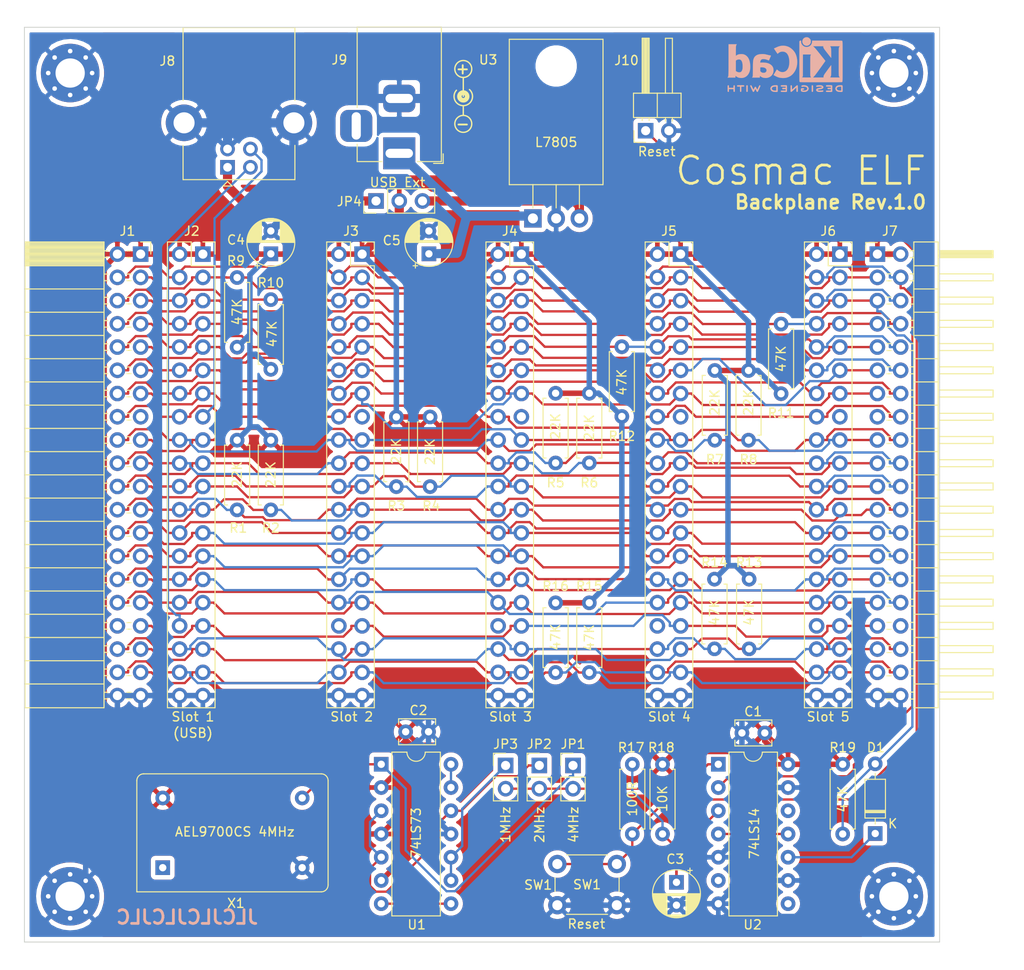
<source format=kicad_pcb>
(kicad_pcb (version 20171130) (host pcbnew 5.1.9)
  (layers (0 F.Cu signal) (31 B.Cu signal) (34 B.Paste user hide) (35 F.Paste user hide) (36 B.SilkS user) (37 F.SilkS user) (38 B.Mask user) (39 F.Mask user) (44 Edge.Cuts user))
  (net 0 "")
  (net 1 CLOCK)
  (net 2 GND)
  (net 3 VCC)
  (net 4 "Net-(X1-Pad1)")
  (net 5 "Net-(J1-Pad34)")
  (net 6 "Net-(J1-Pad15)")
  (net 7 ~EF4)
  (net 8 ~EF3)
  (net 9 ~EF2)
  (net 10 ~EF1)
  (net 11 ~N7)
  (net 12 ~IOR)
  (net 13 ~IOW)
  (net 14 D0)
  (net 15 D1)
  (net 16 D2)
  (net 17 D3)
  (net 18 D4)
  (net 19 D5)
  (net 20 D6)
  (net 21 D7)
  (net 22 TPB)
  (net 23 TPA)
  (net 24 ~MRD)
  (net 25 ~MWR)
  (net 26 SC0)
  (net 27 ~INTERRUPT)
  (net 28 SC1)
  (net 29 ~DMA_OUT)
  (net 30 Q)
  (net 31 ~DMA_IN)
  (net 32 ~CLEAR)
  (net 33 ~WAIT)
  (net 34 "Net-(D1-Pad1)")
  (net 35 "Net-(J7-Pad34)")
  (net 36 "Net-(J7-Pad15)")
  (net 37 "Net-(U1-Pad13)")
  (net 38 "Net-(U2-Pad11)")
  (net 39 "Net-(U1-Pad7)")
  (net 40 ~N1)
  (net 41 ~N2)
  (net 42 ~N3)
  (net 43 ~N4)
  (net 44 ~N5)
  (net 45 ~N6)
  (net 46 "Net-(C3-Pad1)")
  (net 47 "Net-(JP1-Pad2)")
  (net 48 "Net-(JP1-Pad1)")
  (net 49 "Net-(JP2-Pad1)")
  (net 50 "Net-(JP3-Pad1)")
  (net 51 USB_D+)
  (net 52 USB_D-)
  (net 53 "Net-(J3-Pad34)")
  (net 54 "Net-(J3-Pad15)")
  (net 55 "Net-(J4-Pad34)")
  (net 56 "Net-(J4-Pad15)")
  (net 57 "Net-(J5-Pad34)")
  (net 58 "Net-(J5-Pad15)")
  (net 59 "Net-(J6-Pad34)")
  (net 60 "Net-(J6-Pad15)")
  (net 61 "Net-(C5-Pad1)")
  (net 62 "Net-(J8-Pad1)")
  (net 63 "Net-(JP4-Pad3)")
  (net 64 "Net-(U2-Pad6)")
  (net 65 "Net-(U2-Pad12)")
  (net 66 "Net-(U2-Pad8)")
  (net 67 "Net-(J10-Pad1)")
  (module Connector_PinHeader_2.54mm:PinHeader_1x02_P2.54mm_Horizontal (layer F.Cu) (at 167.8815 61.303 90)
    (fp_text reference J10 (at 7.6835 -2.0955) (layer F.SilkS))
    (fp_text value Conn_01x02_Male)
    (pad 2 thru_hole oval (at 0 2.54 90) (size 1.7 1.7) (drill 1) (layers *.Cu *.Mask) (net 2 GND))
    (pad 1 thru_hole rect (at 0 0 90) (size 1.7 1.7) (drill 1) (layers *.Cu *.Mask) (net 67 "Net-(J10-Pad1)"))
  )
  (module Symbol:Symbol_Barrel_Polarity (layer F.Cu) (at 147.879 57.5565 90)
    (fp_text reference REF** hide)
    (fp_text value Symbol_Barrel_Polarity)
  )
  (module Symbol:KiCad-Logo2_5mm_SilkScreen (layer B.Cu) (at 183.1215 54.064 180)
    (fp_text reference REF** hide)
    (fp_text value KiCad-Logo2_5mm_SilkScreen hide)
  )
  (module Connector_BarrelJack:BarrelJack_Horizontal (layer F.Cu) (at 140.958 63.7795 270)
    (fp_text reference J9 (at -10.2235 6.5405) (layer F.SilkS))
    (fp_text value Barrel_Jack_MountingPin)
    (pad 3 thru_hole roundrect (at -3 4.7 270) (size 3.5 3.5) (drill oval 3 1) (layers *.Cu *.Mask))
    (pad 2 thru_hole roundrect (at -6 0 270) (size 3 3.5) (drill oval 1 3) (layers *.Cu *.Mask) (net 2 GND))
    (pad 1 thru_hole rect (at 0 0 270) (size 3.5 3.5) (drill oval 1 3) (layers *.Cu *.Mask) (net 61 "Net-(C5-Pad1)"))
  )
  (module Package_TO_SOT_THT:TO-220-3_Horizontal_TabDown (layer F.Cu) (at 155.562 70.8915)
    (fp_text reference U3 (at -4.8895 -17.3355 -180) (layer F.SilkS))
    (fp_text value L7805 (at 2.54 -8.3185) (layer F.SilkS))
    (pad 3 thru_hole oval (at 5.08 0) (size 1.905 2) (drill 1.1) (layers *.Cu *.Mask) (net 63 "Net-(JP4-Pad3)"))
    (pad 2 thru_hole oval (at 2.54 0) (size 1.905 2) (drill 1.1) (layers *.Cu *.Mask) (net 2 GND))
    (pad 1 thru_hole rect (at 0 0) (size 1.905 2) (drill 1.1) (layers *.Cu *.Mask) (net 61 "Net-(C5-Pad1)"))
    (pad "" np_thru_hole oval (at 2.54 -16.66) (size 3.5 3.5) (drill 3.5) (layers *.Cu *.Mask))
  )
  (module Connector_PinHeader_2.54mm:PinHeader_1x03_P2.54mm_Vertical (layer F.Cu) (at 138.418 68.9865 90)
    (fp_text reference JP4 (at -0.0635 -2.921) (layer F.SilkS))
    (fp_text value USB/Power)
    (pad 3 thru_hole oval (at 0 5.08 90) (size 1.7 1.7) (drill 1) (layers *.Cu *.Mask) (net 63 "Net-(JP4-Pad3)"))
    (pad 2 thru_hole oval (at 0 2.54 90) (size 1.7 1.7) (drill 1) (layers *.Cu *.Mask) (net 3 VCC))
    (pad 1 thru_hole rect (at 0 0 90) (size 1.7 1.7) (drill 1) (layers *.Cu *.Mask) (net 62 "Net-(J8-Pad1)"))
  )
  (module Capacitor_THT:CP_Radial_D5.0mm_P2.50mm (layer F.Cu) (at 144.196 74.765 90)
    (fp_text reference C5 (at 1.4605 -4.064) (layer F.SilkS))
    (fp_text value 100uF)
    (pad 2 thru_hole circle (at 2.5 0 90) (size 1.6 1.6) (drill 0.8) (layers *.Cu *.Mask) (net 2 GND))
    (pad 1 thru_hole rect (at 0 0 90) (size 1.6 1.6) (drill 0.8) (layers *.Cu *.Mask) (net 61 "Net-(C5-Pad1)"))
  )
  (module Capacitor_THT:CP_Radial_D5.0mm_P2.50mm (layer F.Cu) (at 171.247 143.472 270)
    (fp_text reference C3 (at -2.54 0.127) (layer F.SilkS))
    (fp_text value 1uF)
    (pad 2 thru_hole circle (at 2.5 0 270) (size 1.6 1.6) (drill 0.8) (layers *.Cu *.Mask) (net 2 GND))
    (pad 1 thru_hole rect (at 0 0 270) (size 1.6 1.6) (drill 0.8) (layers *.Cu *.Mask) (net 46 "Net-(C3-Pad1)"))
  )
  (module Capacitor_THT:CP_Radial_D5.0mm_P2.50mm (layer F.Cu) (at 126.924 74.765 90)
    (fp_text reference C4 (at 1.524 -3.81) (layer F.SilkS))
    (fp_text value 10uF)
    (pad 2 thru_hole circle (at 2.5 0 90) (size 1.6 1.6) (drill 0.8) (layers *.Cu *.Mask) (net 2 GND))
    (pad 1 thru_hole rect (at 0 0 90) (size 1.6 1.6) (drill 0.8) (layers *.Cu *.Mask) (net 3 VCC))
  )
  (module Package_DIP:DIP-14_W7.62mm (layer F.Cu) (at 175.819 130.569)
    (fp_text reference U2 (at 3.7465 17.5385) (layer F.SilkS))
    (fp_text value 74LS14 (at 3.937 7.569 90) (layer F.SilkS))
    (pad 14 thru_hole oval (at 7.62 0) (size 1.6 1.6) (drill 0.8) (layers *.Cu *.Mask) (net 3 VCC))
    (pad 7 thru_hole oval (at 0 15.24) (size 1.6 1.6) (drill 0.8) (layers *.Cu *.Mask) (net 2 GND))
    (pad 13 thru_hole oval (at 7.62 2.54) (size 1.6 1.6) (drill 0.8) (layers *.Cu *.Mask) (net 2 GND))
    (pad 6 thru_hole oval (at 0 12.7) (size 1.6 1.6) (drill 0.8) (layers *.Cu *.Mask) (net 64 "Net-(U2-Pad6)"))
    (pad 12 thru_hole oval (at 7.62 5.08) (size 1.6 1.6) (drill 0.8) (layers *.Cu *.Mask) (net 65 "Net-(U2-Pad12)"))
    (pad 5 thru_hole oval (at 0 10.16) (size 1.6 1.6) (drill 0.8) (layers *.Cu *.Mask) (net 2 GND))
    (pad 11 thru_hole oval (at 7.62 7.62) (size 1.6 1.6) (drill 0.8) (layers *.Cu *.Mask) (net 38 "Net-(U2-Pad11)"))
    (pad 4 thru_hole oval (at 0 7.62) (size 1.6 1.6) (drill 0.8) (layers *.Cu *.Mask) (net 38 "Net-(U2-Pad11)"))
    (pad 10 thru_hole oval (at 7.62 10.16) (size 1.6 1.6) (drill 0.8) (layers *.Cu *.Mask) (net 34 "Net-(D1-Pad1)"))
    (pad 3 thru_hole oval (at 0 5.08) (size 1.6 1.6) (drill 0.8) (layers *.Cu *.Mask) (net 46 "Net-(C3-Pad1)"))
    (pad 9 thru_hole oval (at 7.62 12.7) (size 1.6 1.6) (drill 0.8) (layers *.Cu *.Mask) (net 2 GND))
    (pad 2 thru_hole oval (at 0 2.54) (size 1.6 1.6) (drill 0.8) (layers *.Cu *.Mask) (net 1 CLOCK))
    (pad 8 thru_hole oval (at 7.62 15.24) (size 1.6 1.6) (drill 0.8) (layers *.Cu *.Mask) (net 66 "Net-(U2-Pad8)"))
    (pad 1 thru_hole rect (at 0 0) (size 1.6 1.6) (drill 0.8) (layers *.Cu *.Mask) (net 47 "Net-(JP1-Pad2)"))
  )
  (module Package_DIP:DIP-14_W7.62mm (layer F.Cu) (at 138.989 130.569)
    (fp_text reference U1 (at 3.8735 17.5385) (layer F.SilkS))
    (fp_text value 74LS73 (at 3.81 7.5055 90) (layer F.SilkS))
    (pad 14 thru_hole oval (at 7.62 0) (size 1.6 1.6) (drill 0.8) (layers *.Cu *.Mask) (net 37 "Net-(U1-Pad13)"))
    (pad 7 thru_hole oval (at 0 15.24) (size 1.6 1.6) (drill 0.8) (layers *.Cu *.Mask) (net 39 "Net-(U1-Pad7)"))
    (pad 13 thru_hole oval (at 7.62 2.54) (size 1.6 1.6) (drill 0.8) (layers *.Cu *.Mask) (net 37 "Net-(U1-Pad13)"))
    (pad 6 thru_hole oval (at 0 12.7) (size 1.6 1.6) (drill 0.8) (layers *.Cu *.Mask) (net 3 VCC))
    (pad 12 thru_hole oval (at 7.62 5.08) (size 1.6 1.6) (drill 0.8) (layers *.Cu *.Mask) (net 49 "Net-(JP2-Pad1)"))
    (pad 5 thru_hole oval (at 0 10.16) (size 1.6 1.6) (drill 0.8) (layers *.Cu *.Mask) (net 49 "Net-(JP2-Pad1)"))
    (pad 11 thru_hole oval (at 7.62 7.62) (size 1.6 1.6) (drill 0.8) (layers *.Cu *.Mask) (net 2 GND))
    (pad 4 thru_hole oval (at 0 7.62) (size 1.6 1.6) (drill 0.8) (layers *.Cu *.Mask) (net 3 VCC))
    (pad 10 thru_hole oval (at 7.62 10.16) (size 1.6 1.6) (drill 0.8) (layers *.Cu *.Mask) (net 50 "Net-(JP3-Pad1)"))
    (pad 3 thru_hole oval (at 0 5.08) (size 1.6 1.6) (drill 0.8) (layers *.Cu *.Mask) (net 49 "Net-(JP2-Pad1)"))
    (pad 9 thru_hole oval (at 7.62 12.7) (size 1.6 1.6) (drill 0.8) (layers *.Cu *.Mask) (net 50 "Net-(JP3-Pad1)"))
    (pad 2 thru_hole oval (at 0 2.54) (size 1.6 1.6) (drill 0.8) (layers *.Cu *.Mask) (net 3 VCC))
    (pad 8 thru_hole oval (at 7.62 15.24) (size 1.6 1.6) (drill 0.8) (layers *.Cu *.Mask) (net 39 "Net-(U1-Pad7)"))
    (pad 1 thru_hole rect (at 0 0) (size 1.6 1.6) (drill 0.8) (layers *.Cu *.Mask) (net 48 "Net-(JP1-Pad1)"))
  )
  (module Resistor_THT:R_Axial_DIN0207_L6.3mm_D2.5mm_P7.62mm_Horizontal (layer F.Cu) (at 189.408 130.569 270)
    (fp_text reference R19 (at -1.829 0) (layer F.SilkS))
    (fp_text value 47K (at 3.81 0 90) (layer F.SilkS))
    (pad 2 thru_hole oval (at 7.62 0 270) (size 1.6 1.6) (drill 0.8) (layers *.Cu *.Mask) (net 32 ~CLEAR))
    (pad 1 thru_hole circle (at 0 0 270) (size 1.6 1.6) (drill 0.8) (layers *.Cu *.Mask) (net 3 VCC))
  )
  (module Resistor_THT:R_Axial_DIN0207_L6.3mm_D2.5mm_P7.62mm_Horizontal (layer F.Cu) (at 169.723 130.569 270)
    (fp_text reference R18 (at -1.829 0.127) (layer F.SilkS))
    (fp_text value 10K (at 3.759 0 90) (layer F.SilkS))
    (pad 2 thru_hole oval (at 7.62 0 270) (size 1.6 1.6) (drill 0.8) (layers *.Cu *.Mask) (net 46 "Net-(C3-Pad1)"))
    (pad 1 thru_hole circle (at 0 0 270) (size 1.6 1.6) (drill 0.8) (layers *.Cu *.Mask) (net 3 VCC))
  )
  (module Resistor_THT:R_Axial_DIN0207_L6.3mm_D2.5mm_P7.62mm_Horizontal (layer F.Cu) (at 166.421 130.569 270)
    (fp_text reference R17 (at -1.829 0.127) (layer F.SilkS))
    (fp_text value 100R (at 3.759 0 90) (layer F.SilkS))
    (pad 2 thru_hole oval (at 7.62 0 270) (size 1.6 1.6) (drill 0.8) (layers *.Cu *.Mask) (net 67 "Net-(J10-Pad1)"))
    (pad 1 thru_hole circle (at 0 0 270) (size 1.6 1.6) (drill 0.8) (layers *.Cu *.Mask) (net 46 "Net-(C3-Pad1)"))
  )
  (module Resistor_THT:R_Axial_DIN0207_L6.3mm_D2.5mm_P7.62mm_Horizontal (layer F.Cu) (at 158.039 112.916 270)
    (fp_text reference R16 (at -1.829 0) (layer F.SilkS))
    (fp_text value 47K (at 3.759 0 90) (layer F.SilkS))
    (pad 2 thru_hole oval (at 7.62 0 270) (size 1.6 1.6) (drill 0.8) (layers *.Cu *.Mask) (net 7 ~EF4))
    (pad 1 thru_hole circle (at 0 0 270) (size 1.6 1.6) (drill 0.8) (layers *.Cu *.Mask) (net 3 VCC))
  )
  (module Resistor_THT:R_Axial_DIN0207_L6.3mm_D2.5mm_P7.62mm_Horizontal (layer F.Cu) (at 161.722 112.916 270)
    (fp_text reference R15 (at -1.829 0) (layer F.SilkS))
    (fp_text value 47K (at 3.81 0 90) (layer F.SilkS))
    (pad 2 thru_hole oval (at 7.62 0 270) (size 1.6 1.6) (drill 0.8) (layers *.Cu *.Mask) (net 8 ~EF3))
    (pad 1 thru_hole circle (at 0 0 270) (size 1.6 1.6) (drill 0.8) (layers *.Cu *.Mask) (net 3 VCC))
  )
  (module Resistor_THT:R_Axial_DIN0207_L6.3mm_D2.5mm_P7.62mm_Horizontal (layer F.Cu) (at 175.402 110.329 270)
    (fp_text reference R14 (at -1.829 0) (layer F.SilkS))
    (fp_text value 47K (at 3.632 0 90) (layer F.SilkS))
    (pad 2 thru_hole oval (at 7.62 0 270) (size 1.6 1.6) (drill 0.8) (layers *.Cu *.Mask) (net 9 ~EF2))
    (pad 1 thru_hole circle (at 0 0 270) (size 1.6 1.6) (drill 0.8) (layers *.Cu *.Mask) (net 3 VCC))
  )
  (module Resistor_THT:R_Axial_DIN0207_L6.3mm_D2.5mm_P7.62mm_Horizontal (layer F.Cu) (at 179.184 110.329 270)
    (fp_text reference R13 (at -1.829 0) (layer F.SilkS))
    (fp_text value 47K (at 3.632 0 90) (layer F.SilkS))
    (pad 2 thru_hole oval (at 7.62 0 270) (size 1.6 1.6) (drill 0.8) (layers *.Cu *.Mask) (net 10 ~EF1))
    (pad 1 thru_hole circle (at 0 0 270) (size 1.6 1.6) (drill 0.8) (layers *.Cu *.Mask) (net 3 VCC))
  )
  (module Resistor_THT:R_Axial_DIN0207_L6.3mm_D2.5mm_P7.62mm_Horizontal (layer F.Cu) (at 165.278 92.545 90)
    (fp_text reference R12 (at -2.159 0) (layer F.SilkS))
    (fp_text value 47K (at 3.734 0 90) (layer F.SilkS))
    (pad 2 thru_hole oval (at 7.62 0 90) (size 1.6 1.6) (drill 0.8) (layers *.Cu *.Mask) (net 27 ~INTERRUPT))
    (pad 1 thru_hole circle (at 0 0 90) (size 1.6 1.6) (drill 0.8) (layers *.Cu *.Mask) (net 3 VCC))
  )
  (module Resistor_THT:R_Axial_DIN0207_L6.3mm_D2.5mm_P7.62mm_Horizontal (layer F.Cu) (at 182.677 90.056 90)
    (fp_text reference R11 (at -2.108 0) (layer F.SilkS))
    (fp_text value 47K (at 3.81 0 90) (layer F.SilkS))
    (pad 2 thru_hole oval (at 7.62 0 90) (size 1.6 1.6) (drill 0.8) (layers *.Cu *.Mask) (net 29 ~DMA_OUT))
    (pad 1 thru_hole circle (at 0 0 90) (size 1.6 1.6) (drill 0.8) (layers *.Cu *.Mask) (net 3 VCC))
  )
  (module Resistor_THT:R_Axial_DIN0207_L6.3mm_D2.5mm_P7.62mm_Horizontal (layer F.Cu) (at 126.924 87.389 90)
    (fp_text reference R10 (at 9.449 0) (layer F.SilkS))
    (fp_text value 47K (at 3.861 0.127 90) (layer F.SilkS))
    (pad 2 thru_hole oval (at 7.62 0 90) (size 1.6 1.6) (drill 0.8) (layers *.Cu *.Mask) (net 31 ~DMA_IN))
    (pad 1 thru_hole circle (at 0 0 90) (size 1.6 1.6) (drill 0.8) (layers *.Cu *.Mask) (net 3 VCC))
  )
  (module Resistor_THT:R_Axial_DIN0207_L6.3mm_D2.5mm_P7.62mm_Horizontal (layer F.Cu) (at 123.241 84.976 90)
    (fp_text reference R9 (at 9.449 -0.127) (layer F.SilkS))
    (fp_text value 47K (at 3.861 0 90) (layer F.SilkS))
    (pad 2 thru_hole oval (at 7.62 0 90) (size 1.6 1.6) (drill 0.8) (layers *.Cu *.Mask) (net 33 ~WAIT))
    (pad 1 thru_hole circle (at 0 0 90) (size 1.6 1.6) (drill 0.8) (layers *.Cu *.Mask) (net 3 VCC))
  )
  (module Resistor_THT:R_Axial_DIN0207_L6.3mm_D2.5mm_P7.62mm_Horizontal (layer F.Cu) (at 179.121 87.516 270)
    (fp_text reference R8 (at 9.728 0) (layer F.SilkS))
    (fp_text value 22K (at 3.505 0 90) (layer F.SilkS))
    (pad 2 thru_hole oval (at 7.62 0 270) (size 1.6 1.6) (drill 0.8) (layers *.Cu *.Mask) (net 21 D7))
    (pad 1 thru_hole circle (at 0 0 270) (size 1.6 1.6) (drill 0.8) (layers *.Cu *.Mask) (net 3 VCC))
  )
  (module Resistor_THT:R_Axial_DIN0207_L6.3mm_D2.5mm_P7.62mm_Horizontal (layer F.Cu) (at 175.438 87.516 270)
    (fp_text reference R7 (at 9.728 0) (layer F.SilkS))
    (fp_text value 22K (at 3.505 0 90) (layer F.SilkS))
    (pad 2 thru_hole oval (at 7.62 0 270) (size 1.6 1.6) (drill 0.8) (layers *.Cu *.Mask) (net 20 D6))
    (pad 1 thru_hole circle (at 0 0 270) (size 1.6 1.6) (drill 0.8) (layers *.Cu *.Mask) (net 3 VCC))
  )
  (module Resistor_THT:R_Axial_DIN0207_L6.3mm_D2.5mm_P7.62mm_Horizontal (layer F.Cu) (at 161.722 90.005 270)
    (fp_text reference R6 (at 9.779 0) (layer F.SilkS))
    (fp_text value 22K (at 3.759 0 90) (layer F.SilkS))
    (pad 2 thru_hole oval (at 7.62 0 270) (size 1.6 1.6) (drill 0.8) (layers *.Cu *.Mask) (net 19 D5))
    (pad 1 thru_hole circle (at 0 0 270) (size 1.6 1.6) (drill 0.8) (layers *.Cu *.Mask) (net 3 VCC))
  )
  (module Resistor_THT:R_Axial_DIN0207_L6.3mm_D2.5mm_P7.62mm_Horizontal (layer F.Cu) (at 158.039 90.005 270)
    (fp_text reference R5 (at 9.779 0) (layer F.SilkS))
    (fp_text value 22K (at 3.632 0 90) (layer F.SilkS))
    (pad 2 thru_hole oval (at 7.62 0 270) (size 1.6 1.6) (drill 0.8) (layers *.Cu *.Mask) (net 18 D4))
    (pad 1 thru_hole circle (at 0 0 270) (size 1.6 1.6) (drill 0.8) (layers *.Cu *.Mask) (net 3 VCC))
  )
  (module Resistor_THT:R_Axial_DIN0207_L6.3mm_D2.5mm_P7.62mm_Horizontal (layer F.Cu) (at 144.323 92.596 270)
    (fp_text reference R4 (at 9.728 -0.127) (layer F.SilkS))
    (fp_text value 22K (at 3.81 0 90) (layer F.SilkS))
    (pad 2 thru_hole oval (at 7.62 0 270) (size 1.6 1.6) (drill 0.8) (layers *.Cu *.Mask) (net 17 D3))
    (pad 1 thru_hole circle (at 0 0 270) (size 1.6 1.6) (drill 0.8) (layers *.Cu *.Mask) (net 3 VCC))
  )
  (module Resistor_THT:R_Axial_DIN0207_L6.3mm_D2.5mm_P7.62mm_Horizontal (layer F.Cu) (at 140.64 92.596 270)
    (fp_text reference R3 (at 9.728 0) (layer F.SilkS))
    (fp_text value 22K (at 3.759 0 90) (layer F.SilkS))
    (pad 2 thru_hole oval (at 7.62 0 270) (size 1.6 1.6) (drill 0.8) (layers *.Cu *.Mask) (net 16 D2))
    (pad 1 thru_hole circle (at 0 0 270) (size 1.6 1.6) (drill 0.8) (layers *.Cu *.Mask) (net 3 VCC))
  )
  (module Resistor_THT:R_Axial_DIN0207_L6.3mm_D2.5mm_P7.62mm_Horizontal (layer F.Cu) (at 126.924 95.136 270)
    (fp_text reference R2 (at 9.601 0) (layer F.SilkS))
    (fp_text value 22K (at 3.759 0 90) (layer F.SilkS))
    (pad 2 thru_hole oval (at 7.62 0 270) (size 1.6 1.6) (drill 0.8) (layers *.Cu *.Mask) (net 15 D1))
    (pad 1 thru_hole circle (at 0 0 270) (size 1.6 1.6) (drill 0.8) (layers *.Cu *.Mask) (net 3 VCC))
  )
  (module Resistor_THT:R_Axial_DIN0207_L6.3mm_D2.5mm_P7.62mm_Horizontal (layer F.Cu) (at 123.241 95.136 270)
    (fp_text reference R1 (at 9.601 -0.127) (layer F.SilkS))
    (fp_text value 22K (at 3.759 0 90) (layer F.SilkS))
    (pad 2 thru_hole oval (at 7.62 0 270) (size 1.6 1.6) (drill 0.8) (layers *.Cu *.Mask) (net 14 D0))
    (pad 1 thru_hole circle (at 0 0 270) (size 1.6 1.6) (drill 0.8) (layers *.Cu *.Mask) (net 3 VCC))
  )
  (module Diode_THT:D_DO-35_SOD27_P7.62mm_Horizontal (layer F.Cu) (at 192.964 138.138 90)
    (fp_text reference D1 (at 9.398 0.0635) (layer F.SilkS))
    (fp_text value D)
    (fp_text user K (at 1.0795 1.905) (layer F.SilkS))
    (pad 2 thru_hole oval (at 7.62 0 90) (size 1.6 1.6) (drill 0.8) (layers *.Cu *.Mask) (net 32 ~CLEAR))
    (pad 1 thru_hole rect (at 0 0 90) (size 1.6 1.6) (drill 0.8) (layers *.Cu *.Mask) (net 34 "Net-(D1-Pad1)"))
  )
  (module MountingHole:MountingHole_3.2mm_M3_Pad_Via (layer F.Cu) (at 105 145)
    (fp_text reference H3 hide)
    (fp_text value Hole3)
    (pad 1 thru_hole circle (at 1.697056 -1.697056) (size 0.8 0.8) (drill 0.5) (layers *.Cu *.Mask) (net 2 GND))
    (pad 1 thru_hole circle (at 0 -2.4) (size 0.8 0.8) (drill 0.5) (layers *.Cu *.Mask) (net 2 GND))
    (pad 1 thru_hole circle (at -1.697056 -1.697056) (size 0.8 0.8) (drill 0.5) (layers *.Cu *.Mask) (net 2 GND))
    (pad 1 thru_hole circle (at -2.4 0) (size 0.8 0.8) (drill 0.5) (layers *.Cu *.Mask) (net 2 GND))
    (pad 1 thru_hole circle (at -1.697056 1.697056) (size 0.8 0.8) (drill 0.5) (layers *.Cu *.Mask) (net 2 GND))
    (pad 1 thru_hole circle (at 0 2.4) (size 0.8 0.8) (drill 0.5) (layers *.Cu *.Mask) (net 2 GND))
    (pad 1 thru_hole circle (at 1.697056 1.697056) (size 0.8 0.8) (drill 0.5) (layers *.Cu *.Mask) (net 2 GND))
    (pad 1 thru_hole circle (at 2.4 0) (size 0.8 0.8) (drill 0.5) (layers *.Cu *.Mask) (net 2 GND))
    (pad 1 thru_hole circle (at 0 0) (size 6.4 6.4) (drill 3.2) (layers *.Cu *.Mask) (net 2 GND))
  )
  (module MountingHole:MountingHole_3.2mm_M3_Pad_Via (layer F.Cu) (at 195 55)
    (fp_text reference H2 hide)
    (fp_text value Hole2)
    (pad 1 thru_hole circle (at 1.697056 -1.697056) (size 0.8 0.8) (drill 0.5) (layers *.Cu *.Mask) (net 2 GND))
    (pad 1 thru_hole circle (at 0 -2.4) (size 0.8 0.8) (drill 0.5) (layers *.Cu *.Mask) (net 2 GND))
    (pad 1 thru_hole circle (at -1.697056 -1.697056) (size 0.8 0.8) (drill 0.5) (layers *.Cu *.Mask) (net 2 GND))
    (pad 1 thru_hole circle (at -2.4 0) (size 0.8 0.8) (drill 0.5) (layers *.Cu *.Mask) (net 2 GND))
    (pad 1 thru_hole circle (at -1.697056 1.697056) (size 0.8 0.8) (drill 0.5) (layers *.Cu *.Mask) (net 2 GND))
    (pad 1 thru_hole circle (at 0 2.4) (size 0.8 0.8) (drill 0.5) (layers *.Cu *.Mask) (net 2 GND))
    (pad 1 thru_hole circle (at 1.697056 1.697056) (size 0.8 0.8) (drill 0.5) (layers *.Cu *.Mask) (net 2 GND))
    (pad 1 thru_hole circle (at 2.4 0) (size 0.8 0.8) (drill 0.5) (layers *.Cu *.Mask) (net 2 GND))
    (pad 1 thru_hole circle (at 0 0) (size 6.4 6.4) (drill 3.2) (layers *.Cu *.Mask) (net 2 GND))
  )
  (module MountingHole:MountingHole_3.2mm_M3_Pad_Via (layer F.Cu) (at 105 55)
    (fp_text reference H1 hide)
    (fp_text value Hole1)
    (pad 1 thru_hole circle (at 1.697056 -1.697056) (size 0.8 0.8) (drill 0.5) (layers *.Cu *.Mask) (net 2 GND))
    (pad 1 thru_hole circle (at 0 -2.4) (size 0.8 0.8) (drill 0.5) (layers *.Cu *.Mask) (net 2 GND))
    (pad 1 thru_hole circle (at -1.697056 -1.697056) (size 0.8 0.8) (drill 0.5) (layers *.Cu *.Mask) (net 2 GND))
    (pad 1 thru_hole circle (at -2.4 0) (size 0.8 0.8) (drill 0.5) (layers *.Cu *.Mask) (net 2 GND))
    (pad 1 thru_hole circle (at -1.697056 1.697056) (size 0.8 0.8) (drill 0.5) (layers *.Cu *.Mask) (net 2 GND))
    (pad 1 thru_hole circle (at 0 2.4) (size 0.8 0.8) (drill 0.5) (layers *.Cu *.Mask) (net 2 GND))
    (pad 1 thru_hole circle (at 1.697056 1.697056) (size 0.8 0.8) (drill 0.5) (layers *.Cu *.Mask) (net 2 GND))
    (pad 1 thru_hole circle (at 2.4 0) (size 0.8 0.8) (drill 0.5) (layers *.Cu *.Mask) (net 2 GND))
    (pad 1 thru_hole circle (at 0 0) (size 6.4 6.4) (drill 3.2) (layers *.Cu *.Mask) (net 2 GND))
  )
  (module MountingHole:MountingHole_3.2mm_M3_Pad_Via (layer F.Cu) (at 195 145)
    (fp_text reference H4 hide)
    (fp_text value Hole4)
    (pad 1 thru_hole circle (at 1.697056 -1.697056) (size 0.8 0.8) (drill 0.5) (layers *.Cu *.Mask) (net 2 GND))
    (pad 1 thru_hole circle (at 0 -2.4) (size 0.8 0.8) (drill 0.5) (layers *.Cu *.Mask) (net 2 GND))
    (pad 1 thru_hole circle (at -1.697056 -1.697056) (size 0.8 0.8) (drill 0.5) (layers *.Cu *.Mask) (net 2 GND))
    (pad 1 thru_hole circle (at -2.4 0) (size 0.8 0.8) (drill 0.5) (layers *.Cu *.Mask) (net 2 GND))
    (pad 1 thru_hole circle (at -1.697056 1.697056) (size 0.8 0.8) (drill 0.5) (layers *.Cu *.Mask) (net 2 GND))
    (pad 1 thru_hole circle (at 0 2.4) (size 0.8 0.8) (drill 0.5) (layers *.Cu *.Mask) (net 2 GND))
    (pad 1 thru_hole circle (at 1.697056 1.697056) (size 0.8 0.8) (drill 0.5) (layers *.Cu *.Mask) (net 2 GND))
    (pad 1 thru_hole circle (at 2.4 0) (size 0.8 0.8) (drill 0.5) (layers *.Cu *.Mask) (net 2 GND))
    (pad 1 thru_hole circle (at 0 0) (size 6.4 6.4) (drill 3.2) (layers *.Cu *.Mask) (net 2 GND))
  )
  (module Capacitor_THT:C_Disc_D3.8mm_W2.6mm_P2.50mm (layer F.Cu) (at 180.899 127.14 180)
    (fp_text reference C1 (at 1.27 2.337) (layer F.SilkS))
    (fp_text value 100nF)
    (pad 2 thru_hole circle (at 2.5 0 180) (size 1.6 1.6) (drill 0.8) (layers *.Cu *.Mask) (net 2 GND))
    (pad 1 thru_hole circle (at 0 0 180) (size 1.6 1.6) (drill 0.8) (layers *.Cu *.Mask) (net 3 VCC))
  )
  (module Capacitor_THT:C_Disc_D3.8mm_W2.6mm_P2.50mm (layer F.Cu) (at 141.656 127.013)
    (fp_text reference C2 (at 1.397 -2.337) (layer F.SilkS))
    (fp_text value 100nF)
    (pad 2 thru_hole circle (at 2.5 0) (size 1.6 1.6) (drill 0.8) (layers *.Cu *.Mask) (net 2 GND))
    (pad 1 thru_hole circle (at 0 0) (size 1.6 1.6) (drill 0.8) (layers *.Cu *.Mask) (net 3 VCC))
  )
  (module Oscillator:Oscillator_DIP-14 (layer F.Cu) (at 115.113 141.872)
    (fp_text reference X1 (at 8.001 3.886) (layer F.SilkS))
    (fp_text value "AEL9700CS 4MHz" (at 7.874 -3.9245) (layer F.SilkS))
    (pad 7 thru_hole circle (at 15.24 0) (size 1.6 1.6) (drill 0.8) (layers *.Cu *.Mask) (net 2 GND))
    (pad 8 thru_hole circle (at 15.24 -7.62) (size 1.6 1.6) (drill 0.8) (layers *.Cu *.Mask) (net 48 "Net-(JP1-Pad1)"))
    (pad 14 thru_hole circle (at 0 -7.62) (size 1.6 1.6) (drill 0.8) (layers *.Cu *.Mask) (net 3 VCC))
    (pad 1 thru_hole rect (at 0 0) (size 1.6 1.6) (drill 0.8) (layers *.Cu *.Mask) (net 4 "Net-(X1-Pad1)"))
  )
  (module Button_Switch_THT:SW_PUSH_6mm (layer F.Cu) (at 158.23 141.472)
    (fp_text reference SW1 (at -2.0955 2.286) (layer F.SilkS))
    (fp_text value Reset (at 3.175 6.553) (layer F.SilkS))
    (fp_text user %R (at 3.25 2.25) (layer F.SilkS))
    (pad 1 thru_hole circle (at 6.5 0 90) (size 2 2) (drill 1.1) (layers *.Cu *.Mask) (net 67 "Net-(J10-Pad1)"))
    (pad 2 thru_hole circle (at 6.5 4.5 90) (size 2 2) (drill 1.1) (layers *.Cu *.Mask) (net 2 GND))
    (pad 1 thru_hole circle (at 0 0 90) (size 2 2) (drill 1.1) (layers *.Cu *.Mask) (net 67 "Net-(J10-Pad1)"))
    (pad 2 thru_hole circle (at 0 4.5 90) (size 2 2) (drill 1.1) (layers *.Cu *.Mask) (net 2 GND))
  )
  (module Connector_PinHeader_2.54mm:PinHeader_1x02_P2.54mm_Vertical (layer F.Cu) (at 152.578 130.696)
    (fp_text reference JP3 (at 0 -2.33) (layer F.SilkS))
    (fp_text value 1MHz (at 0 6.477 90) (layer F.SilkS))
    (pad 2 thru_hole oval (at 0 2.54) (size 1.7 1.7) (drill 1) (layers *.Cu *.Mask) (net 47 "Net-(JP1-Pad2)"))
    (pad 1 thru_hole rect (at 0 0) (size 1.7 1.7) (drill 1) (layers *.Cu *.Mask) (net 50 "Net-(JP3-Pad1)"))
  )
  (module Connector_PinHeader_2.54mm:PinHeader_1x02_P2.54mm_Vertical (layer F.Cu) (at 156.261 130.696)
    (fp_text reference JP2 (at 0 -2.33) (layer F.SilkS))
    (fp_text value 2MHz (at 0.03175 6.477 90) (layer F.SilkS))
    (pad 2 thru_hole oval (at 0 2.54) (size 1.7 1.7) (drill 1) (layers *.Cu *.Mask) (net 47 "Net-(JP1-Pad2)"))
    (pad 1 thru_hole rect (at 0 0) (size 1.7 1.7) (drill 1) (layers *.Cu *.Mask) (net 49 "Net-(JP2-Pad1)"))
  )
  (module Connector_PinHeader_2.54mm:PinHeader_1x02_P2.54mm_Vertical (layer F.Cu) (at 159.944 130.696)
    (fp_text reference JP1 (at 0 -2.33) (layer F.SilkS))
    (fp_text value 4MHz (at 0.0635 6.477 90) (layer F.SilkS))
    (pad 2 thru_hole oval (at 0 2.54) (size 1.7 1.7) (drill 1) (layers *.Cu *.Mask) (net 47 "Net-(JP1-Pad2)"))
    (pad 1 thru_hole rect (at 0 0) (size 1.7 1.7) (drill 1) (layers *.Cu *.Mask) (net 48 "Net-(JP1-Pad1)"))
  )
  (module Connector_USB:USB_B_Lumberg_2411_02_Horizontal (layer F.Cu) (at 122.195 65.3035 90)
    (fp_text reference J8 (at 11.6205 -6.574) (layer F.SilkS))
    (fp_text value USB_B)
    (pad 5 thru_hole circle (at 4.86 -4.75 180) (size 4 4) (drill 2.3) (layers *.Cu *.Mask) (net 2 GND))
    (pad 5 thru_hole circle (at 4.86 7.25 180) (size 4 4) (drill 2.3) (layers *.Cu *.Mask) (net 2 GND))
    (pad 4 thru_hole circle (at 2 0 180) (size 1.6 1.6) (drill 0.95) (layers *.Cu *.Mask) (net 2 GND))
    (pad 3 thru_hole circle (at 2 2.5 180) (size 1.6 1.6) (drill 0.95) (layers *.Cu *.Mask) (net 51 USB_D+))
    (pad 2 thru_hole circle (at 0 2.5 180) (size 1.6 1.6) (drill 0.95) (layers *.Cu *.Mask) (net 52 USB_D-))
    (pad 1 thru_hole rect (at 0 0 180) (size 1.6 1.6) (drill 0.95) (layers *.Cu *.Mask) (net 62 "Net-(J8-Pad1)"))
  )
  (module Connector_PinHeader_2.54mm:PinHeader_2x20_P2.54mm_Horizontal (layer F.Cu) (at 193.2 74.797)
    (fp_text reference J7 (at 1.361 -2.521) (layer F.SilkS))
    (fp_text value Conn_02x20_Odd_Even)
    (pad 40 thru_hole oval (at 2.54 48.26) (size 1.7 1.7) (drill 1) (layers *.Cu *.Mask) (net 2 GND))
    (pad 39 thru_hole oval (at 0 48.26) (size 1.7 1.7) (drill 1) (layers *.Cu *.Mask) (net 2 GND))
    (pad 38 thru_hole oval (at 2.54 45.72) (size 1.7 1.7) (drill 1) (layers *.Cu *.Mask) (net 7 ~EF4))
    (pad 37 thru_hole oval (at 0 45.72) (size 1.7 1.7) (drill 1) (layers *.Cu *.Mask) (net 8 ~EF3))
    (pad 36 thru_hole oval (at 2.54 43.18) (size 1.7 1.7) (drill 1) (layers *.Cu *.Mask) (net 9 ~EF2))
    (pad 35 thru_hole oval (at 0 43.18) (size 1.7 1.7) (drill 1) (layers *.Cu *.Mask) (net 10 ~EF1))
    (pad 34 thru_hole oval (at 2.54 40.64) (size 1.7 1.7) (drill 1) (layers *.Cu *.Mask) (net 35 "Net-(J7-Pad34)"))
    (pad 33 thru_hole oval (at 0 40.64) (size 1.7 1.7) (drill 1) (layers *.Cu *.Mask) (net 40 ~N1))
    (pad 32 thru_hole oval (at 2.54 38.1) (size 1.7 1.7) (drill 1) (layers *.Cu *.Mask) (net 41 ~N2))
    (pad 31 thru_hole oval (at 0 38.1) (size 1.7 1.7) (drill 1) (layers *.Cu *.Mask) (net 42 ~N3))
    (pad 30 thru_hole oval (at 2.54 35.56) (size 1.7 1.7) (drill 1) (layers *.Cu *.Mask) (net 43 ~N4))
    (pad 29 thru_hole oval (at 0 35.56) (size 1.7 1.7) (drill 1) (layers *.Cu *.Mask) (net 44 ~N5))
    (pad 28 thru_hole oval (at 2.54 33.02) (size 1.7 1.7) (drill 1) (layers *.Cu *.Mask) (net 45 ~N6))
    (pad 27 thru_hole oval (at 0 33.02) (size 1.7 1.7) (drill 1) (layers *.Cu *.Mask) (net 11 ~N7))
    (pad 26 thru_hole oval (at 2.54 30.48) (size 1.7 1.7) (drill 1) (layers *.Cu *.Mask) (net 12 ~IOR))
    (pad 25 thru_hole oval (at 0 30.48) (size 1.7 1.7) (drill 1) (layers *.Cu *.Mask) (net 13 ~IOW))
    (pad 24 thru_hole oval (at 2.54 27.94) (size 1.7 1.7) (drill 1) (layers *.Cu *.Mask) (net 14 D0))
    (pad 23 thru_hole oval (at 0 27.94) (size 1.7 1.7) (drill 1) (layers *.Cu *.Mask) (net 15 D1))
    (pad 22 thru_hole oval (at 2.54 25.4) (size 1.7 1.7) (drill 1) (layers *.Cu *.Mask) (net 16 D2))
    (pad 21 thru_hole oval (at 0 25.4) (size 1.7 1.7) (drill 1) (layers *.Cu *.Mask) (net 17 D3))
    (pad 20 thru_hole oval (at 2.54 22.86) (size 1.7 1.7) (drill 1) (layers *.Cu *.Mask) (net 18 D4))
    (pad 19 thru_hole oval (at 0 22.86) (size 1.7 1.7) (drill 1) (layers *.Cu *.Mask) (net 19 D5))
    (pad 18 thru_hole oval (at 2.54 20.32) (size 1.7 1.7) (drill 1) (layers *.Cu *.Mask) (net 20 D6))
    (pad 17 thru_hole oval (at 0 20.32) (size 1.7 1.7) (drill 1) (layers *.Cu *.Mask) (net 21 D7))
    (pad 16 thru_hole oval (at 2.54 17.78) (size 1.7 1.7) (drill 1) (layers *.Cu *.Mask) (net 22 TPB))
    (pad 15 thru_hole oval (at 0 17.78) (size 1.7 1.7) (drill 1) (layers *.Cu *.Mask) (net 36 "Net-(J7-Pad15)"))
    (pad 14 thru_hole oval (at 2.54 15.24) (size 1.7 1.7) (drill 1) (layers *.Cu *.Mask) (net 23 TPA))
    (pad 13 thru_hole oval (at 0 15.24) (size 1.7 1.7) (drill 1) (layers *.Cu *.Mask) (net 24 ~MRD))
    (pad 12 thru_hole oval (at 2.54 12.7) (size 1.7 1.7) (drill 1) (layers *.Cu *.Mask) (net 25 ~MWR))
    (pad 11 thru_hole oval (at 0 12.7) (size 1.7 1.7) (drill 1) (layers *.Cu *.Mask) (net 26 SC0))
    (pad 10 thru_hole oval (at 2.54 10.16) (size 1.7 1.7) (drill 1) (layers *.Cu *.Mask) (net 27 ~INTERRUPT))
    (pad 9 thru_hole oval (at 0 10.16) (size 1.7 1.7) (drill 1) (layers *.Cu *.Mask) (net 28 SC1))
    (pad 8 thru_hole oval (at 2.54 7.62) (size 1.7 1.7) (drill 1) (layers *.Cu *.Mask) (net 29 ~DMA_OUT))
    (pad 7 thru_hole oval (at 0 7.62) (size 1.7 1.7) (drill 1) (layers *.Cu *.Mask) (net 30 Q))
    (pad 6 thru_hole oval (at 2.54 5.08) (size 1.7 1.7) (drill 1) (layers *.Cu *.Mask) (net 31 ~DMA_IN))
    (pad 5 thru_hole oval (at 0 5.08) (size 1.7 1.7) (drill 1) (layers *.Cu *.Mask) (net 32 ~CLEAR))
    (pad 4 thru_hole oval (at 2.54 2.54) (size 1.7 1.7) (drill 1) (layers *.Cu *.Mask) (net 1 CLOCK))
    (pad 3 thru_hole oval (at 0 2.54) (size 1.7 1.7) (drill 1) (layers *.Cu *.Mask) (net 33 ~WAIT))
    (pad 2 thru_hole oval (at 2.54 0) (size 1.7 1.7) (drill 1) (layers *.Cu *.Mask) (net 3 VCC))
    (pad 1 thru_hole rect (at 0 0) (size 1.7 1.7) (drill 1) (layers *.Cu *.Mask) (net 3 VCC))
  )
  (module Connector_PinSocket_2.54mm:PinSocket_2x20_P2.54mm_Vertical (layer F.Cu) (at 189.1 74.797)
    (fp_text reference J6 (at -1.27 -2.521) (layer F.SilkS))
    (fp_text value Conn_02x20_Odd_Even)
    (pad 40 thru_hole oval (at -2.54 48.26) (size 1.7 1.7) (drill 1) (layers *.Cu *.Mask) (net 2 GND))
    (pad 39 thru_hole oval (at 0 48.26) (size 1.7 1.7) (drill 1) (layers *.Cu *.Mask) (net 2 GND))
    (pad 38 thru_hole oval (at -2.54 45.72) (size 1.7 1.7) (drill 1) (layers *.Cu *.Mask) (net 7 ~EF4))
    (pad 37 thru_hole oval (at 0 45.72) (size 1.7 1.7) (drill 1) (layers *.Cu *.Mask) (net 8 ~EF3))
    (pad 36 thru_hole oval (at -2.54 43.18) (size 1.7 1.7) (drill 1) (layers *.Cu *.Mask) (net 9 ~EF2))
    (pad 35 thru_hole oval (at 0 43.18) (size 1.7 1.7) (drill 1) (layers *.Cu *.Mask) (net 10 ~EF1))
    (pad 34 thru_hole oval (at -2.54 40.64) (size 1.7 1.7) (drill 1) (layers *.Cu *.Mask) (net 59 "Net-(J6-Pad34)"))
    (pad 33 thru_hole oval (at 0 40.64) (size 1.7 1.7) (drill 1) (layers *.Cu *.Mask) (net 40 ~N1))
    (pad 32 thru_hole oval (at -2.54 38.1) (size 1.7 1.7) (drill 1) (layers *.Cu *.Mask) (net 41 ~N2))
    (pad 31 thru_hole oval (at 0 38.1) (size 1.7 1.7) (drill 1) (layers *.Cu *.Mask) (net 42 ~N3))
    (pad 30 thru_hole oval (at -2.54 35.56) (size 1.7 1.7) (drill 1) (layers *.Cu *.Mask) (net 43 ~N4))
    (pad 29 thru_hole oval (at 0 35.56) (size 1.7 1.7) (drill 1) (layers *.Cu *.Mask) (net 44 ~N5))
    (pad 28 thru_hole oval (at -2.54 33.02) (size 1.7 1.7) (drill 1) (layers *.Cu *.Mask) (net 45 ~N6))
    (pad 27 thru_hole oval (at 0 33.02) (size 1.7 1.7) (drill 1) (layers *.Cu *.Mask) (net 11 ~N7))
    (pad 26 thru_hole oval (at -2.54 30.48) (size 1.7 1.7) (drill 1) (layers *.Cu *.Mask) (net 12 ~IOR))
    (pad 25 thru_hole oval (at 0 30.48) (size 1.7 1.7) (drill 1) (layers *.Cu *.Mask) (net 13 ~IOW))
    (pad 24 thru_hole oval (at -2.54 27.94) (size 1.7 1.7) (drill 1) (layers *.Cu *.Mask) (net 14 D0))
    (pad 23 thru_hole oval (at 0 27.94) (size 1.7 1.7) (drill 1) (layers *.Cu *.Mask) (net 15 D1))
    (pad 22 thru_hole oval (at -2.54 25.4) (size 1.7 1.7) (drill 1) (layers *.Cu *.Mask) (net 16 D2))
    (pad 21 thru_hole oval (at 0 25.4) (size 1.7 1.7) (drill 1) (layers *.Cu *.Mask) (net 17 D3))
    (pad 20 thru_hole oval (at -2.54 22.86) (size 1.7 1.7) (drill 1) (layers *.Cu *.Mask) (net 18 D4))
    (pad 19 thru_hole oval (at 0 22.86) (size 1.7 1.7) (drill 1) (layers *.Cu *.Mask) (net 19 D5))
    (pad 18 thru_hole oval (at -2.54 20.32) (size 1.7 1.7) (drill 1) (layers *.Cu *.Mask) (net 20 D6))
    (pad 17 thru_hole oval (at 0 20.32) (size 1.7 1.7) (drill 1) (layers *.Cu *.Mask) (net 21 D7))
    (pad 16 thru_hole oval (at -2.54 17.78) (size 1.7 1.7) (drill 1) (layers *.Cu *.Mask) (net 22 TPB))
    (pad 15 thru_hole oval (at 0 17.78) (size 1.7 1.7) (drill 1) (layers *.Cu *.Mask) (net 60 "Net-(J6-Pad15)"))
    (pad 14 thru_hole oval (at -2.54 15.24) (size 1.7 1.7) (drill 1) (layers *.Cu *.Mask) (net 23 TPA))
    (pad 13 thru_hole oval (at 0 15.24) (size 1.7 1.7) (drill 1) (layers *.Cu *.Mask) (net 24 ~MRD))
    (pad 12 thru_hole oval (at -2.54 12.7) (size 1.7 1.7) (drill 1) (layers *.Cu *.Mask) (net 25 ~MWR))
    (pad 11 thru_hole oval (at 0 12.7) (size 1.7 1.7) (drill 1) (layers *.Cu *.Mask) (net 26 SC0))
    (pad 10 thru_hole oval (at -2.54 10.16) (size 1.7 1.7) (drill 1) (layers *.Cu *.Mask) (net 27 ~INTERRUPT))
    (pad 9 thru_hole oval (at 0 10.16) (size 1.7 1.7) (drill 1) (layers *.Cu *.Mask) (net 28 SC1))
    (pad 8 thru_hole oval (at -2.54 7.62) (size 1.7 1.7) (drill 1) (layers *.Cu *.Mask) (net 29 ~DMA_OUT))
    (pad 7 thru_hole oval (at 0 7.62) (size 1.7 1.7) (drill 1) (layers *.Cu *.Mask) (net 30 Q))
    (pad 6 thru_hole oval (at -2.54 5.08) (size 1.7 1.7) (drill 1) (layers *.Cu *.Mask) (net 31 ~DMA_IN))
    (pad 5 thru_hole oval (at 0 5.08) (size 1.7 1.7) (drill 1) (layers *.Cu *.Mask) (net 32 ~CLEAR))
    (pad 4 thru_hole oval (at -2.54 2.54) (size 1.7 1.7) (drill 1) (layers *.Cu *.Mask) (net 1 CLOCK))
    (pad 3 thru_hole oval (at 0 2.54) (size 1.7 1.7) (drill 1) (layers *.Cu *.Mask) (net 33 ~WAIT))
    (pad 2 thru_hole oval (at -2.54 0) (size 1.7 1.7) (drill 1) (layers *.Cu *.Mask) (net 3 VCC))
    (pad 1 thru_hole rect (at 0 0) (size 1.7 1.7) (drill 1) (layers *.Cu *.Mask) (net 3 VCC))
  )
  (module Connector_PinSocket_2.54mm:PinSocket_2x20_P2.54mm_Vertical (layer F.Cu) (at 171.7 74.797)
    (fp_text reference J5 (at -1.27 -2.521) (layer F.SilkS))
    (fp_text value Conn_02x20_Odd_Even)
    (pad 40 thru_hole oval (at -2.54 48.26) (size 1.7 1.7) (drill 1) (layers *.Cu *.Mask) (net 2 GND))
    (pad 39 thru_hole oval (at 0 48.26) (size 1.7 1.7) (drill 1) (layers *.Cu *.Mask) (net 2 GND))
    (pad 38 thru_hole oval (at -2.54 45.72) (size 1.7 1.7) (drill 1) (layers *.Cu *.Mask) (net 7 ~EF4))
    (pad 37 thru_hole oval (at 0 45.72) (size 1.7 1.7) (drill 1) (layers *.Cu *.Mask) (net 8 ~EF3))
    (pad 36 thru_hole oval (at -2.54 43.18) (size 1.7 1.7) (drill 1) (layers *.Cu *.Mask) (net 9 ~EF2))
    (pad 35 thru_hole oval (at 0 43.18) (size 1.7 1.7) (drill 1) (layers *.Cu *.Mask) (net 10 ~EF1))
    (pad 34 thru_hole oval (at -2.54 40.64) (size 1.7 1.7) (drill 1) (layers *.Cu *.Mask) (net 57 "Net-(J5-Pad34)"))
    (pad 33 thru_hole oval (at 0 40.64) (size 1.7 1.7) (drill 1) (layers *.Cu *.Mask) (net 40 ~N1))
    (pad 32 thru_hole oval (at -2.54 38.1) (size 1.7 1.7) (drill 1) (layers *.Cu *.Mask) (net 41 ~N2))
    (pad 31 thru_hole oval (at 0 38.1) (size 1.7 1.7) (drill 1) (layers *.Cu *.Mask) (net 42 ~N3))
    (pad 30 thru_hole oval (at -2.54 35.56) (size 1.7 1.7) (drill 1) (layers *.Cu *.Mask) (net 43 ~N4))
    (pad 29 thru_hole oval (at 0 35.56) (size 1.7 1.7) (drill 1) (layers *.Cu *.Mask) (net 44 ~N5))
    (pad 28 thru_hole oval (at -2.54 33.02) (size 1.7 1.7) (drill 1) (layers *.Cu *.Mask) (net 45 ~N6))
    (pad 27 thru_hole oval (at 0 33.02) (size 1.7 1.7) (drill 1) (layers *.Cu *.Mask) (net 11 ~N7))
    (pad 26 thru_hole oval (at -2.54 30.48) (size 1.7 1.7) (drill 1) (layers *.Cu *.Mask) (net 12 ~IOR))
    (pad 25 thru_hole oval (at 0 30.48) (size 1.7 1.7) (drill 1) (layers *.Cu *.Mask) (net 13 ~IOW))
    (pad 24 thru_hole oval (at -2.54 27.94) (size 1.7 1.7) (drill 1) (layers *.Cu *.Mask) (net 14 D0))
    (pad 23 thru_hole oval (at 0 27.94) (size 1.7 1.7) (drill 1) (layers *.Cu *.Mask) (net 15 D1))
    (pad 22 thru_hole oval (at -2.54 25.4) (size 1.7 1.7) (drill 1) (layers *.Cu *.Mask) (net 16 D2))
    (pad 21 thru_hole oval (at 0 25.4) (size 1.7 1.7) (drill 1) (layers *.Cu *.Mask) (net 17 D3))
    (pad 20 thru_hole oval (at -2.54 22.86) (size 1.7 1.7) (drill 1) (layers *.Cu *.Mask) (net 18 D4))
    (pad 19 thru_hole oval (at 0 22.86) (size 1.7 1.7) (drill 1) (layers *.Cu *.Mask) (net 19 D5))
    (pad 18 thru_hole oval (at -2.54 20.32) (size 1.7 1.7) (drill 1) (layers *.Cu *.Mask) (net 20 D6))
    (pad 17 thru_hole oval (at 0 20.32) (size 1.7 1.7) (drill 1) (layers *.Cu *.Mask) (net 21 D7))
    (pad 16 thru_hole oval (at -2.54 17.78) (size 1.7 1.7) (drill 1) (layers *.Cu *.Mask) (net 22 TPB))
    (pad 15 thru_hole oval (at 0 17.78) (size 1.7 1.7) (drill 1) (layers *.Cu *.Mask) (net 58 "Net-(J5-Pad15)"))
    (pad 14 thru_hole oval (at -2.54 15.24) (size 1.7 1.7) (drill 1) (layers *.Cu *.Mask) (net 23 TPA))
    (pad 13 thru_hole oval (at 0 15.24) (size 1.7 1.7) (drill 1) (layers *.Cu *.Mask) (net 24 ~MRD))
    (pad 12 thru_hole oval (at -2.54 12.7) (size 1.7 1.7) (drill 1) (layers *.Cu *.Mask) (net 25 ~MWR))
    (pad 11 thru_hole oval (at 0 12.7) (size 1.7 1.7) (drill 1) (layers *.Cu *.Mask) (net 26 SC0))
    (pad 10 thru_hole oval (at -2.54 10.16) (size 1.7 1.7) (drill 1) (layers *.Cu *.Mask) (net 27 ~INTERRUPT))
    (pad 9 thru_hole oval (at 0 10.16) (size 1.7 1.7) (drill 1) (layers *.Cu *.Mask) (net 28 SC1))
    (pad 8 thru_hole oval (at -2.54 7.62) (size 1.7 1.7) (drill 1) (layers *.Cu *.Mask) (net 29 ~DMA_OUT))
    (pad 7 thru_hole oval (at 0 7.62) (size 1.7 1.7) (drill 1) (layers *.Cu *.Mask) (net 30 Q))
    (pad 6 thru_hole oval (at -2.54 5.08) (size 1.7 1.7) (drill 1) (layers *.Cu *.Mask) (net 31 ~DMA_IN))
    (pad 5 thru_hole oval (at 0 5.08) (size 1.7 1.7) (drill 1) (layers *.Cu *.Mask) (net 32 ~CLEAR))
    (pad 4 thru_hole oval (at -2.54 2.54) (size 1.7 1.7) (drill 1) (layers *.Cu *.Mask) (net 1 CLOCK))
    (pad 3 thru_hole oval (at 0 2.54) (size 1.7 1.7) (drill 1) (layers *.Cu *.Mask) (net 33 ~WAIT))
    (pad 2 thru_hole oval (at -2.54 0) (size 1.7 1.7) (drill 1) (layers *.Cu *.Mask) (net 3 VCC))
    (pad 1 thru_hole rect (at 0 0) (size 1.7 1.7) (drill 1) (layers *.Cu *.Mask) (net 3 VCC))
  )
  (module Connector_PinSocket_2.54mm:PinSocket_2x20_P2.54mm_Vertical (layer F.Cu) (at 154.3 74.797)
    (fp_text reference J4 (at -1.27 -2.521) (layer F.SilkS))
    (fp_text value Conn_02x20_Odd_Even)
    (pad 40 thru_hole oval (at -2.54 48.26) (size 1.7 1.7) (drill 1) (layers *.Cu *.Mask) (net 2 GND))
    (pad 39 thru_hole oval (at 0 48.26) (size 1.7 1.7) (drill 1) (layers *.Cu *.Mask) (net 2 GND))
    (pad 38 thru_hole oval (at -2.54 45.72) (size 1.7 1.7) (drill 1) (layers *.Cu *.Mask) (net 7 ~EF4))
    (pad 37 thru_hole oval (at 0 45.72) (size 1.7 1.7) (drill 1) (layers *.Cu *.Mask) (net 8 ~EF3))
    (pad 36 thru_hole oval (at -2.54 43.18) (size 1.7 1.7) (drill 1) (layers *.Cu *.Mask) (net 9 ~EF2))
    (pad 35 thru_hole oval (at 0 43.18) (size 1.7 1.7) (drill 1) (layers *.Cu *.Mask) (net 10 ~EF1))
    (pad 34 thru_hole oval (at -2.54 40.64) (size 1.7 1.7) (drill 1) (layers *.Cu *.Mask) (net 55 "Net-(J4-Pad34)"))
    (pad 33 thru_hole oval (at 0 40.64) (size 1.7 1.7) (drill 1) (layers *.Cu *.Mask) (net 40 ~N1))
    (pad 32 thru_hole oval (at -2.54 38.1) (size 1.7 1.7) (drill 1) (layers *.Cu *.Mask) (net 41 ~N2))
    (pad 31 thru_hole oval (at 0 38.1) (size 1.7 1.7) (drill 1) (layers *.Cu *.Mask) (net 42 ~N3))
    (pad 30 thru_hole oval (at -2.54 35.56) (size 1.7 1.7) (drill 1) (layers *.Cu *.Mask) (net 43 ~N4))
    (pad 29 thru_hole oval (at 0 35.56) (size 1.7 1.7) (drill 1) (layers *.Cu *.Mask) (net 44 ~N5))
    (pad 28 thru_hole oval (at -2.54 33.02) (size 1.7 1.7) (drill 1) (layers *.Cu *.Mask) (net 45 ~N6))
    (pad 27 thru_hole oval (at 0 33.02) (size 1.7 1.7) (drill 1) (layers *.Cu *.Mask) (net 11 ~N7))
    (pad 26 thru_hole oval (at -2.54 30.48) (size 1.7 1.7) (drill 1) (layers *.Cu *.Mask) (net 12 ~IOR))
    (pad 25 thru_hole oval (at 0 30.48) (size 1.7 1.7) (drill 1) (layers *.Cu *.Mask) (net 13 ~IOW))
    (pad 24 thru_hole oval (at -2.54 27.94) (size 1.7 1.7) (drill 1) (layers *.Cu *.Mask) (net 14 D0))
    (pad 23 thru_hole oval (at 0 27.94) (size 1.7 1.7) (drill 1) (layers *.Cu *.Mask) (net 15 D1))
    (pad 22 thru_hole oval (at -2.54 25.4) (size 1.7 1.7) (drill 1) (layers *.Cu *.Mask) (net 16 D2))
    (pad 21 thru_hole oval (at 0 25.4) (size 1.7 1.7) (drill 1) (layers *.Cu *.Mask) (net 17 D3))
    (pad 20 thru_hole oval (at -2.54 22.86) (size 1.7 1.7) (drill 1) (layers *.Cu *.Mask) (net 18 D4))
    (pad 19 thru_hole oval (at 0 22.86) (size 1.7 1.7) (drill 1) (layers *.Cu *.Mask) (net 19 D5))
    (pad 18 thru_hole oval (at -2.54 20.32) (size 1.7 1.7) (drill 1) (layers *.Cu *.Mask) (net 20 D6))
    (pad 17 thru_hole oval (at 0 20.32) (size 1.7 1.7) (drill 1) (layers *.Cu *.Mask) (net 21 D7))
    (pad 16 thru_hole oval (at -2.54 17.78) (size 1.7 1.7) (drill 1) (layers *.Cu *.Mask) (net 22 TPB))
    (pad 15 thru_hole oval (at 0 17.78) (size 1.7 1.7) (drill 1) (layers *.Cu *.Mask) (net 56 "Net-(J4-Pad15)"))
    (pad 14 thru_hole oval (at -2.54 15.24) (size 1.7 1.7) (drill 1) (layers *.Cu *.Mask) (net 23 TPA))
    (pad 13 thru_hole oval (at 0 15.24) (size 1.7 1.7) (drill 1) (layers *.Cu *.Mask) (net 24 ~MRD))
    (pad 12 thru_hole oval (at -2.54 12.7) (size 1.7 1.7) (drill 1) (layers *.Cu *.Mask) (net 25 ~MWR))
    (pad 11 thru_hole oval (at 0 12.7) (size 1.7 1.7) (drill 1) (layers *.Cu *.Mask) (net 26 SC0))
    (pad 10 thru_hole oval (at -2.54 10.16) (size 1.7 1.7) (drill 1) (layers *.Cu *.Mask) (net 27 ~INTERRUPT))
    (pad 9 thru_hole oval (at 0 10.16) (size 1.7 1.7) (drill 1) (layers *.Cu *.Mask) (net 28 SC1))
    (pad 8 thru_hole oval (at -2.54 7.62) (size 1.7 1.7) (drill 1) (layers *.Cu *.Mask) (net 29 ~DMA_OUT))
    (pad 7 thru_hole oval (at 0 7.62) (size 1.7 1.7) (drill 1) (layers *.Cu *.Mask) (net 30 Q))
    (pad 6 thru_hole oval (at -2.54 5.08) (size 1.7 1.7) (drill 1) (layers *.Cu *.Mask) (net 31 ~DMA_IN))
    (pad 5 thru_hole oval (at 0 5.08) (size 1.7 1.7) (drill 1) (layers *.Cu *.Mask) (net 32 ~CLEAR))
    (pad 4 thru_hole oval (at -2.54 2.54) (size 1.7 1.7) (drill 1) (layers *.Cu *.Mask) (net 1 CLOCK))
    (pad 3 thru_hole oval (at 0 2.54) (size 1.7 1.7) (drill 1) (layers *.Cu *.Mask) (net 33 ~WAIT))
    (pad 2 thru_hole oval (at -2.54 0) (size 1.7 1.7) (drill 1) (layers *.Cu *.Mask) (net 3 VCC))
    (pad 1 thru_hole rect (at 0 0) (size 1.7 1.7) (drill 1) (layers *.Cu *.Mask) (net 3 VCC))
  )
  (module Connector_PinSocket_2.54mm:PinSocket_2x20_P2.54mm_Vertical (layer F.Cu) (at 136.9 74.797)
    (fp_text reference J3 (at -1.213 -2.521) (layer F.SilkS))
    (fp_text value Conn_02x20_Odd_Even)
    (pad 40 thru_hole oval (at -2.54 48.26) (size 1.7 1.7) (drill 1) (layers *.Cu *.Mask) (net 2 GND))
    (pad 39 thru_hole oval (at 0 48.26) (size 1.7 1.7) (drill 1) (layers *.Cu *.Mask) (net 2 GND))
    (pad 38 thru_hole oval (at -2.54 45.72) (size 1.7 1.7) (drill 1) (layers *.Cu *.Mask) (net 7 ~EF4))
    (pad 37 thru_hole oval (at 0 45.72) (size 1.7 1.7) (drill 1) (layers *.Cu *.Mask) (net 8 ~EF3))
    (pad 36 thru_hole oval (at -2.54 43.18) (size 1.7 1.7) (drill 1) (layers *.Cu *.Mask) (net 9 ~EF2))
    (pad 35 thru_hole oval (at 0 43.18) (size 1.7 1.7) (drill 1) (layers *.Cu *.Mask) (net 10 ~EF1))
    (pad 34 thru_hole oval (at -2.54 40.64) (size 1.7 1.7) (drill 1) (layers *.Cu *.Mask) (net 53 "Net-(J3-Pad34)"))
    (pad 33 thru_hole oval (at 0 40.64) (size 1.7 1.7) (drill 1) (layers *.Cu *.Mask) (net 40 ~N1))
    (pad 32 thru_hole oval (at -2.54 38.1) (size 1.7 1.7) (drill 1) (layers *.Cu *.Mask) (net 41 ~N2))
    (pad 31 thru_hole oval (at 0 38.1) (size 1.7 1.7) (drill 1) (layers *.Cu *.Mask) (net 42 ~N3))
    (pad 30 thru_hole oval (at -2.54 35.56) (size 1.7 1.7) (drill 1) (layers *.Cu *.Mask) (net 43 ~N4))
    (pad 29 thru_hole oval (at 0 35.56) (size 1.7 1.7) (drill 1) (layers *.Cu *.Mask) (net 44 ~N5))
    (pad 28 thru_hole oval (at -2.54 33.02) (size 1.7 1.7) (drill 1) (layers *.Cu *.Mask) (net 45 ~N6))
    (pad 27 thru_hole oval (at 0 33.02) (size 1.7 1.7) (drill 1) (layers *.Cu *.Mask) (net 11 ~N7))
    (pad 26 thru_hole oval (at -2.54 30.48) (size 1.7 1.7) (drill 1) (layers *.Cu *.Mask) (net 12 ~IOR))
    (pad 25 thru_hole oval (at 0 30.48) (size 1.7 1.7) (drill 1) (layers *.Cu *.Mask) (net 13 ~IOW))
    (pad 24 thru_hole oval (at -2.54 27.94) (size 1.7 1.7) (drill 1) (layers *.Cu *.Mask) (net 14 D0))
    (pad 23 thru_hole oval (at 0 27.94) (size 1.7 1.7) (drill 1) (layers *.Cu *.Mask) (net 15 D1))
    (pad 22 thru_hole oval (at -2.54 25.4) (size 1.7 1.7) (drill 1) (layers *.Cu *.Mask) (net 16 D2))
    (pad 21 thru_hole oval (at 0 25.4) (size 1.7 1.7) (drill 1) (layers *.Cu *.Mask) (net 17 D3))
    (pad 20 thru_hole oval (at -2.54 22.86) (size 1.7 1.7) (drill 1) (layers *.Cu *.Mask) (net 18 D4))
    (pad 19 thru_hole oval (at 0 22.86) (size 1.7 1.7) (drill 1) (layers *.Cu *.Mask) (net 19 D5))
    (pad 18 thru_hole oval (at -2.54 20.32) (size 1.7 1.7) (drill 1) (layers *.Cu *.Mask) (net 20 D6))
    (pad 17 thru_hole oval (at 0 20.32) (size 1.7 1.7) (drill 1) (layers *.Cu *.Mask) (net 21 D7))
    (pad 16 thru_hole oval (at -2.54 17.78) (size 1.7 1.7) (drill 1) (layers *.Cu *.Mask) (net 22 TPB))
    (pad 15 thru_hole oval (at 0 17.78) (size 1.7 1.7) (drill 1) (layers *.Cu *.Mask) (net 54 "Net-(J3-Pad15)"))
    (pad 14 thru_hole oval (at -2.54 15.24) (size 1.7 1.7) (drill 1) (layers *.Cu *.Mask) (net 23 TPA))
    (pad 13 thru_hole oval (at 0 15.24) (size 1.7 1.7) (drill 1) (layers *.Cu *.Mask) (net 24 ~MRD))
    (pad 12 thru_hole oval (at -2.54 12.7) (size 1.7 1.7) (drill 1) (layers *.Cu *.Mask) (net 25 ~MWR))
    (pad 11 thru_hole oval (at 0 12.7) (size 1.7 1.7) (drill 1) (layers *.Cu *.Mask) (net 26 SC0))
    (pad 10 thru_hole oval (at -2.54 10.16) (size 1.7 1.7) (drill 1) (layers *.Cu *.Mask) (net 27 ~INTERRUPT))
    (pad 9 thru_hole oval (at 0 10.16) (size 1.7 1.7) (drill 1) (layers *.Cu *.Mask) (net 28 SC1))
    (pad 8 thru_hole oval (at -2.54 7.62) (size 1.7 1.7) (drill 1) (layers *.Cu *.Mask) (net 29 ~DMA_OUT))
    (pad 7 thru_hole oval (at 0 7.62) (size 1.7 1.7) (drill 1) (layers *.Cu *.Mask) (net 30 Q))
    (pad 6 thru_hole oval (at -2.54 5.08) (size 1.7 1.7) (drill 1) (layers *.Cu *.Mask) (net 31 ~DMA_IN))
    (pad 5 thru_hole oval (at 0 5.08) (size 1.7 1.7) (drill 1) (layers *.Cu *.Mask) (net 32 ~CLEAR))
    (pad 4 thru_hole oval (at -2.54 2.54) (size 1.7 1.7) (drill 1) (layers *.Cu *.Mask) (net 1 CLOCK))
    (pad 3 thru_hole oval (at 0 2.54) (size 1.7 1.7) (drill 1) (layers *.Cu *.Mask) (net 33 ~WAIT))
    (pad 2 thru_hole oval (at -2.54 0) (size 1.7 1.7) (drill 1) (layers *.Cu *.Mask) (net 3 VCC))
    (pad 1 thru_hole rect (at 0 0) (size 1.7 1.7) (drill 1) (layers *.Cu *.Mask) (net 3 VCC))
  )
  (module Connector_PinSocket_2.54mm:PinSocket_2x20_P2.54mm_Vertical (layer F.Cu) (at 119.5 74.797)
    (fp_text reference J2 (at -1.212 -2.521) (layer F.SilkS))
    (fp_text value Conn_02x20_Odd_Even)
    (pad 40 thru_hole oval (at -2.54 48.26) (size 1.7 1.7) (drill 1) (layers *.Cu *.Mask) (net 2 GND))
    (pad 39 thru_hole oval (at 0 48.26) (size 1.7 1.7) (drill 1) (layers *.Cu *.Mask) (net 2 GND))
    (pad 38 thru_hole oval (at -2.54 45.72) (size 1.7 1.7) (drill 1) (layers *.Cu *.Mask) (net 7 ~EF4))
    (pad 37 thru_hole oval (at 0 45.72) (size 1.7 1.7) (drill 1) (layers *.Cu *.Mask) (net 8 ~EF3))
    (pad 36 thru_hole oval (at -2.54 43.18) (size 1.7 1.7) (drill 1) (layers *.Cu *.Mask) (net 9 ~EF2))
    (pad 35 thru_hole oval (at 0 43.18) (size 1.7 1.7) (drill 1) (layers *.Cu *.Mask) (net 10 ~EF1))
    (pad 34 thru_hole oval (at -2.54 40.64) (size 1.7 1.7) (drill 1) (layers *.Cu *.Mask) (net 52 USB_D-))
    (pad 33 thru_hole oval (at 0 40.64) (size 1.7 1.7) (drill 1) (layers *.Cu *.Mask) (net 40 ~N1))
    (pad 32 thru_hole oval (at -2.54 38.1) (size 1.7 1.7) (drill 1) (layers *.Cu *.Mask) (net 41 ~N2))
    (pad 31 thru_hole oval (at 0 38.1) (size 1.7 1.7) (drill 1) (layers *.Cu *.Mask) (net 42 ~N3))
    (pad 30 thru_hole oval (at -2.54 35.56) (size 1.7 1.7) (drill 1) (layers *.Cu *.Mask) (net 43 ~N4))
    (pad 29 thru_hole oval (at 0 35.56) (size 1.7 1.7) (drill 1) (layers *.Cu *.Mask) (net 44 ~N5))
    (pad 28 thru_hole oval (at -2.54 33.02) (size 1.7 1.7) (drill 1) (layers *.Cu *.Mask) (net 45 ~N6))
    (pad 27 thru_hole oval (at 0 33.02) (size 1.7 1.7) (drill 1) (layers *.Cu *.Mask) (net 11 ~N7))
    (pad 26 thru_hole oval (at -2.54 30.48) (size 1.7 1.7) (drill 1) (layers *.Cu *.Mask) (net 12 ~IOR))
    (pad 25 thru_hole oval (at 0 30.48) (size 1.7 1.7) (drill 1) (layers *.Cu *.Mask) (net 13 ~IOW))
    (pad 24 thru_hole oval (at -2.54 27.94) (size 1.7 1.7) (drill 1) (layers *.Cu *.Mask) (net 14 D0))
    (pad 23 thru_hole oval (at 0 27.94) (size 1.7 1.7) (drill 1) (layers *.Cu *.Mask) (net 15 D1))
    (pad 22 thru_hole oval (at -2.54 25.4) (size 1.7 1.7) (drill 1) (layers *.Cu *.Mask) (net 16 D2))
    (pad 21 thru_hole oval (at 0 25.4) (size 1.7 1.7) (drill 1) (layers *.Cu *.Mask) (net 17 D3))
    (pad 20 thru_hole oval (at -2.54 22.86) (size 1.7 1.7) (drill 1) (layers *.Cu *.Mask) (net 18 D4))
    (pad 19 thru_hole oval (at 0 22.86) (size 1.7 1.7) (drill 1) (layers *.Cu *.Mask) (net 19 D5))
    (pad 18 thru_hole oval (at -2.54 20.32) (size 1.7 1.7) (drill 1) (layers *.Cu *.Mask) (net 20 D6))
    (pad 17 thru_hole oval (at 0 20.32) (size 1.7 1.7) (drill 1) (layers *.Cu *.Mask) (net 21 D7))
    (pad 16 thru_hole oval (at -2.54 17.78) (size 1.7 1.7) (drill 1) (layers *.Cu *.Mask) (net 22 TPB))
    (pad 15 thru_hole oval (at 0 17.78) (size 1.7 1.7) (drill 1) (layers *.Cu *.Mask) (net 51 USB_D+))
    (pad 14 thru_hole oval (at -2.54 15.24) (size 1.7 1.7) (drill 1) (layers *.Cu *.Mask) (net 23 TPA))
    (pad 13 thru_hole oval (at 0 15.24) (size 1.7 1.7) (drill 1) (layers *.Cu *.Mask) (net 24 ~MRD))
    (pad 12 thru_hole oval (at -2.54 12.7) (size 1.7 1.7) (drill 1) (layers *.Cu *.Mask) (net 25 ~MWR))
    (pad 11 thru_hole oval (at 0 12.7) (size 1.7 1.7) (drill 1) (layers *.Cu *.Mask) (net 26 SC0))
    (pad 10 thru_hole oval (at -2.54 10.16) (size 1.7 1.7) (drill 1) (layers *.Cu *.Mask) (net 27 ~INTERRUPT))
    (pad 9 thru_hole oval (at 0 10.16) (size 1.7 1.7) (drill 1) (layers *.Cu *.Mask) (net 28 SC1))
    (pad 8 thru_hole oval (at -2.54 7.62) (size 1.7 1.7) (drill 1) (layers *.Cu *.Mask) (net 29 ~DMA_OUT))
    (pad 7 thru_hole oval (at 0 7.62) (size 1.7 1.7) (drill 1) (layers *.Cu *.Mask) (net 30 Q))
    (pad 6 thru_hole oval (at -2.54 5.08) (size 1.7 1.7) (drill 1) (layers *.Cu *.Mask) (net 31 ~DMA_IN))
    (pad 5 thru_hole oval (at 0 5.08) (size 1.7 1.7) (drill 1) (layers *.Cu *.Mask) (net 32 ~CLEAR))
    (pad 4 thru_hole oval (at -2.54 2.54) (size 1.7 1.7) (drill 1) (layers *.Cu *.Mask) (net 1 CLOCK))
    (pad 3 thru_hole oval (at 0 2.54) (size 1.7 1.7) (drill 1) (layers *.Cu *.Mask) (net 33 ~WAIT))
    (pad 2 thru_hole oval (at -2.54 0) (size 1.7 1.7) (drill 1) (layers *.Cu *.Mask) (net 3 VCC))
    (pad 1 thru_hole rect (at 0 0) (size 1.7 1.7) (drill 1) (layers *.Cu *.Mask) (net 3 VCC))
  )
  (module Connector_PinSocket_2.54mm:PinSocket_2x20_P2.54mm_Horizontal (layer F.Cu) (at 112.7 74.797)
    (fp_text reference J1 (at -1.443 -2.521) (layer F.SilkS))
    (fp_text value Conn_02x20_Odd_Even)
    (pad 40 thru_hole oval (at -2.54 48.26) (size 1.7 1.7) (drill 1) (layers *.Cu *.Mask) (net 2 GND))
    (pad 39 thru_hole oval (at 0 48.26) (size 1.7 1.7) (drill 1) (layers *.Cu *.Mask) (net 2 GND))
    (pad 38 thru_hole oval (at -2.54 45.72) (size 1.7 1.7) (drill 1) (layers *.Cu *.Mask) (net 7 ~EF4))
    (pad 37 thru_hole oval (at 0 45.72) (size 1.7 1.7) (drill 1) (layers *.Cu *.Mask) (net 8 ~EF3))
    (pad 36 thru_hole oval (at -2.54 43.18) (size 1.7 1.7) (drill 1) (layers *.Cu *.Mask) (net 9 ~EF2))
    (pad 35 thru_hole oval (at 0 43.18) (size 1.7 1.7) (drill 1) (layers *.Cu *.Mask) (net 10 ~EF1))
    (pad 34 thru_hole oval (at -2.54 40.64) (size 1.7 1.7) (drill 1) (layers *.Cu *.Mask) (net 5 "Net-(J1-Pad34)"))
    (pad 33 thru_hole oval (at 0 40.64) (size 1.7 1.7) (drill 1) (layers *.Cu *.Mask) (net 40 ~N1))
    (pad 32 thru_hole oval (at -2.54 38.1) (size 1.7 1.7) (drill 1) (layers *.Cu *.Mask) (net 41 ~N2))
    (pad 31 thru_hole oval (at 0 38.1) (size 1.7 1.7) (drill 1) (layers *.Cu *.Mask) (net 42 ~N3))
    (pad 30 thru_hole oval (at -2.54 35.56) (size 1.7 1.7) (drill 1) (layers *.Cu *.Mask) (net 43 ~N4))
    (pad 29 thru_hole oval (at 0 35.56) (size 1.7 1.7) (drill 1) (layers *.Cu *.Mask) (net 44 ~N5))
    (pad 28 thru_hole oval (at -2.54 33.02) (size 1.7 1.7) (drill 1) (layers *.Cu *.Mask) (net 45 ~N6))
    (pad 27 thru_hole oval (at 0 33.02) (size 1.7 1.7) (drill 1) (layers *.Cu *.Mask) (net 11 ~N7))
    (pad 26 thru_hole oval (at -2.54 30.48) (size 1.7 1.7) (drill 1) (layers *.Cu *.Mask) (net 12 ~IOR))
    (pad 25 thru_hole oval (at 0 30.48) (size 1.7 1.7) (drill 1) (layers *.Cu *.Mask) (net 13 ~IOW))
    (pad 24 thru_hole oval (at -2.54 27.94) (size 1.7 1.7) (drill 1) (layers *.Cu *.Mask) (net 14 D0))
    (pad 23 thru_hole oval (at 0 27.94) (size 1.7 1.7) (drill 1) (layers *.Cu *.Mask) (net 15 D1))
    (pad 22 thru_hole oval (at -2.54 25.4) (size 1.7 1.7) (drill 1) (layers *.Cu *.Mask) (net 16 D2))
    (pad 21 thru_hole oval (at 0 25.4) (size 1.7 1.7) (drill 1) (layers *.Cu *.Mask) (net 17 D3))
    (pad 20 thru_hole oval (at -2.54 22.86) (size 1.7 1.7) (drill 1) (layers *.Cu *.Mask) (net 18 D4))
    (pad 19 thru_hole oval (at 0 22.86) (size 1.7 1.7) (drill 1) (layers *.Cu *.Mask) (net 19 D5))
    (pad 18 thru_hole oval (at -2.54 20.32) (size 1.7 1.7) (drill 1) (layers *.Cu *.Mask) (net 20 D6))
    (pad 17 thru_hole oval (at 0 20.32) (size 1.7 1.7) (drill 1) (layers *.Cu *.Mask) (net 21 D7))
    (pad 16 thru_hole oval (at -2.54 17.78) (size 1.7 1.7) (drill 1) (layers *.Cu *.Mask) (net 22 TPB))
    (pad 15 thru_hole oval (at 0 17.78) (size 1.7 1.7) (drill 1) (layers *.Cu *.Mask) (net 6 "Net-(J1-Pad15)"))
    (pad 14 thru_hole oval (at -2.54 15.24) (size 1.7 1.7) (drill 1) (layers *.Cu *.Mask) (net 23 TPA))
    (pad 13 thru_hole oval (at 0 15.24) (size 1.7 1.7) (drill 1) (layers *.Cu *.Mask) (net 24 ~MRD))
    (pad 12 thru_hole oval (at -2.54 12.7) (size 1.7 1.7) (drill 1) (layers *.Cu *.Mask) (net 25 ~MWR))
    (pad 11 thru_hole oval (at 0 12.7) (size 1.7 1.7) (drill 1) (layers *.Cu *.Mask) (net 26 SC0))
    (pad 10 thru_hole oval (at -2.54 10.16) (size 1.7 1.7) (drill 1) (layers *.Cu *.Mask) (net 27 ~INTERRUPT))
    (pad 9 thru_hole oval (at 0 10.16) (size 1.7 1.7) (drill 1) (layers *.Cu *.Mask) (net 28 SC1))
    (pad 8 thru_hole oval (at -2.54 7.62) (size 1.7 1.7) (drill 1) (layers *.Cu *.Mask) (net 29 ~DMA_OUT))
    (pad 7 thru_hole oval (at 0 7.62) (size 1.7 1.7) (drill 1) (layers *.Cu *.Mask) (net 30 Q))
    (pad 6 thru_hole oval (at -2.54 5.08) (size 1.7 1.7) (drill 1) (layers *.Cu *.Mask) (net 31 ~DMA_IN))
    (pad 5 thru_hole oval (at 0 5.08) (size 1.7 1.7) (drill 1) (layers *.Cu *.Mask) (net 32 ~CLEAR))
    (pad 4 thru_hole oval (at -2.54 2.54) (size 1.7 1.7) (drill 1) (layers *.Cu *.Mask) (net 1 CLOCK))
    (pad 3 thru_hole oval (at 0 2.54) (size 1.7 1.7) (drill 1) (layers *.Cu *.Mask) (net 33 ~WAIT))
    (pad 2 thru_hole oval (at -2.54 0) (size 1.7 1.7) (drill 1) (layers *.Cu *.Mask) (net 3 VCC))
    (pad 1 thru_hole rect (at 0 0) (size 1.7 1.7) (drill 1) (layers *.Cu *.Mask) (net 3 VCC))
  )
  (gr_text Reset (at 169.088 63.589) (layer F.SilkS) (effects (font (size 1 1))))
  (gr_text + (at 147.8905 54.5085) (layer F.SilkS) (effects (font (size 1.2 1.2) (thickness 0.2))))
  (gr_text - (at 147.8905 60.541) (layer F.SilkS) (effects (font (size 1.2 1.2) (thickness 0.2))))
  (gr_text "USB Ext" (at 140.767 66.9545) (layer F.SilkS) (effects (font (size 1 1))))
  (gr_text "(USB)" (at 118.415 127.1525) (layer F.SilkS) (effects (font (size 1 1))))
  (gr_text "Slot 5" (at 187.8205 125.3745) (layer F.SilkS) (effects (font (size 1 1))))
  (gr_text "Slot 4" (at 170.469125 125.3745) (layer F.SilkS) (effects (font (size 1 1))))
  (gr_text "Slot 3" (at 153.11775 125.3745) (layer F.SilkS) (effects (font (size 1 1))))
  (gr_text "Slot 2" (at 135.766375 125.3745) (layer F.SilkS) (effects (font (size 1 1))))
  (gr_text "Slot 1" (at 118.415 125.3745) (layer F.SilkS) (effects (font (size 1 1))))
  (gr_text "Backplane Rev.1.0" (at 188.0745 69.1135) (layer F.SilkS) (effects (font (size 1.5 1.5) (thickness 0.3))))
  (gr_text JLCJLCJLCJLC (at 117.78 147.282) (layer B.SilkS) (effects (font (size 1.5 1.5) (thickness 0.3)) (justify mirror)))
  (gr_text "Cosmac ELF" (at 184.836 65.6845) (layer F.SilkS) (effects (font (size 3 3) (thickness 0.3))))
  (gr_line (start 200 50) (end 200 150) (layer Edge.Cuts) (width 0.1))
  (gr_line (start 100 50) (end 200 50) (layer Edge.Cuts) (width 0.1))
  (gr_line (start 100 150) (end 100 50) (layer Edge.Cuts) (width 0.1))
  (gr_line (start 200 150) (end 100 150) (layer Edge.Cuts) (width 0.1))
  (segment (start 151.466 77.337) (end 138.639 77.337) (width 0.25) (layer F.Cu) (net 1))
  (segment (start 138.639 77.337) (end 137.401 76.0985) (width 0.25) (layer F.Cu) (net 1))
  (segment (start 137.401 76.0985) (end 135.598 76.0985) (width 0.25) (layer F.Cu) (net 1))
  (segment (start 135.598 76.0985) (end 135.535 76.162) (width 0.25) (layer F.Cu) (net 1))
  (segment (start 135.535 76.162) (end 134.36 77.337) (width 0.25) (layer F.Cu) (net 1))
  (segment (start 151.76 77.337) (end 151.466 77.337) (width 0.25) (layer F.Cu) (net 1))
  (segment (start 195.74 77.337) (end 195.74 78.5123) (width 0.25) (layer F.Cu) (net 1))
  (segment (start 195.74 78.5123) (end 196.107 78.5123) (width 0.25) (layer F.Cu) (net 1))
  (segment (start 196.107 78.5123) (end 197.036 79.4415) (width 0.25) (layer F.Cu) (net 1))
  (segment (start 197.036 79.4415) (end 197.036 124.218) (width 0.25) (layer F.Cu) (net 1))
  (segment (start 197.036 124.218) (end 190.633 130.622) (width 0.25) (layer F.Cu) (net 1))
  (segment (start 190.633 130.622) (end 190.633 131.157) (width 0.25) (layer F.Cu) (net 1))
  (segment (start 190.633 131.157) (end 189.906 131.884) (width 0.25) (layer F.Cu) (net 1))
  (segment (start 189.906 131.884) (end 177.044 131.884) (width 0.25) (layer F.Cu) (net 1))
  (segment (start 177.044 131.884) (end 175.819 133.109) (width 0.25) (layer F.Cu) (net 1))
  (segment (start 110.16 77.337) (end 111.335 77.337) (width 0.25) (layer F.Cu) (net 1))
  (segment (start 111.335 77.337) (end 111.335 76.9697) (width 0.25) (layer F.Cu) (net 1))
  (segment (start 111.335 76.9697) (end 112.143 76.1617) (width 0.25) (layer F.Cu) (net 1))
  (segment (start 112.143 76.1617) (end 114.609 76.1617) (width 0.25) (layer F.Cu) (net 1))
  (segment (start 114.609 76.1617) (end 115.785 77.337) (width 0.25) (layer F.Cu) (net 1))
  (segment (start 115.785 77.337) (end 116.372 77.337) (width 0.25) (layer F.Cu) (net 1))
  (segment (start 116.96 77.337) (end 116.372 77.337) (width 0.25) (layer F.Cu) (net 1))
  (segment (start 134.36 77.337) (end 134.066 77.337) (width 0.25) (layer F.Cu) (net 1))
  (segment (start 134.066 77.337) (end 132.891 76.1617) (width 0.25) (layer F.Cu) (net 1))
  (segment (start 132.891 76.1617) (end 117.548 76.1617) (width 0.25) (layer F.Cu) (net 1))
  (segment (start 117.548 76.1617) (end 116.372 77.337) (width 0.25) (layer F.Cu) (net 1))
  (segment (start 151.76 77.337) (end 151.466 77.337) (width 0.25) (layer F.Cu) (net 1))
  (segment (start 151.466 77.337) (end 152.642 76.1617) (width 0.25) (layer F.Cu) (net 1))
  (segment (start 152.642 76.1617) (end 166.809 76.1617) (width 0.25) (layer F.Cu) (net 1))
  (segment (start 166.809 76.1617) (end 167.985 77.337) (width 0.25) (layer F.Cu) (net 1))
  (segment (start 167.985 77.337) (end 168.572 77.337) (width 0.25) (layer F.Cu) (net 1))
  (segment (start 169.16 77.337) (end 168.572 77.337) (width 0.25) (layer F.Cu) (net 1))
  (segment (start 168.572 77.337) (end 169.748 76.1617) (width 0.25) (layer F.Cu) (net 1))
  (segment (start 169.748 76.1617) (end 184.209 76.1617) (width 0.25) (layer F.Cu) (net 1))
  (segment (start 184.209 76.1617) (end 185.385 77.337) (width 0.25) (layer F.Cu) (net 1))
  (segment (start 185.385 77.337) (end 186.56 77.337) (width 0.25) (layer F.Cu) (net 1))
  (segment (start 186.56 77.337) (end 187.735 77.337) (width 0.25) (layer B.Cu) (net 1))
  (segment (start 187.735 77.337) (end 187.735 76.9697) (width 0.25) (layer B.Cu) (net 1))
  (segment (start 187.735 76.9697) (end 188.543 76.1617) (width 0.25) (layer B.Cu) (net 1))
  (segment (start 188.543 76.1617) (end 193.757 76.1617) (width 0.25) (layer B.Cu) (net 1))
  (segment (start 193.757 76.1617) (end 194.565 76.9696) (width 0.25) (layer B.Cu) (net 1))
  (segment (start 194.565 76.9696) (end 194.565 77.337) (width 0.25) (layer B.Cu) (net 1))
  (segment (start 194.565 77.337) (end 195.74 77.337) (width 0.25) (layer B.Cu) (net 1))
  (segment (start 107.4 56.6971) (end 106.6971 56.6971) (width 0.6) (layer B.Cu) (net 2))
  (segment (start 195.351 56.6971) (end 195.351 55.3514) (width 0.6) (layer B.Cu) (net 2))
  (segment (start 195.351 55.3514) (end 195 55) (width 0.6) (layer B.Cu) (net 2))
  (segment (start 196.697 56.6971) (end 195.351 56.6971) (width 0.6) (layer B.Cu) (net 2))
  (segment (start 195.351 146.697) (end 195.351 145.351) (width 0.6) (layer B.Cu) (net 2))
  (segment (start 195.351 145.351) (end 195 145) (width 0.6) (layer B.Cu) (net 2))
  (segment (start 196.697 146.697) (end 195.351 146.697) (width 0.6) (layer B.Cu) (net 2))
  (segment (start 195.703 143.303) (end 195.703 144.297) (width 0.6) (layer B.Cu) (net 2))
  (segment (start 195.703 144.297) (end 195 145) (width 0.6) (layer B.Cu) (net 2))
  (segment (start 197.4 145) (end 196.697 144.297) (width 0.6) (layer B.Cu) (net 2))
  (segment (start 196.697 144.297) (end 196.697 143.303) (width 0.6) (layer B.Cu) (net 2))
  (segment (start 196.697 143.303) (end 195.703 143.303) (width 0.6) (layer B.Cu) (net 2))
  (segment (start 106.697 142.6) (end 105 142.6) (width 0.6) (layer B.Cu) (net 2))
  (segment (start 195 53.3029) (end 195 55) (width 0.6) (layer B.Cu) (net 2))
  (segment (start 197.4 55) (end 196.697 54.2971) (width 0.6) (layer B.Cu) (net 2))
  (segment (start 196.697 54.2971) (end 196.697 53.3029) (width 0.6) (layer B.Cu) (net 2))
  (segment (start 196.697 53.3029) (end 195 53.3029) (width 0.6) (layer B.Cu) (net 2))
  (segment (start 189.1 123.057) (end 193.2 123.057) (width 0.6) (layer B.Cu) (net 2))
  (segment (start 186.56 123.057) (end 189.1 123.057) (width 0.6) (layer B.Cu) (net 2))
  (segment (start 164.73 145.972) (end 158.23 145.972) (width 0.6) (layer B.Cu) (net 2))
  (segment (start 178.399 138.149) (end 178.399 137.924) (width 0.6) (layer B.Cu) (net 2))
  (segment (start 178.399 143.229) (end 178.399 138.149) (width 0.6) (layer B.Cu) (net 2))
  (segment (start 178.399 131.13) (end 178.399 127.14) (width 0.6) (layer B.Cu) (net 2))
  (segment (start 119.335 60.4435) (end 122.704 60.4435) (width 1) (layer B.Cu) (net 2))
  (segment (start 117.445 60.4435) (end 119.335 60.4435) (width 1) (layer B.Cu) (net 2))
  (segment (start 122.704 60.4435) (end 129.445 60.4435) (width 1) (layer B.Cu) (net 2))
  (segment (start 122.195 63.3035) (end 122.195 60.952) (width 1) (layer B.Cu) (net 2))
  (segment (start 122.195 60.952) (end 122.704 60.4435) (width 0.6) (layer B.Cu) (net 2))
  (segment (start 158.102 70.6375) (end 158.102 69.0375) (width 1) (layer B.Cu) (net 2))
  (segment (start 158.102 69.0375) (end 146.844 57.7795) (width 1) (layer B.Cu) (net 2))
  (segment (start 146.844 57.7795) (end 140.958 57.7795) (width 1) (layer B.Cu) (net 2))
  (segment (start 144.196 72.265) (end 131.966 72.265) (width 1) (layer B.Cu) (net 2))
  (segment (start 131.966 72.265) (end 129.445 69.744) (width 1) (layer B.Cu) (net 2))
  (segment (start 129.445 60.4435) (end 132.109 57.7795) (width 1) (layer B.Cu) (net 2))
  (segment (start 132.109 57.7795) (end 139.688 57.7795) (width 1) (layer B.Cu) (net 2))
  (segment (start 117.445 60.4435) (end 119.335 60.4435) (width 0.6) (layer B.Cu) (net 2))
  (segment (start 178.399 137.924) (end 178.399 131.13) (width 0.6) (layer B.Cu) (net 2))
  (segment (start 183.439 133.109) (end 180.378 133.109) (width 0.6) (layer B.Cu) (net 2))
  (segment (start 180.378 133.109) (end 178.399 131.13) (width 0.6) (layer B.Cu) (net 2))
  (segment (start 183.439 143.269) (end 178.439 143.269) (width 0.6) (layer B.Cu) (net 2))
  (segment (start 178.439 143.269) (end 178.399 143.229) (width 0.6) (layer B.Cu) (net 2))
  (segment (start 175.819 140.729) (end 178.399 138.149) (width 0.6) (layer B.Cu) (net 2))
  (segment (start 178.399 138.149) (end 178.399 137.924) (width 0.6) (layer B.Cu) (net 2))
  (segment (start 114.356 63.3723) (end 117.348 60.38) (width 0.6) (layer B.Cu) (net 2))
  (segment (start 129.445 60.4435) (end 129.445 69.744) (width 1) (layer B.Cu) (net 2))
  (segment (start 129.445 69.744) (end 126.924 72.265) (width 1) (layer B.Cu) (net 2))
  (segment (start 192.6 145.994) (end 191.385 147.21) (width 0.6) (layer B.Cu) (net 2))
  (segment (start 191.385 147.21) (end 177.22 147.21) (width 0.6) (layer B.Cu) (net 2))
  (segment (start 177.22 147.21) (end 175.819 145.809) (width 0.6) (layer B.Cu) (net 2))
  (segment (start 175.819 145.809) (end 178.399 143.229) (width 0.6) (layer B.Cu) (net 2))
  (segment (start 144.156 127.013) (end 144.156 135.736) (width 0.6) (layer B.Cu) (net 2))
  (segment (start 144.156 135.736) (end 146.609 138.189) (width 0.6) (layer B.Cu) (net 2))
  (segment (start 110.16 123.057) (end 112.7 123.057) (width 0.6) (layer B.Cu) (net 2))
  (segment (start 116.96 123.057) (end 119.5 123.057) (width 0.6) (layer B.Cu) (net 2))
  (segment (start 134.36 123.057) (end 136.9 123.057) (width 0.6) (layer B.Cu) (net 2))
  (segment (start 151.76 123.057) (end 154.3 123.057) (width 0.6) (layer B.Cu) (net 2))
  (segment (start 154.3 123.057) (end 169.16 123.057) (width 0.6) (layer B.Cu) (net 2))
  (segment (start 169.16 123.057) (end 171.7 123.057) (width 0.6) (layer B.Cu) (net 2))
  (segment (start 136.9 123.057) (end 144.132 123.057) (width 0.6) (layer B.Cu) (net 2))
  (segment (start 144.132 123.057) (end 151.76 123.057) (width 0.6) (layer B.Cu) (net 2))
  (segment (start 144.132 123.057) (end 144.156 123.08) (width 0.6) (layer B.Cu) (net 2))
  (segment (start 144.156 123.08) (end 144.156 127.013) (width 0.6) (layer B.Cu) (net 2))
  (segment (start 171.41 145.809) (end 171.247 145.972) (width 0.6) (layer F.Cu) (net 2))
  (segment (start 171.7 123.057) (end 178.359 123.057) (width 0.6) (layer B.Cu) (net 2))
  (segment (start 178.359 123.057) (end 186.56 123.057) (width 0.6) (layer B.Cu) (net 2))
  (segment (start 178.359 123.057) (end 178.399 123.097) (width 0.6) (layer B.Cu) (net 2))
  (segment (start 178.399 123.097) (end 178.399 127.14) (width 0.6) (layer B.Cu) (net 2))
  (segment (start 192.6 145) (end 193.303 144.297) (width 0.6) (layer B.Cu) (net 2))
  (segment (start 193.303 144.297) (end 193.303 143.303) (width 0.6) (layer B.Cu) (net 2))
  (segment (start 107.4 55) (end 106.697 54.2971) (width 0.6) (layer B.Cu) (net 2))
  (segment (start 106.697 54.2971) (end 106.697 53.3029) (width 0.6) (layer B.Cu) (net 2))
  (segment (start 105 57.0485) (end 103.654 57.0485) (width 0.6) (layer B.Cu) (net 2))
  (segment (start 103.654 57.0485) (end 103.303 56.6971) (width 0.6) (layer B.Cu) (net 2))
  (segment (start 103.303 56.6971) (end 102.6 55.9942) (width 0.6) (layer B.Cu) (net 2))
  (segment (start 102.6 55.9942) (end 102.6 55) (width 0.6) (layer B.Cu) (net 2))
  (segment (start 195 53.3029) (end 195 52.6) (width 0.6) (layer B.Cu) (net 2))
  (segment (start 110.16 123.057) (end 110.16 124.507) (width 0.6) (layer B.Cu) (net 2))
  (segment (start 110.16 124.507) (end 106.697 127.97) (width 0.6) (layer B.Cu) (net 2))
  (segment (start 106.697 127.97) (end 106.697 142.6) (width 0.6) (layer B.Cu) (net 2))
  (segment (start 112.7 123.057) (end 114.356 123.057) (width 0.6) (layer B.Cu) (net 2))
  (segment (start 114.356 123.057) (end 116.96 123.057) (width 0.6) (layer B.Cu) (net 2))
  (segment (start 114.356 123.057) (end 114.356 63.3723) (width 0.6) (layer B.Cu) (net 2))
  (segment (start 195.703 143.303) (end 195 142.6) (width 0.6) (layer B.Cu) (net 2))
  (segment (start 105 147.048) (end 105 147.4) (width 0.6) (layer B.Cu) (net 2))
  (segment (start 105 145) (end 105.351 145.351) (width 0.6) (layer B.Cu) (net 2))
  (segment (start 105.351 145.351) (end 105.351 146.697) (width 0.6) (layer B.Cu) (net 2))
  (segment (start 105.351 146.697) (end 105 147.048) (width 0.6) (layer B.Cu) (net 2))
  (segment (start 102.6 55) (end 103.303 54.2971) (width 0.6) (layer B.Cu) (net 2))
  (segment (start 103.303 54.2971) (end 103.303 53.3029) (width 0.6) (layer B.Cu) (net 2))
  (segment (start 103.303 53.3029) (end 104.297 53.3029) (width 0.6) (layer B.Cu) (net 2))
  (segment (start 104.297 53.3029) (end 105 52.6) (width 0.6) (layer B.Cu) (net 2))
  (segment (start 114.356 63.3723) (end 114.075 63.3723) (width 0.6) (layer B.Cu) (net 2))
  (segment (start 114.075 63.3723) (end 107.4 56.6971) (width 0.6) (layer B.Cu) (net 2))
  (segment (start 107.4 56.6971) (end 107.4 55) (width 0.6) (layer B.Cu) (net 2))
  (segment (start 195 57.0485) (end 193.654 57.0485) (width 0.6) (layer B.Cu) (net 2))
  (segment (start 193.654 57.0485) (end 193.303 56.6971) (width 0.6) (layer B.Cu) (net 2))
  (segment (start 193.303 56.6971) (end 192.6 55.9942) (width 0.6) (layer B.Cu) (net 2))
  (segment (start 192.6 55.9942) (end 192.6 55) (width 0.6) (layer B.Cu) (net 2))
  (segment (start 193.303 53.3029) (end 195 53.3029) (width 0.6) (layer B.Cu) (net 2))
  (segment (start 195 147.048) (end 195 147.4) (width 0.6) (layer B.Cu) (net 2))
  (segment (start 195 147.048) (end 193.654 147.048) (width 0.6) (layer B.Cu) (net 2))
  (segment (start 193.654 147.048) (end 192.6 145.994) (width 0.6) (layer B.Cu) (net 2))
  (segment (start 195 57.0485) (end 195 57.4) (width 0.6) (layer B.Cu) (net 2))
  (segment (start 195.351 146.697) (end 195 147.048) (width 0.6) (layer B.Cu) (net 2))
  (segment (start 195.351 56.6971) (end 195 57.0485) (width 0.6) (layer B.Cu) (net 2))
  (segment (start 105 147.048) (end 103.654 147.048) (width 0.6) (layer B.Cu) (net 2))
  (segment (start 103.654 147.048) (end 102.6 145.994) (width 0.6) (layer B.Cu) (net 2))
  (segment (start 102.6 145.994) (end 102.6 145) (width 0.6) (layer B.Cu) (net 2))
  (segment (start 102.6 145) (end 103.303 144.297) (width 0.6) (layer B.Cu) (net 2))
  (segment (start 103.303 144.297) (end 103.303 143.303) (width 0.6) (layer B.Cu) (net 2))
  (segment (start 107.4 145) (end 106.697 144.297) (width 0.6) (layer B.Cu) (net 2))
  (segment (start 106.697 144.297) (end 106.697 142.6) (width 0.6) (layer B.Cu) (net 2))
  (segment (start 107.4 145) (end 106.697 145.703) (width 0.6) (layer B.Cu) (net 2))
  (segment (start 106.697 145.703) (end 106.697 146.697) (width 0.6) (layer B.Cu) (net 2))
  (segment (start 106.697 146.697) (end 105.351 146.697) (width 0.6) (layer B.Cu) (net 2))
  (segment (start 119.5 123.057) (end 132.832 123.057) (width 0.6) (layer B.Cu) (net 2))
  (segment (start 132.832 123.057) (end 134.36 123.057) (width 0.6) (layer B.Cu) (net 2))
  (segment (start 132.832 123.057) (end 132.832 139.393) (width 0.6) (layer B.Cu) (net 2))
  (segment (start 132.832 139.393) (end 130.353 141.872) (width 0.6) (layer B.Cu) (net 2))
  (segment (start 193.2 123.057) (end 195.74 123.057) (width 0.6) (layer B.Cu) (net 2))
  (segment (start 192.6 145.994) (end 192.6 145) (width 0.6) (layer B.Cu) (net 2))
  (segment (start 105 57.4) (end 105 57.0485) (width 0.6) (layer B.Cu) (net 2))
  (segment (start 105 55) (end 105.351 55.3514) (width 0.6) (layer B.Cu) (net 2))
  (segment (start 105.351 55.3514) (end 105.351 56.6971) (width 0.6) (layer B.Cu) (net 2))
  (segment (start 106.6971 56.6971) (end 105.351 56.6971) (width 0.6) (layer B.Cu) (net 2))
  (segment (start 105.351 56.6971) (end 105 57.0485) (width 0.6) (layer B.Cu) (net 2))
  (segment (start 171.41 145.809) (end 171.247 145.972) (width 0.6) (layer B.Cu) (net 2))
  (segment (start 175.819 145.809) (end 171.41 145.809) (width 0.6) (layer B.Cu) (net 2))
  (segment (start 171.247 145.972) (end 164.73 145.972) (width 0.6) (layer B.Cu) (net 2))
  (segment (start 118.77 137.909) (end 117.786 136.925) (width 0.6) (layer F.Cu) (net 3))
  (segment (start 163.131 128.483) (end 167.637 128.483) (width 0.6) (layer F.Cu) (net 3))
  (segment (start 167.637 128.483) (end 169.723 130.569) (width 0.6) (layer F.Cu) (net 3))
  (segment (start 161.789 128.483) (end 163.131 128.483) (width 0.6) (layer F.Cu) (net 3))
  (segment (start 126.956 74.797) (end 134.36 74.797) (width 0.6) (layer F.Cu) (net 3))
  (segment (start 119.5 74.797) (end 126.956 74.797) (width 0.6) (layer F.Cu) (net 3))
  (segment (start 141.656 127.978) (end 141.656 130.442) (width 0.6) (layer F.Cu) (net 3))
  (segment (start 141.656 127.901) (end 141.656 127.978) (width 0.6) (layer F.Cu) (net 3))
  (segment (start 141.656 127.901) (end 141.656 127.978) (width 0.6) (layer F.Cu) (net 3))
  (segment (start 141.656 127.013) (end 141.656 127.901) (width 0.6) (layer F.Cu) (net 3))
  (segment (start 140.958 68.9865) (end 140.958 70.7395) (width 1) (layer F.Cu) (net 3))
  (segment (start 140.958 70.7395) (end 136.9 74.797) (width 1) (layer F.Cu) (net 3))
  (segment (start 151.76 74.797) (end 149.848 76.4795) (width 0.6) (layer F.Cu) (net 3))
  (segment (start 149.848 76.4795) (end 140.132 76.4795) (width 0.6) (layer F.Cu) (net 3))
  (segment (start 140.132 76.4795) (end 138.35 74.797) (width 0.6) (layer F.Cu) (net 3))
  (segment (start 138.35 74.797) (end 136.9 74.797) (width 0.6) (layer F.Cu) (net 3))
  (segment (start 141.656 127.978) (end 141.084 128.55) (width 0.6) (layer F.Cu) (net 3))
  (segment (start 141.084 128.55) (end 112.002 128.55) (width 0.6) (layer F.Cu) (net 3))
  (segment (start 112.002 128.55) (end 108.71 125.628) (width 0.6) (layer F.Cu) (net 3))
  (segment (start 108.71 125.628) (end 108.71 76.247) (width 0.6) (layer F.Cu) (net 3))
  (segment (start 108.71 76.247) (end 110.16 74.797) (width 0.6) (layer F.Cu) (net 3))
  (segment (start 179.184 110.329) (end 177.709 108.854) (width 0.6) (layer B.Cu) (net 3))
  (segment (start 177.709 108.854) (end 176.877 108.854) (width 0.6) (layer B.Cu) (net 3))
  (segment (start 180.899 127.14) (end 178.87 129.169) (width 0.6) (layer F.Cu) (net 3))
  (segment (start 178.87 129.169) (end 171.123 129.169) (width 0.6) (layer F.Cu) (net 3))
  (segment (start 171.123 129.169) (end 169.723 130.569) (width 0.6) (layer F.Cu) (net 3))
  (segment (start 161.789 128.483) (end 142.238 128.483) (width 0.6) (layer F.Cu) (net 3))
  (segment (start 142.238 128.483) (end 141.656 127.901) (width 0.6) (layer F.Cu) (net 3))
  (segment (start 163.131 128.483) (end 161.789 128.483) (width 0.6) (layer F.Cu) (net 3))
  (segment (start 179.121 87.516) (end 179.121 82.218) (width 0.6) (layer B.Cu) (net 3))
  (segment (start 179.121 82.218) (end 171.7 74.797) (width 0.6) (layer B.Cu) (net 3))
  (segment (start 189.408 130.569) (end 183.439 130.569) (width 0.6) (layer F.Cu) (net 3))
  (segment (start 161.722 90.005) (end 162.738 90.005) (width 0.6) (layer B.Cu) (net 3))
  (segment (start 162.738 90.005) (end 165.278 92.545) (width 0.6) (layer B.Cu) (net 3))
  (segment (start 161.722 112.916) (end 165.278 109.36) (width 0.6) (layer B.Cu) (net 3))
  (segment (start 165.278 109.36) (end 165.278 92.545) (width 0.6) (layer B.Cu) (net 3))
  (segment (start 118.77 137.909) (end 117.786 136.925) (width 0.6) (layer F.Cu) (net 3))
  (segment (start 117.786 136.925) (end 115.113 134.252) (width 0.6) (layer F.Cu) (net 3))
  (segment (start 138.989 138.189) (end 119.05 138.189) (width 0.6) (layer F.Cu) (net 3))
  (segment (start 119.05 138.189) (end 118.77 137.909) (width 0.6) (layer F.Cu) (net 3))
  (segment (start 138.989 133.109) (end 141.656 130.442) (width 0.6) (layer F.Cu) (net 3))
  (segment (start 110.16 74.797) (end 112.7 74.797) (width 0.6) (layer F.Cu) (net 3))
  (segment (start 141.656 130.442) (end 141.656 135.522) (width 0.6) (layer F.Cu) (net 3))
  (segment (start 141.656 135.522) (end 141.656 140.602) (width 0.6) (layer F.Cu) (net 3))
  (segment (start 141.656 140.602) (end 138.989 143.269) (width 0.6) (layer F.Cu) (net 3))
  (segment (start 134.36 74.797) (end 136.9 74.797) (width 0.6) (layer F.Cu) (net 3))
  (segment (start 112.7 74.797) (end 116.96 74.797) (width 0.6) (layer F.Cu) (net 3))
  (segment (start 116.96 74.797) (end 119.5 74.797) (width 0.6) (layer F.Cu) (net 3))
  (segment (start 151.76 74.797) (end 154.3 74.797) (width 0.6) (layer F.Cu) (net 3))
  (segment (start 154.3 74.797) (end 169.16 74.797) (width 0.6) (layer F.Cu) (net 3))
  (segment (start 169.16 74.797) (end 171.7 74.797) (width 0.6) (layer F.Cu) (net 3))
  (segment (start 189.1 74.797) (end 193.2 74.797) (width 0.6) (layer F.Cu) (net 3))
  (segment (start 171.7 74.797) (end 186.56 74.797) (width 0.6) (layer F.Cu) (net 3))
  (segment (start 186.56 74.797) (end 189.1 74.797) (width 0.6) (layer F.Cu) (net 3))
  (segment (start 138.989 138.189) (end 141.656 135.522) (width 0.6) (layer F.Cu) (net 3))
  (segment (start 140.64 92.596) (end 144.323 92.596) (width 0.6) (layer F.Cu) (net 3))
  (segment (start 140.64 92.596) (end 140.64 78.537) (width 0.6) (layer B.Cu) (net 3))
  (segment (start 140.64 78.537) (end 136.9 74.797) (width 0.6) (layer B.Cu) (net 3))
  (segment (start 158.039 90.005) (end 161.722 90.005) (width 0.6) (layer F.Cu) (net 3))
  (segment (start 175.438 87.516) (end 179.121 87.516) (width 0.6) (layer F.Cu) (net 3))
  (segment (start 179.121 87.516) (end 180.137 87.516) (width 0.6) (layer B.Cu) (net 3))
  (segment (start 180.137 87.516) (end 182.677 90.056) (width 0.6) (layer B.Cu) (net 3))
  (segment (start 180.899 127.14) (end 180.899 128.029) (width 0.6) (layer F.Cu) (net 3))
  (segment (start 180.899 128.029) (end 183.439 130.569) (width 0.6) (layer F.Cu) (net 3))
  (segment (start 126.956 74.797) (end 126.924 74.765) (width 0.6) (layer F.Cu) (net 3))
  (segment (start 141.656 127.013) (end 141.656 127.901) (width 0.6) (layer F.Cu) (net 3))
  (segment (start 193.2 74.797) (end 195.74 74.797) (width 0.6) (layer F.Cu) (net 3))
  (segment (start 158.039 112.916) (end 161.722 112.916) (width 0.6) (layer F.Cu) (net 3))
  (segment (start 175.438 87.516) (end 176.877 88.9547) (width 0.6) (layer B.Cu) (net 3))
  (segment (start 176.877 88.9547) (end 176.877 108.854) (width 0.6) (layer B.Cu) (net 3))
  (segment (start 176.877 108.854) (end 175.402 110.329) (width 0.6) (layer B.Cu) (net 3))
  (segment (start 124.641001 77.047999) (end 126.924 74.765) (width 0.6) (layer B.Cu) (net 3))
  (segment (start 123.241 95.136) (end 124.641001 93.735999) (width 0.6) (layer B.Cu) (net 3))
  (segment (start 125.472999 93.684999) (end 124.641001 93.684999) (width 0.6) (layer B.Cu) (net 3))
  (segment (start 126.924 95.136) (end 125.472999 93.684999) (width 0.6) (layer B.Cu) (net 3))
  (segment (start 124.641001 93.735999) (end 124.641001 93.684999) (width 0.6) (layer B.Cu) (net 3))
  (segment (start 125.282499 85.747499) (end 124.641001 85.747499) (width 0.6) (layer B.Cu) (net 3))
  (segment (start 126.924 87.389) (end 125.282499 85.747499) (width 0.6) (layer B.Cu) (net 3))
  (segment (start 124.641001 93.684999) (end 124.641001 85.747499) (width 0.6) (layer B.Cu) (net 3))
  (segment (start 124.641001 83.575999) (end 124.641001 83.080499) (width 0.6) (layer B.Cu) (net 3))
  (segment (start 123.241 84.976) (end 124.641001 83.575999) (width 0.6) (layer B.Cu) (net 3))
  (segment (start 124.641001 83.080499) (end 124.641001 77.047999) (width 0.6) (layer B.Cu) (net 3))
  (segment (start 124.641001 85.747499) (end 124.641001 83.080499) (width 0.6) (layer B.Cu) (net 3))
  (segment (start 161.722 82.219) (end 154.3 74.797) (width 0.6) (layer B.Cu) (net 3))
  (segment (start 161.722 90.005) (end 161.722 82.219) (width 0.6) (layer B.Cu) (net 3))
  (segment (start 151.76 120.517) (end 152.935 120.517) (width 0.25) (layer F.Cu) (net 7))
  (segment (start 152.935 120.517) (end 152.935 120.884) (width 0.25) (layer F.Cu) (net 7))
  (segment (start 152.935 120.884) (end 153.762 121.712) (width 0.25) (layer F.Cu) (net 7))
  (segment (start 153.762 121.712) (end 155.738 121.712) (width 0.25) (layer F.Cu) (net 7))
  (segment (start 155.738 121.712) (end 156.914 120.536) (width 0.25) (layer F.Cu) (net 7))
  (segment (start 156.914 120.536) (end 158.039 120.536) (width 0.25) (layer F.Cu) (net 7))
  (segment (start 116.96 120.517) (end 118.135 120.517) (width 0.25) (layer B.Cu) (net 7))
  (segment (start 118.135 120.517) (end 118.135 120.884) (width 0.25) (layer B.Cu) (net 7))
  (segment (start 118.135 120.884) (end 118.943 121.692) (width 0.25) (layer B.Cu) (net 7))
  (segment (start 118.943 121.692) (end 132.009 121.692) (width 0.25) (layer B.Cu) (net 7))
  (segment (start 132.009 121.692) (end 133.185 120.517) (width 0.25) (layer B.Cu) (net 7))
  (segment (start 133.185 120.517) (end 134.36 120.517) (width 0.25) (layer B.Cu) (net 7))
  (segment (start 134.36 120.517) (end 135.535 119.342) (width 0.25) (layer F.Cu) (net 7))
  (segment (start 135.535 119.342) (end 149.409 119.342) (width 0.25) (layer F.Cu) (net 7))
  (segment (start 149.409 119.342) (end 150.585 120.517) (width 0.25) (layer F.Cu) (net 7))
  (segment (start 150.585 120.517) (end 151.76 120.517) (width 0.25) (layer F.Cu) (net 7))
  (segment (start 186.56 120.517) (end 187.735 120.517) (width 0.25) (layer F.Cu) (net 7))
  (segment (start 187.735 120.517) (end 187.735 120.15) (width 0.25) (layer F.Cu) (net 7))
  (segment (start 187.735 120.15) (end 188.543 119.342) (width 0.25) (layer F.Cu) (net 7))
  (segment (start 188.543 119.342) (end 193.757 119.342) (width 0.25) (layer F.Cu) (net 7))
  (segment (start 193.757 119.342) (end 194.565 120.15) (width 0.25) (layer F.Cu) (net 7))
  (segment (start 194.565 120.15) (end 194.565 120.517) (width 0.25) (layer F.Cu) (net 7))
  (segment (start 194.565 120.517) (end 195.74 120.517) (width 0.25) (layer F.Cu) (net 7))
  (segment (start 110.16 120.517) (end 111.335 120.517) (width 0.25) (layer F.Cu) (net 7))
  (segment (start 111.335 120.517) (end 111.335 120.15) (width 0.25) (layer F.Cu) (net 7))
  (segment (start 111.335 120.15) (end 112.164 119.321) (width 0.25) (layer F.Cu) (net 7))
  (segment (start 112.164 119.321) (end 113.316 119.321) (width 0.25) (layer F.Cu) (net 7))
  (segment (start 113.316 119.321) (end 114.512 120.517) (width 0.25) (layer F.Cu) (net 7))
  (segment (start 114.512 120.517) (end 116.96 120.517) (width 0.25) (layer F.Cu) (net 7))
  (segment (start 158.039 120.536) (end 159.164 120.536) (width 0.25) (layer B.Cu) (net 7))
  (segment (start 159.164 120.536) (end 160.301 119.4) (width 0.25) (layer B.Cu) (net 7))
  (segment (start 160.301 119.4) (end 162.348 119.4) (width 0.25) (layer B.Cu) (net 7))
  (segment (start 162.348 119.4) (end 163.465 120.517) (width 0.25) (layer B.Cu) (net 7))
  (segment (start 163.465 120.517) (end 169.16 120.517) (width 0.25) (layer B.Cu) (net 7))
  (segment (start 169.16 120.517) (end 170.335 120.517) (width 0.25) (layer F.Cu) (net 7))
  (segment (start 170.335 120.517) (end 170.335 120.15) (width 0.25) (layer F.Cu) (net 7))
  (segment (start 170.335 120.15) (end 171.143 119.342) (width 0.25) (layer F.Cu) (net 7))
  (segment (start 171.143 119.342) (end 184.209 119.342) (width 0.25) (layer F.Cu) (net 7))
  (segment (start 184.209 119.342) (end 185.385 120.517) (width 0.25) (layer F.Cu) (net 7))
  (segment (start 185.385 120.517) (end 186.56 120.517) (width 0.25) (layer F.Cu) (net 7))
  (segment (start 189.1 120.517) (end 193.2 120.517) (width 0.25) (layer F.Cu) (net 8))
  (segment (start 189.1 120.517) (end 187.925 120.517) (width 0.25) (layer B.Cu) (net 8))
  (segment (start 187.925 120.517) (end 187.925 120.884) (width 0.25) (layer B.Cu) (net 8))
  (segment (start 187.925 120.884) (end 187.117 121.692) (width 0.25) (layer B.Cu) (net 8))
  (segment (start 187.117 121.692) (end 174.051 121.692) (width 0.25) (layer B.Cu) (net 8))
  (segment (start 174.051 121.692) (end 172.875 120.517) (width 0.25) (layer B.Cu) (net 8))
  (segment (start 172.875 120.517) (end 171.7 120.517) (width 0.25) (layer B.Cu) (net 8))
  (segment (start 136.9 120.517) (end 138.075 120.517) (width 0.25) (layer B.Cu) (net 8))
  (segment (start 138.075 120.517) (end 139.251 121.692) (width 0.25) (layer B.Cu) (net 8))
  (segment (start 139.251 121.692) (end 152.317 121.692) (width 0.25) (layer B.Cu) (net 8))
  (segment (start 152.317 121.692) (end 153.125 120.884) (width 0.25) (layer B.Cu) (net 8))
  (segment (start 153.125 120.884) (end 153.125 120.517) (width 0.25) (layer B.Cu) (net 8))
  (segment (start 153.125 120.517) (end 154.3 120.517) (width 0.25) (layer B.Cu) (net 8))
  (segment (start 112.7 120.517) (end 113.875 120.517) (width 0.25) (layer F.Cu) (net 8))
  (segment (start 113.875 120.517) (end 115.051 121.692) (width 0.25) (layer F.Cu) (net 8))
  (segment (start 115.051 121.692) (end 117.517 121.692) (width 0.25) (layer F.Cu) (net 8))
  (segment (start 117.517 121.692) (end 118.325 120.884) (width 0.25) (layer F.Cu) (net 8))
  (segment (start 118.325 120.884) (end 118.325 120.517) (width 0.25) (layer F.Cu) (net 8))
  (segment (start 118.325 120.517) (end 119.5 120.517) (width 0.25) (layer F.Cu) (net 8))
  (segment (start 136.9 120.517) (end 135.725 120.517) (width 0.25) (layer F.Cu) (net 8))
  (segment (start 135.725 120.517) (end 135.725 120.884) (width 0.25) (layer F.Cu) (net 8))
  (segment (start 135.725 120.884) (end 134.917 121.692) (width 0.25) (layer F.Cu) (net 8))
  (segment (start 134.917 121.692) (end 121.851 121.692) (width 0.25) (layer F.Cu) (net 8))
  (segment (start 121.851 121.692) (end 120.675 120.517) (width 0.25) (layer F.Cu) (net 8))
  (segment (start 120.675 120.517) (end 119.5 120.517) (width 0.25) (layer F.Cu) (net 8))
  (segment (start 154.3 120.517) (end 155.475 120.517) (width 0.25) (layer F.Cu) (net 8))
  (segment (start 155.475 120.517) (end 156.582 119.411) (width 0.25) (layer F.Cu) (net 8))
  (segment (start 156.582 119.411) (end 159.471 119.411) (width 0.25) (layer F.Cu) (net 8))
  (segment (start 159.471 119.411) (end 160.597 120.536) (width 0.25) (layer F.Cu) (net 8))
  (segment (start 160.597 120.536) (end 161.722 120.536) (width 0.25) (layer F.Cu) (net 8))
  (segment (start 161.722 120.536) (end 162.847 120.536) (width 0.25) (layer B.Cu) (net 8))
  (segment (start 162.847 120.536) (end 164.004 121.692) (width 0.25) (layer B.Cu) (net 8))
  (segment (start 164.004 121.692) (end 169.717 121.692) (width 0.25) (layer B.Cu) (net 8))
  (segment (start 169.717 121.692) (end 170.525 120.884) (width 0.25) (layer B.Cu) (net 8))
  (segment (start 170.525 120.884) (end 170.525 120.517) (width 0.25) (layer B.Cu) (net 8))
  (segment (start 170.525 120.517) (end 171.7 120.517) (width 0.25) (layer B.Cu) (net 8))
  (segment (start 169.16 117.977) (end 156.039 117.977) (width 0.25) (layer F.Cu) (net 9))
  (segment (start 156.039 117.977) (end 154.864 119.152) (width 0.25) (layer F.Cu) (net 9))
  (segment (start 154.864 119.152) (end 152.935 119.152) (width 0.25) (layer F.Cu) (net 9))
  (segment (start 152.935 119.152) (end 151.76 117.977) (width 0.25) (layer F.Cu) (net 9))
  (segment (start 186.56 117.977) (end 187.735 117.977) (width 0.25) (layer F.Cu) (net 9))
  (segment (start 187.735 117.977) (end 187.735 117.61) (width 0.25) (layer F.Cu) (net 9))
  (segment (start 187.735 117.61) (end 188.543 116.802) (width 0.25) (layer F.Cu) (net 9))
  (segment (start 188.543 116.802) (end 193.757 116.802) (width 0.25) (layer F.Cu) (net 9))
  (segment (start 193.757 116.802) (end 194.565 117.61) (width 0.25) (layer F.Cu) (net 9))
  (segment (start 194.565 117.61) (end 194.565 117.977) (width 0.25) (layer F.Cu) (net 9))
  (segment (start 194.565 117.977) (end 195.74 117.977) (width 0.25) (layer F.Cu) (net 9))
  (segment (start 186.56 117.977) (end 185.385 117.977) (width 0.25) (layer B.Cu) (net 9))
  (segment (start 185.385 117.977) (end 184.287 119.074) (width 0.25) (layer B.Cu) (net 9))
  (segment (start 184.287 119.074) (end 177.653 119.074) (width 0.25) (layer B.Cu) (net 9))
  (segment (start 177.653 119.074) (end 176.527 117.949) (width 0.25) (layer B.Cu) (net 9))
  (segment (start 176.527 117.949) (end 175.402 117.949) (width 0.25) (layer B.Cu) (net 9))
  (segment (start 116.96 117.977) (end 118.135 117.977) (width 0.25) (layer B.Cu) (net 9))
  (segment (start 118.135 117.977) (end 118.135 117.61) (width 0.25) (layer B.Cu) (net 9))
  (segment (start 118.135 117.61) (end 118.943 116.802) (width 0.25) (layer B.Cu) (net 9))
  (segment (start 118.943 116.802) (end 132.009 116.802) (width 0.25) (layer B.Cu) (net 9))
  (segment (start 132.009 116.802) (end 133.185 117.977) (width 0.25) (layer B.Cu) (net 9))
  (segment (start 133.185 117.977) (end 133.772 117.977) (width 0.25) (layer B.Cu) (net 9))
  (segment (start 134.36 117.977) (end 133.772 117.977) (width 0.25) (layer B.Cu) (net 9))
  (segment (start 133.772 117.977) (end 134.948 119.152) (width 0.25) (layer B.Cu) (net 9))
  (segment (start 134.948 119.152) (end 149.409 119.152) (width 0.25) (layer B.Cu) (net 9))
  (segment (start 149.409 119.152) (end 150.585 117.977) (width 0.25) (layer B.Cu) (net 9))
  (segment (start 150.585 117.977) (end 151.76 117.977) (width 0.25) (layer B.Cu) (net 9))
  (segment (start 110.16 117.977) (end 111.335 117.977) (width 0.25) (layer F.Cu) (net 9))
  (segment (start 111.335 117.977) (end 111.335 117.61) (width 0.25) (layer F.Cu) (net 9))
  (segment (start 111.335 117.61) (end 112.151 116.794) (width 0.25) (layer F.Cu) (net 9))
  (segment (start 112.151 116.794) (end 113.329 116.794) (width 0.25) (layer F.Cu) (net 9))
  (segment (start 113.329 116.794) (end 114.512 117.977) (width 0.25) (layer F.Cu) (net 9))
  (segment (start 114.512 117.977) (end 116.96 117.977) (width 0.25) (layer F.Cu) (net 9))
  (segment (start 169.16 117.977) (end 170.335 117.977) (width 0.25) (layer B.Cu) (net 9))
  (segment (start 170.335 117.977) (end 170.335 117.61) (width 0.25) (layer B.Cu) (net 9))
  (segment (start 170.335 117.61) (end 171.156 116.789) (width 0.25) (layer B.Cu) (net 9))
  (segment (start 171.156 116.789) (end 173.116 116.789) (width 0.25) (layer B.Cu) (net 9))
  (segment (start 173.116 116.789) (end 174.277 117.949) (width 0.25) (layer B.Cu) (net 9))
  (segment (start 174.277 117.949) (end 175.402 117.949) (width 0.25) (layer B.Cu) (net 9))
  (segment (start 189.1 117.977) (end 193.2 117.977) (width 0.25) (layer F.Cu) (net 10))
  (segment (start 179.184 117.949) (end 180.309 117.949) (width 0.25) (layer B.Cu) (net 10))
  (segment (start 180.309 117.949) (end 181.457 116.802) (width 0.25) (layer B.Cu) (net 10))
  (segment (start 181.457 116.802) (end 187.117 116.802) (width 0.25) (layer B.Cu) (net 10))
  (segment (start 187.117 116.802) (end 187.925 117.61) (width 0.25) (layer B.Cu) (net 10))
  (segment (start 187.925 117.61) (end 187.925 117.977) (width 0.25) (layer B.Cu) (net 10))
  (segment (start 187.925 117.977) (end 189.1 117.977) (width 0.25) (layer B.Cu) (net 10))
  (segment (start 119.5 117.977) (end 120.675 117.977) (width 0.25) (layer F.Cu) (net 10))
  (segment (start 120.675 117.977) (end 121.884 119.186) (width 0.25) (layer F.Cu) (net 10))
  (segment (start 121.884 119.186) (end 134.829 119.186) (width 0.25) (layer F.Cu) (net 10))
  (segment (start 134.829 119.186) (end 135.725 118.29) (width 0.25) (layer F.Cu) (net 10))
  (segment (start 135.725 118.29) (end 135.725 117.977) (width 0.25) (layer F.Cu) (net 10))
  (segment (start 135.725 117.977) (end 136.9 117.977) (width 0.25) (layer F.Cu) (net 10))
  (segment (start 171.7 117.977) (end 172.875 117.977) (width 0.25) (layer F.Cu) (net 10))
  (segment (start 172.875 117.977) (end 174.029 116.824) (width 0.25) (layer F.Cu) (net 10))
  (segment (start 174.029 116.824) (end 176.933 116.824) (width 0.25) (layer F.Cu) (net 10))
  (segment (start 176.933 116.824) (end 178.059 117.949) (width 0.25) (layer F.Cu) (net 10))
  (segment (start 178.059 117.949) (end 179.184 117.949) (width 0.25) (layer F.Cu) (net 10))
  (segment (start 112.7 117.977) (end 113.875 117.977) (width 0.25) (layer F.Cu) (net 10))
  (segment (start 113.875 117.977) (end 115.051 119.152) (width 0.25) (layer F.Cu) (net 10))
  (segment (start 115.051 119.152) (end 117.517 119.152) (width 0.25) (layer F.Cu) (net 10))
  (segment (start 117.517 119.152) (end 118.325 118.344) (width 0.25) (layer F.Cu) (net 10))
  (segment (start 118.325 118.344) (end 118.325 117.977) (width 0.25) (layer F.Cu) (net 10))
  (segment (start 118.325 117.977) (end 119.5 117.977) (width 0.25) (layer F.Cu) (net 10))
  (segment (start 171.7 117.977) (end 170.514 119.163) (width 0.25) (layer B.Cu) (net 10))
  (segment (start 170.514 119.163) (end 163.634 119.163) (width 0.25) (layer B.Cu) (net 10))
  (segment (start 163.634 119.163) (end 162.448 117.977) (width 0.25) (layer B.Cu) (net 10))
  (segment (start 162.448 117.977) (end 154.3 117.977) (width 0.25) (layer B.Cu) (net 10))
  (segment (start 136.9 117.977) (end 138.075 117.977) (width 0.25) (layer B.Cu) (net 10))
  (segment (start 138.075 117.977) (end 139.251 116.802) (width 0.25) (layer B.Cu) (net 10))
  (segment (start 139.251 116.802) (end 152.317 116.802) (width 0.25) (layer B.Cu) (net 10))
  (segment (start 152.317 116.802) (end 153.125 117.61) (width 0.25) (layer B.Cu) (net 10))
  (segment (start 153.125 117.61) (end 153.125 117.977) (width 0.25) (layer B.Cu) (net 10))
  (segment (start 153.125 117.977) (end 154.3 117.977) (width 0.25) (layer B.Cu) (net 10))
  (segment (start 189.1 107.817) (end 193.2 107.817) (width 0.25) (layer F.Cu) (net 11))
  (segment (start 136.9 107.817) (end 138.075 107.817) (width 0.25) (layer B.Cu) (net 11))
  (segment (start 138.075 107.817) (end 139.251 106.642) (width 0.25) (layer B.Cu) (net 11))
  (segment (start 139.251 106.642) (end 152.317 106.642) (width 0.25) (layer B.Cu) (net 11))
  (segment (start 152.317 106.642) (end 153.125 107.45) (width 0.25) (layer B.Cu) (net 11))
  (segment (start 153.125 107.45) (end 153.125 107.817) (width 0.25) (layer B.Cu) (net 11))
  (segment (start 153.125 107.817) (end 154.3 107.817) (width 0.25) (layer B.Cu) (net 11))
  (segment (start 112.7 107.817) (end 113.875 107.817) (width 0.25) (layer F.Cu) (net 11))
  (segment (start 113.875 107.817) (end 115.068 109.01) (width 0.25) (layer F.Cu) (net 11))
  (segment (start 115.068 109.01) (end 118.307 109.01) (width 0.25) (layer F.Cu) (net 11))
  (segment (start 118.307 109.01) (end 119.5 107.817) (width 0.25) (layer F.Cu) (net 11))
  (segment (start 154.3 107.817) (end 155.475 107.817) (width 0.25) (layer F.Cu) (net 11))
  (segment (start 155.475 107.817) (end 156.694 109.036) (width 0.25) (layer F.Cu) (net 11))
  (segment (start 156.694 109.036) (end 170.482 109.036) (width 0.25) (layer F.Cu) (net 11))
  (segment (start 170.482 109.036) (end 171.7 107.817) (width 0.25) (layer F.Cu) (net 11))
  (segment (start 189.1 107.817) (end 187.925 107.817) (width 0.25) (layer F.Cu) (net 11))
  (segment (start 187.925 107.817) (end 187.925 108.13) (width 0.25) (layer F.Cu) (net 11))
  (segment (start 187.925 108.13) (end 187.029 109.026) (width 0.25) (layer F.Cu) (net 11))
  (segment (start 187.029 109.026) (end 174.084 109.026) (width 0.25) (layer F.Cu) (net 11))
  (segment (start 174.084 109.026) (end 172.875 107.817) (width 0.25) (layer F.Cu) (net 11))
  (segment (start 172.875 107.817) (end 171.7 107.817) (width 0.25) (layer F.Cu) (net 11))
  (segment (start 119.5 107.817) (end 120.675 107.817) (width 0.25) (layer B.Cu) (net 11))
  (segment (start 120.675 107.817) (end 121.884 109.026) (width 0.25) (layer B.Cu) (net 11))
  (segment (start 121.884 109.026) (end 134.829 109.026) (width 0.25) (layer B.Cu) (net 11))
  (segment (start 134.829 109.026) (end 135.725 108.13) (width 0.25) (layer B.Cu) (net 11))
  (segment (start 135.725 108.13) (end 135.725 107.817) (width 0.25) (layer B.Cu) (net 11))
  (segment (start 135.725 107.817) (end 136.9 107.817) (width 0.25) (layer B.Cu) (net 11))
  (segment (start 134.36 105.277) (end 135.535 105.277) (width 0.25) (layer F.Cu) (net 12))
  (segment (start 135.535 105.277) (end 135.535 104.91) (width 0.25) (layer F.Cu) (net 12))
  (segment (start 135.535 104.91) (end 136.343 104.102) (width 0.25) (layer F.Cu) (net 12))
  (segment (start 136.343 104.102) (end 149.409 104.102) (width 0.25) (layer F.Cu) (net 12))
  (segment (start 149.409 104.102) (end 150.585 105.277) (width 0.25) (layer F.Cu) (net 12))
  (segment (start 150.585 105.277) (end 151.76 105.277) (width 0.25) (layer F.Cu) (net 12))
  (segment (start 186.56 105.277) (end 185.385 105.277) (width 0.25) (layer F.Cu) (net 12))
  (segment (start 185.385 105.277) (end 184.209 104.102) (width 0.25) (layer F.Cu) (net 12))
  (segment (start 184.209 104.102) (end 171.143 104.102) (width 0.25) (layer F.Cu) (net 12))
  (segment (start 171.143 104.102) (end 170.335 104.91) (width 0.25) (layer F.Cu) (net 12))
  (segment (start 170.335 104.91) (end 170.335 105.277) (width 0.25) (layer F.Cu) (net 12))
  (segment (start 170.335 105.277) (end 169.16 105.277) (width 0.25) (layer F.Cu) (net 12))
  (segment (start 116.96 105.277) (end 118.135 104.102) (width 0.25) (layer F.Cu) (net 12))
  (segment (start 118.135 104.102) (end 125.948 104.102) (width 0.25) (layer F.Cu) (net 12))
  (segment (start 125.948 104.102) (end 127.123 105.277) (width 0.25) (layer F.Cu) (net 12))
  (segment (start 127.123 105.277) (end 134.36 105.277) (width 0.25) (layer F.Cu) (net 12))
  (segment (start 186.56 105.277) (end 187.735 105.277) (width 0.25) (layer B.Cu) (net 12))
  (segment (start 187.735 105.277) (end 187.735 104.91) (width 0.25) (layer B.Cu) (net 12))
  (segment (start 187.735 104.91) (end 188.543 104.102) (width 0.25) (layer B.Cu) (net 12))
  (segment (start 188.543 104.102) (end 193.757 104.102) (width 0.25) (layer B.Cu) (net 12))
  (segment (start 193.757 104.102) (end 194.565 104.91) (width 0.25) (layer B.Cu) (net 12))
  (segment (start 194.565 104.91) (end 194.565 105.277) (width 0.25) (layer B.Cu) (net 12))
  (segment (start 194.565 105.277) (end 195.74 105.277) (width 0.25) (layer B.Cu) (net 12))
  (segment (start 110.16 105.277) (end 111.335 105.277) (width 0.25) (layer F.Cu) (net 12))
  (segment (start 111.335 105.277) (end 111.335 104.91) (width 0.25) (layer F.Cu) (net 12))
  (segment (start 111.335 104.91) (end 112.151 104.094) (width 0.25) (layer F.Cu) (net 12))
  (segment (start 112.151 104.094) (end 114.474 104.094) (width 0.25) (layer F.Cu) (net 12))
  (segment (start 114.474 104.094) (end 115.657 105.277) (width 0.25) (layer F.Cu) (net 12))
  (segment (start 115.657 105.277) (end 116.96 105.277) (width 0.25) (layer F.Cu) (net 12))
  (segment (start 151.76 105.277) (end 152.935 105.277) (width 0.25) (layer F.Cu) (net 12))
  (segment (start 152.935 105.277) (end 152.935 104.91) (width 0.25) (layer F.Cu) (net 12))
  (segment (start 152.935 104.91) (end 153.749 104.096) (width 0.25) (layer F.Cu) (net 12))
  (segment (start 153.749 104.096) (end 155.209 104.096) (width 0.25) (layer F.Cu) (net 12))
  (segment (start 155.209 104.096) (end 155.903 104.79) (width 0.25) (layer F.Cu) (net 12))
  (segment (start 155.903 104.79) (end 167.498 104.79) (width 0.25) (layer F.Cu) (net 12))
  (segment (start 167.498 104.79) (end 167.985 105.277) (width 0.25) (layer F.Cu) (net 12))
  (segment (start 167.985 105.277) (end 169.16 105.277) (width 0.25) (layer F.Cu) (net 12))
  (segment (start 119.5 105.277) (end 118.325 105.277) (width 0.25) (layer F.Cu) (net 13))
  (segment (start 118.325 105.277) (end 118.325 105.626) (width 0.25) (layer F.Cu) (net 13))
  (segment (start 118.325 105.626) (end 117.467 106.483) (width 0.25) (layer F.Cu) (net 13))
  (segment (start 117.467 106.483) (end 115.242 106.483) (width 0.25) (layer F.Cu) (net 13))
  (segment (start 115.242 106.483) (end 114.036 105.277) (width 0.25) (layer F.Cu) (net 13))
  (segment (start 114.036 105.277) (end 112.7 105.277) (width 0.25) (layer F.Cu) (net 13))
  (segment (start 193.2 105.277) (end 189.1 105.277) (width 0.25) (layer F.Cu) (net 13))
  (segment (start 189.1 105.277) (end 187.925 105.277) (width 0.25) (layer F.Cu) (net 13))
  (segment (start 187.925 105.277) (end 187.925 105.613) (width 0.25) (layer F.Cu) (net 13))
  (segment (start 187.925 105.613) (end 187.086 106.452) (width 0.25) (layer F.Cu) (net 13))
  (segment (start 187.086 106.452) (end 174.051 106.452) (width 0.25) (layer F.Cu) (net 13))
  (segment (start 174.051 106.452) (end 172.875 105.277) (width 0.25) (layer F.Cu) (net 13))
  (segment (start 172.875 105.277) (end 171.7 105.277) (width 0.25) (layer F.Cu) (net 13))
  (segment (start 136.9 105.277) (end 138.075 105.277) (width 0.25) (layer B.Cu) (net 13))
  (segment (start 138.075 105.277) (end 139.251 104.102) (width 0.25) (layer B.Cu) (net 13))
  (segment (start 139.251 104.102) (end 152.317 104.102) (width 0.25) (layer B.Cu) (net 13))
  (segment (start 152.317 104.102) (end 153.125 104.91) (width 0.25) (layer B.Cu) (net 13))
  (segment (start 153.125 104.91) (end 153.125 105.277) (width 0.25) (layer B.Cu) (net 13))
  (segment (start 153.125 105.277) (end 154.3 105.277) (width 0.25) (layer B.Cu) (net 13))
  (segment (start 154.3 105.277) (end 166.171 105.277) (width 0.25) (layer F.Cu) (net 13))
  (segment (start 166.171 105.277) (end 167.362 106.468) (width 0.25) (layer F.Cu) (net 13))
  (segment (start 167.362 106.468) (end 170.509 106.468) (width 0.25) (layer F.Cu) (net 13))
  (segment (start 170.509 106.468) (end 171.7 105.277) (width 0.25) (layer F.Cu) (net 13))
  (segment (start 119.5 105.277) (end 120.675 105.277) (width 0.25) (layer B.Cu) (net 13))
  (segment (start 120.675 105.277) (end 121.851 106.452) (width 0.25) (layer B.Cu) (net 13))
  (segment (start 121.851 106.452) (end 134.917 106.452) (width 0.25) (layer B.Cu) (net 13))
  (segment (start 134.917 106.452) (end 135.725 105.644) (width 0.25) (layer B.Cu) (net 13))
  (segment (start 135.725 105.644) (end 135.725 105.277) (width 0.25) (layer B.Cu) (net 13))
  (segment (start 135.725 105.277) (end 136.9 105.277) (width 0.25) (layer B.Cu) (net 13))
  (segment (start 110.16 102.737) (end 111.335 102.737) (width 0.25) (layer F.Cu) (net 14))
  (segment (start 111.335 102.737) (end 111.335 102.37) (width 0.25) (layer F.Cu) (net 14))
  (segment (start 111.335 102.37) (end 112.164 101.541) (width 0.25) (layer F.Cu) (net 14))
  (segment (start 112.164 101.541) (end 113.316 101.541) (width 0.25) (layer F.Cu) (net 14))
  (segment (start 113.316 101.541) (end 114.512 102.737) (width 0.25) (layer F.Cu) (net 14))
  (segment (start 114.512 102.737) (end 116.96 102.737) (width 0.25) (layer F.Cu) (net 14))
  (segment (start 116.96 102.737) (end 118.135 102.737) (width 0.25) (layer B.Cu) (net 14))
  (segment (start 118.135 102.737) (end 118.135 102.37) (width 0.25) (layer B.Cu) (net 14))
  (segment (start 118.135 102.37) (end 118.959 101.546) (width 0.25) (layer B.Cu) (net 14))
  (segment (start 118.959 101.546) (end 120.906 101.546) (width 0.25) (layer B.Cu) (net 14))
  (segment (start 120.906 101.546) (end 122.116 102.756) (width 0.25) (layer B.Cu) (net 14))
  (segment (start 122.116 102.756) (end 123.241 102.756) (width 0.25) (layer B.Cu) (net 14))
  (segment (start 134.36 102.737) (end 135.535 102.737) (width 0.25) (layer F.Cu) (net 14))
  (segment (start 135.535 102.737) (end 135.535 102.37) (width 0.25) (layer F.Cu) (net 14))
  (segment (start 135.535 102.37) (end 136.373 101.532) (width 0.25) (layer F.Cu) (net 14))
  (segment (start 136.373 101.532) (end 149.38 101.532) (width 0.25) (layer F.Cu) (net 14))
  (segment (start 149.38 101.532) (end 150.585 102.737) (width 0.25) (layer F.Cu) (net 14))
  (segment (start 150.585 102.737) (end 151.76 102.737) (width 0.25) (layer F.Cu) (net 14))
  (segment (start 133.185 102.737) (end 134.36 102.737) (width 0.25) (layer F.Cu) (net 14))
  (segment (start 195.74 102.737) (end 194.565 102.737) (width 0.25) (layer F.Cu) (net 14))
  (segment (start 194.565 102.737) (end 194.565 102.37) (width 0.25) (layer F.Cu) (net 14))
  (segment (start 194.565 102.37) (end 193.757 101.562) (width 0.25) (layer F.Cu) (net 14))
  (segment (start 193.757 101.562) (end 188.543 101.562) (width 0.25) (layer F.Cu) (net 14))
  (segment (start 188.543 101.562) (end 187.735 102.37) (width 0.25) (layer F.Cu) (net 14))
  (segment (start 187.735 102.37) (end 187.735 102.737) (width 0.25) (layer F.Cu) (net 14))
  (segment (start 187.735 102.737) (end 186.56 102.737) (width 0.25) (layer F.Cu) (net 14))
  (segment (start 169.16 102.737) (end 169.16 102.287) (width 0.25) (layer F.Cu) (net 14))
  (segment (start 151.76 102.737) (end 152.949 101.548) (width 0.25) (layer F.Cu) (net 14))
  (segment (start 152.949 101.548) (end 154.923 101.548) (width 0.25) (layer F.Cu) (net 14))
  (segment (start 154.923 101.548) (end 155.662 102.287) (width 0.25) (layer F.Cu) (net 14))
  (segment (start 155.662 102.287) (end 169.16 102.287) (width 0.25) (layer F.Cu) (net 14))
  (segment (start 169.16 102.287) (end 170.325 102.287) (width 0.25) (layer F.Cu) (net 14))
  (segment (start 170.325 102.287) (end 171.051 101.56) (width 0.25) (layer F.Cu) (net 14))
  (segment (start 171.051 101.56) (end 172.596 101.56) (width 0.25) (layer F.Cu) (net 14))
  (segment (start 172.596 101.56) (end 172.94 101.904) (width 0.25) (layer F.Cu) (net 14))
  (segment (start 172.94 101.904) (end 185.727 101.904) (width 0.25) (layer F.Cu) (net 14))
  (segment (start 185.727 101.904) (end 186.56 102.737) (width 0.25) (layer F.Cu) (net 14))
  (segment (start 132.040537 103.881001) (end 132.642019 103.279519) (width 0.25) (layer F.Cu) (net 14))
  (segment (start 126.383999 103.881001) (end 132.040537 103.881001) (width 0.25) (layer F.Cu) (net 14))
  (segment (start 126.058997 103.555999) (end 126.383999 103.881001) (width 0.25) (layer F.Cu) (net 14))
  (segment (start 124.040999 103.555999) (end 126.058997 103.555999) (width 0.25) (layer F.Cu) (net 14))
  (segment (start 123.241 102.756) (end 124.040999 103.555999) (width 0.25) (layer F.Cu) (net 14))
  (segment (start 132.642019 103.279519) (end 133.185 102.737) (width 0.25) (layer F.Cu) (net 14))
  (segment (start 189.1 102.737) (end 189.1 103.325) (width 0.25) (layer F.Cu) (net 15))
  (segment (start 193.2 102.737) (end 192.025 102.737) (width 0.25) (layer F.Cu) (net 15))
  (segment (start 192.025 102.737) (end 191.437 103.325) (width 0.25) (layer F.Cu) (net 15))
  (segment (start 191.437 103.325) (end 189.1 103.325) (width 0.25) (layer F.Cu) (net 15))
  (segment (start 126.924 102.756) (end 128.049 102.756) (width 0.25) (layer B.Cu) (net 15))
  (segment (start 128.049 102.756) (end 129.206 103.912) (width 0.25) (layer B.Cu) (net 15))
  (segment (start 129.206 103.912) (end 134.917 103.912) (width 0.25) (layer B.Cu) (net 15))
  (segment (start 134.917 103.912) (end 135.725 103.104) (width 0.25) (layer B.Cu) (net 15))
  (segment (start 135.725 103.104) (end 135.725 102.737) (width 0.25) (layer B.Cu) (net 15))
  (segment (start 135.725 102.737) (end 136.9 102.737) (width 0.25) (layer B.Cu) (net 15))
  (segment (start 136.9 102.737) (end 148.682 102.737) (width 0.25) (layer F.Cu) (net 15))
  (segment (start 148.682 102.737) (end 149.857 103.912) (width 0.25) (layer F.Cu) (net 15))
  (segment (start 149.857 103.912) (end 152.317 103.912) (width 0.25) (layer F.Cu) (net 15))
  (segment (start 152.317 103.912) (end 153.125 103.104) (width 0.25) (layer F.Cu) (net 15))
  (segment (start 153.125 103.104) (end 153.125 102.737) (width 0.25) (layer F.Cu) (net 15))
  (segment (start 153.125 102.737) (end 154.3 102.737) (width 0.25) (layer F.Cu) (net 15))
  (segment (start 119.5 102.737) (end 120.675 102.737) (width 0.25) (layer F.Cu) (net 15))
  (segment (start 120.675 102.737) (end 121.815 101.597) (width 0.25) (layer F.Cu) (net 15))
  (segment (start 121.815 101.597) (end 123.845 101.597) (width 0.25) (layer F.Cu) (net 15))
  (segment (start 123.845 101.597) (end 125.003 102.756) (width 0.25) (layer F.Cu) (net 15))
  (segment (start 125.003 102.756) (end 126.924 102.756) (width 0.25) (layer F.Cu) (net 15))
  (segment (start 189.1 103.325) (end 188.506 103.918) (width 0.25) (layer F.Cu) (net 15))
  (segment (start 188.506 103.918) (end 186.079 103.918) (width 0.25) (layer F.Cu) (net 15))
  (segment (start 186.079 103.918) (end 184.898 102.737) (width 0.25) (layer F.Cu) (net 15))
  (segment (start 184.898 102.737) (end 171.7 102.737) (width 0.25) (layer F.Cu) (net 15))
  (segment (start 112.7 102.737) (end 113.875 102.737) (width 0.25) (layer F.Cu) (net 15))
  (segment (start 113.875 102.737) (end 115.084 103.946) (width 0.25) (layer F.Cu) (net 15))
  (segment (start 115.084 103.946) (end 117.429 103.946) (width 0.25) (layer F.Cu) (net 15))
  (segment (start 117.429 103.946) (end 118.325 103.05) (width 0.25) (layer F.Cu) (net 15))
  (segment (start 118.325 103.05) (end 118.325 102.737) (width 0.25) (layer F.Cu) (net 15))
  (segment (start 118.325 102.737) (end 119.5 102.737) (width 0.25) (layer F.Cu) (net 15))
  (segment (start 154.3 102.737) (end 155.475 102.737) (width 0.25) (layer F.Cu) (net 15))
  (segment (start 155.475 102.737) (end 156.651 103.912) (width 0.25) (layer F.Cu) (net 15))
  (segment (start 156.651 103.912) (end 169.717 103.912) (width 0.25) (layer F.Cu) (net 15))
  (segment (start 169.717 103.912) (end 170.525 103.104) (width 0.25) (layer F.Cu) (net 15))
  (segment (start 170.525 103.104) (end 170.525 102.737) (width 0.25) (layer F.Cu) (net 15))
  (segment (start 170.525 102.737) (end 171.7 102.737) (width 0.25) (layer F.Cu) (net 15))
  (segment (start 169.16 100.197) (end 170.335 100.197) (width 0.25) (layer F.Cu) (net 16))
  (segment (start 170.335 100.197) (end 170.335 99.8296) (width 0.25) (layer F.Cu) (net 16))
  (segment (start 170.335 99.8296) (end 171.143 99.0217) (width 0.25) (layer F.Cu) (net 16))
  (segment (start 171.143 99.0217) (end 183.572 99.0217) (width 0.25) (layer F.Cu) (net 16))
  (segment (start 183.572 99.0217) (end 184.748 100.197) (width 0.25) (layer F.Cu) (net 16))
  (segment (start 184.748 100.197) (end 186.56 100.197) (width 0.25) (layer F.Cu) (net 16))
  (segment (start 134.36 100.197) (end 135.535 100.197) (width 0.25) (layer B.Cu) (net 16))
  (segment (start 135.535 100.197) (end 135.535 99.8297) (width 0.25) (layer B.Cu) (net 16))
  (segment (start 135.535 99.8297) (end 136.359 99.0064) (width 0.25) (layer B.Cu) (net 16))
  (segment (start 136.359 99.0064) (end 138.305 99.0064) (width 0.25) (layer B.Cu) (net 16))
  (segment (start 138.305 99.0064) (end 139.515 100.216) (width 0.25) (layer B.Cu) (net 16))
  (segment (start 139.515 100.216) (end 140.64 100.216) (width 0.25) (layer B.Cu) (net 16))
  (segment (start 151.76 100.197) (end 150.585 100.197) (width 0.25) (layer B.Cu) (net 16))
  (segment (start 150.585 100.197) (end 149.44 101.341) (width 0.25) (layer B.Cu) (net 16))
  (segment (start 149.44 101.341) (end 142.891 101.341) (width 0.25) (layer B.Cu) (net 16))
  (segment (start 142.891 101.341) (end 141.765 100.216) (width 0.25) (layer B.Cu) (net 16))
  (segment (start 141.765 100.216) (end 140.64 100.216) (width 0.25) (layer B.Cu) (net 16))
  (segment (start 151.76 100.197) (end 152.935 100.197) (width 0.25) (layer F.Cu) (net 16))
  (segment (start 152.935 100.197) (end 152.935 99.8297) (width 0.25) (layer F.Cu) (net 16))
  (segment (start 152.935 99.8297) (end 153.762 99.0034) (width 0.25) (layer F.Cu) (net 16))
  (segment (start 153.762 99.0034) (end 166.791 99.0034) (width 0.25) (layer F.Cu) (net 16))
  (segment (start 166.791 99.0034) (end 167.985 100.197) (width 0.25) (layer F.Cu) (net 16))
  (segment (start 167.985 100.197) (end 169.16 100.197) (width 0.25) (layer F.Cu) (net 16))
  (segment (start 110.16 100.197) (end 111.335 100.197) (width 0.25) (layer F.Cu) (net 16))
  (segment (start 111.335 100.197) (end 111.335 99.8297) (width 0.25) (layer F.Cu) (net 16))
  (segment (start 111.335 99.8297) (end 112.156 99.0085) (width 0.25) (layer F.Cu) (net 16))
  (segment (start 112.156 99.0085) (end 113.324 99.0085) (width 0.25) (layer F.Cu) (net 16))
  (segment (start 113.324 99.0085) (end 114.512 100.197) (width 0.25) (layer F.Cu) (net 16))
  (segment (start 114.512 100.197) (end 116.96 100.197) (width 0.25) (layer F.Cu) (net 16))
  (segment (start 116.96 100.197) (end 118.135 100.197) (width 0.25) (layer F.Cu) (net 16))
  (segment (start 118.135 100.197) (end 118.135 99.8941) (width 0.25) (layer F.Cu) (net 16))
  (segment (start 118.135 99.8941) (end 119.014 99.0159) (width 0.25) (layer F.Cu) (net 16))
  (segment (start 119.014 99.0159) (end 123.059 99.0159) (width 0.25) (layer F.Cu) (net 16))
  (segment (start 123.059 99.0159) (end 124.24 100.197) (width 0.25) (layer F.Cu) (net 16))
  (segment (start 124.24 100.197) (end 134.36 100.197) (width 0.25) (layer F.Cu) (net 16))
  (segment (start 186.56 100.197) (end 187.735 100.197) (width 0.25) (layer B.Cu) (net 16))
  (segment (start 187.735 100.197) (end 187.735 99.8297) (width 0.25) (layer B.Cu) (net 16))
  (segment (start 187.735 99.8297) (end 188.543 99.0217) (width 0.25) (layer B.Cu) (net 16))
  (segment (start 188.543 99.0217) (end 193.757 99.0217) (width 0.25) (layer B.Cu) (net 16))
  (segment (start 193.757 99.0217) (end 194.565 99.8296) (width 0.25) (layer B.Cu) (net 16))
  (segment (start 194.565 99.8296) (end 194.565 100.197) (width 0.25) (layer B.Cu) (net 16))
  (segment (start 194.565 100.197) (end 195.74 100.197) (width 0.25) (layer B.Cu) (net 16))
  (segment (start 193.2 100.197) (end 189.1 100.197) (width 0.25) (layer F.Cu) (net 17))
  (segment (start 112.7 100.197) (end 113.875 100.197) (width 0.25) (layer F.Cu) (net 17))
  (segment (start 113.875 100.197) (end 115.051 101.372) (width 0.25) (layer F.Cu) (net 17))
  (segment (start 115.051 101.372) (end 118.325 101.372) (width 0.25) (layer F.Cu) (net 17))
  (segment (start 118.325 101.372) (end 119.5 100.197) (width 0.25) (layer F.Cu) (net 17))
  (segment (start 144.323 100.216) (end 145.448 100.216) (width 0.25) (layer B.Cu) (net 17))
  (segment (start 145.448 100.216) (end 146.643 99.0217) (width 0.25) (layer B.Cu) (net 17))
  (segment (start 146.643 99.0217) (end 152.317 99.0217) (width 0.25) (layer B.Cu) (net 17))
  (segment (start 152.317 99.0217) (end 153.125 99.8296) (width 0.25) (layer B.Cu) (net 17))
  (segment (start 153.125 99.8296) (end 153.125 100.197) (width 0.25) (layer B.Cu) (net 17))
  (segment (start 153.125 100.197) (end 154.3 100.197) (width 0.25) (layer B.Cu) (net 17))
  (segment (start 136.9 100.197) (end 138.075 100.197) (width 0.25) (layer F.Cu) (net 17))
  (segment (start 138.075 100.197) (end 139.2 99.0719) (width 0.25) (layer F.Cu) (net 17))
  (segment (start 139.2 99.0719) (end 141.555 99.0719) (width 0.25) (layer F.Cu) (net 17))
  (segment (start 141.555 99.0719) (end 142.699 100.216) (width 0.25) (layer F.Cu) (net 17))
  (segment (start 142.699 100.216) (end 144.323 100.216) (width 0.25) (layer F.Cu) (net 17))
  (segment (start 136.9 100.197) (end 135.725 100.197) (width 0.25) (layer F.Cu) (net 17))
  (segment (start 135.725 100.197) (end 135.725 100.564) (width 0.25) (layer F.Cu) (net 17))
  (segment (start 135.725 100.564) (end 134.917 101.372) (width 0.25) (layer F.Cu) (net 17))
  (segment (start 134.917 101.372) (end 124.413 101.372) (width 0.25) (layer F.Cu) (net 17))
  (segment (start 124.413 101.372) (end 123.238 100.197) (width 0.25) (layer F.Cu) (net 17))
  (segment (start 123.238 100.197) (end 119.5 100.197) (width 0.25) (layer F.Cu) (net 17))
  (segment (start 189.1 100.197) (end 187.925 100.197) (width 0.25) (layer F.Cu) (net 17))
  (segment (start 187.925 100.197) (end 187.925 100.502) (width 0.25) (layer F.Cu) (net 17))
  (segment (start 187.925 100.502) (end 187.038 101.389) (width 0.25) (layer F.Cu) (net 17))
  (segment (start 187.038 101.389) (end 174.067 101.389) (width 0.25) (layer F.Cu) (net 17))
  (segment (start 174.067 101.389) (end 172.875 100.197) (width 0.25) (layer F.Cu) (net 17))
  (segment (start 172.875 100.197) (end 171.7 100.197) (width 0.25) (layer F.Cu) (net 17))
  (segment (start 154.3 100.197) (end 155.475 100.197) (width 0.25) (layer F.Cu) (net 17))
  (segment (start 155.475 100.197) (end 156.668 101.39) (width 0.25) (layer F.Cu) (net 17))
  (segment (start 156.668 101.39) (end 170.507 101.39) (width 0.25) (layer F.Cu) (net 17))
  (segment (start 170.507 101.39) (end 171.7 100.197) (width 0.25) (layer F.Cu) (net 17))
  (segment (start 169.16 97.657) (end 170.356 96.4613) (width 0.25) (layer F.Cu) (net 18))
  (segment (start 170.356 96.4613) (end 172.316 96.4613) (width 0.25) (layer F.Cu) (net 18))
  (segment (start 172.316 96.4613) (end 173.512 97.657) (width 0.25) (layer F.Cu) (net 18))
  (segment (start 173.512 97.657) (end 186.56 97.657) (width 0.25) (layer F.Cu) (net 18))
  (segment (start 186.56 97.657) (end 187.735 97.657) (width 0.25) (layer B.Cu) (net 18))
  (segment (start 187.735 97.657) (end 187.735 97.2897) (width 0.25) (layer B.Cu) (net 18))
  (segment (start 187.735 97.2897) (end 188.543 96.4817) (width 0.25) (layer B.Cu) (net 18))
  (segment (start 188.543 96.4817) (end 193.757 96.4817) (width 0.25) (layer B.Cu) (net 18))
  (segment (start 193.757 96.4817) (end 194.565 97.2896) (width 0.25) (layer B.Cu) (net 18))
  (segment (start 194.565 97.2896) (end 194.565 97.657) (width 0.25) (layer B.Cu) (net 18))
  (segment (start 194.565 97.657) (end 195.74 97.657) (width 0.25) (layer B.Cu) (net 18))
  (segment (start 116.96 97.657) (end 118.135 97.657) (width 0.25) (layer B.Cu) (net 18))
  (segment (start 118.135 97.657) (end 118.135 98.0243) (width 0.25) (layer B.Cu) (net 18))
  (segment (start 118.135 98.0243) (end 118.943 98.8323) (width 0.25) (layer B.Cu) (net 18))
  (segment (start 118.943 98.8323) (end 132.009 98.8323) (width 0.25) (layer B.Cu) (net 18))
  (segment (start 132.009 98.8323) (end 133.185 97.657) (width 0.25) (layer B.Cu) (net 18))
  (segment (start 133.185 97.657) (end 134.36 97.657) (width 0.25) (layer B.Cu) (net 18))
  (segment (start 110.16 97.657) (end 111.335 97.657) (width 0.25) (layer F.Cu) (net 18))
  (segment (start 111.335 97.657) (end 111.335 97.2897) (width 0.25) (layer F.Cu) (net 18))
  (segment (start 111.335 97.2897) (end 112.152 96.4733) (width 0.25) (layer F.Cu) (net 18))
  (segment (start 112.152 96.4733) (end 113.328 96.4733) (width 0.25) (layer F.Cu) (net 18))
  (segment (start 113.328 96.4733) (end 114.512 97.657) (width 0.25) (layer F.Cu) (net 18))
  (segment (start 114.512 97.657) (end 116.96 97.657) (width 0.25) (layer F.Cu) (net 18))
  (segment (start 151.76 97.657) (end 152.935 97.657) (width 0.25) (layer B.Cu) (net 18))
  (segment (start 152.935 97.657) (end 152.935 97.2897) (width 0.25) (layer B.Cu) (net 18))
  (segment (start 152.935 97.2897) (end 153.754 96.4712) (width 0.25) (layer B.Cu) (net 18))
  (segment (start 153.754 96.4712) (end 155.76 96.4712) (width 0.25) (layer B.Cu) (net 18))
  (segment (start 155.76 96.4712) (end 156.914 97.625) (width 0.25) (layer B.Cu) (net 18))
  (segment (start 156.914 97.625) (end 158.039 97.625) (width 0.25) (layer B.Cu) (net 18))
  (segment (start 158.039 97.625) (end 159.164 97.625) (width 0.25) (layer F.Cu) (net 18))
  (segment (start 159.164 97.625) (end 160.29 96.4997) (width 0.25) (layer F.Cu) (net 18))
  (segment (start 160.29 96.4997) (end 166.827 96.4997) (width 0.25) (layer F.Cu) (net 18))
  (segment (start 166.827 96.4997) (end 167.985 97.657) (width 0.25) (layer F.Cu) (net 18))
  (segment (start 167.985 97.657) (end 169.16 97.657) (width 0.25) (layer F.Cu) (net 18))
  (segment (start 134.36 97.657) (end 135.535 96.4817) (width 0.25) (layer F.Cu) (net 18))
  (segment (start 135.535 96.4817) (end 149.409 96.4817) (width 0.25) (layer F.Cu) (net 18))
  (segment (start 149.409 96.4817) (end 150.585 97.657) (width 0.25) (layer F.Cu) (net 18))
  (segment (start 150.585 97.657) (end 151.76 97.657) (width 0.25) (layer F.Cu) (net 18))
  (segment (start 136.9 97.657) (end 135.725 97.657) (width 0.25) (layer F.Cu) (net 19))
  (segment (start 135.725 97.657) (end 135.725 98.0244) (width 0.25) (layer F.Cu) (net 19))
  (segment (start 135.725 98.0244) (end 134.917 98.8323) (width 0.25) (layer F.Cu) (net 19))
  (segment (start 134.917 98.8323) (end 125.64 98.8323) (width 0.25) (layer F.Cu) (net 19))
  (segment (start 125.64 98.8323) (end 124.465 97.657) (width 0.25) (layer F.Cu) (net 19))
  (segment (start 124.465 97.657) (end 119.5 97.657) (width 0.25) (layer F.Cu) (net 19))
  (segment (start 154.3 97.657) (end 153.125 97.657) (width 0.25) (layer F.Cu) (net 19))
  (segment (start 153.125 97.657) (end 153.125 98.0244) (width 0.25) (layer F.Cu) (net 19))
  (segment (start 153.125 98.0244) (end 152.317 98.8323) (width 0.25) (layer F.Cu) (net 19))
  (segment (start 152.317 98.8323) (end 142.177 98.8323) (width 0.25) (layer F.Cu) (net 19))
  (segment (start 142.177 98.8323) (end 141.002 97.657) (width 0.25) (layer F.Cu) (net 19))
  (segment (start 141.002 97.657) (end 136.9 97.657) (width 0.25) (layer F.Cu) (net 19))
  (segment (start 171.7 97.657) (end 170.525 97.657) (width 0.25) (layer F.Cu) (net 19))
  (segment (start 170.525 97.657) (end 170.525 98.0243) (width 0.25) (layer F.Cu) (net 19))
  (segment (start 170.525 98.0243) (end 169.711 98.8381) (width 0.25) (layer F.Cu) (net 19))
  (segment (start 169.711 98.8381) (end 168.021 98.8381) (width 0.25) (layer F.Cu) (net 19))
  (segment (start 168.021 98.8381) (end 166.808 97.625) (width 0.25) (layer F.Cu) (net 19))
  (segment (start 166.808 97.625) (end 161.722 97.625) (width 0.25) (layer F.Cu) (net 19))
  (segment (start 171.7 97.657) (end 172.875 97.657) (width 0.25) (layer F.Cu) (net 19))
  (segment (start 172.875 97.657) (end 173.362 98.1441) (width 0.25) (layer F.Cu) (net 19))
  (segment (start 173.362 98.1441) (end 183.65 98.1441) (width 0.25) (layer F.Cu) (net 19))
  (segment (start 183.65 98.1441) (end 184.345 98.8394) (width 0.25) (layer F.Cu) (net 19))
  (segment (start 184.345 98.8394) (end 187.11 98.8394) (width 0.25) (layer F.Cu) (net 19))
  (segment (start 187.11 98.8394) (end 187.925 98.0243) (width 0.25) (layer F.Cu) (net 19))
  (segment (start 187.925 98.0243) (end 187.925 97.657) (width 0.25) (layer F.Cu) (net 19))
  (segment (start 187.925 97.657) (end 189.1 97.657) (width 0.25) (layer F.Cu) (net 19))
  (segment (start 193.2 97.657) (end 189.1 97.657) (width 0.25) (layer F.Cu) (net 19))
  (segment (start 112.7 97.657) (end 113.875 97.657) (width 0.25) (layer F.Cu) (net 19))
  (segment (start 113.875 97.657) (end 115.051 98.8323) (width 0.25) (layer F.Cu) (net 19))
  (segment (start 115.051 98.8323) (end 117.517 98.8323) (width 0.25) (layer F.Cu) (net 19))
  (segment (start 117.517 98.8323) (end 118.325 98.0244) (width 0.25) (layer F.Cu) (net 19))
  (segment (start 118.325 98.0244) (end 118.325 97.657) (width 0.25) (layer F.Cu) (net 19))
  (segment (start 118.325 97.657) (end 119.5 97.657) (width 0.25) (layer F.Cu) (net 19))
  (segment (start 154.3 97.657) (end 155.475 97.657) (width 0.25) (layer B.Cu) (net 19))
  (segment (start 155.475 97.657) (end 156.569 98.7503) (width 0.25) (layer B.Cu) (net 19))
  (segment (start 156.569 98.7503) (end 159.471 98.7503) (width 0.25) (layer B.Cu) (net 19))
  (segment (start 159.471 98.7503) (end 160.597 97.625) (width 0.25) (layer B.Cu) (net 19))
  (segment (start 160.597 97.625) (end 161.722 97.625) (width 0.25) (layer B.Cu) (net 19))
  (segment (start 110.16 95.117) (end 111.335 95.117) (width 0.25) (layer F.Cu) (net 20))
  (segment (start 111.335 95.117) (end 111.335 94.7497) (width 0.25) (layer F.Cu) (net 20))
  (segment (start 111.335 94.7497) (end 112.143 93.9417) (width 0.25) (layer F.Cu) (net 20))
  (segment (start 112.143 93.9417) (end 114.609 93.9417) (width 0.25) (layer F.Cu) (net 20))
  (segment (start 114.609 93.9417) (end 115.785 95.117) (width 0.25) (layer F.Cu) (net 20))
  (segment (start 115.785 95.117) (end 116.96 95.117) (width 0.25) (layer F.Cu) (net 20))
  (segment (start 186.56 95.117) (end 187.735 95.117) (width 0.25) (layer F.Cu) (net 20))
  (segment (start 187.735 95.117) (end 187.735 94.7497) (width 0.25) (layer F.Cu) (net 20))
  (segment (start 187.735 94.7497) (end 188.543 93.9417) (width 0.25) (layer F.Cu) (net 20))
  (segment (start 188.543 93.9417) (end 193.757 93.9417) (width 0.25) (layer F.Cu) (net 20))
  (segment (start 193.757 93.9417) (end 194.565 94.7496) (width 0.25) (layer F.Cu) (net 20))
  (segment (start 194.565 94.7496) (end 194.565 95.117) (width 0.25) (layer F.Cu) (net 20))
  (segment (start 194.565 95.117) (end 195.74 95.117) (width 0.25) (layer F.Cu) (net 20))
  (segment (start 134.36 95.117) (end 135.535 95.117) (width 0.25) (layer B.Cu) (net 20))
  (segment (start 135.535 95.117) (end 135.535 95.4843) (width 0.25) (layer B.Cu) (net 20))
  (segment (start 135.535 95.4843) (end 136.343 96.2923) (width 0.25) (layer B.Cu) (net 20))
  (segment (start 136.343 96.2923) (end 149.409 96.2923) (width 0.25) (layer B.Cu) (net 20))
  (segment (start 149.409 96.2923) (end 150.585 95.117) (width 0.25) (layer B.Cu) (net 20))
  (segment (start 150.585 95.117) (end 151.76 95.117) (width 0.25) (layer B.Cu) (net 20))
  (segment (start 175.438 95.136) (end 176.563 95.136) (width 0.25) (layer F.Cu) (net 20))
  (segment (start 176.563 95.136) (end 177.72 96.2923) (width 0.25) (layer F.Cu) (net 20))
  (segment (start 177.72 96.2923) (end 184.209 96.2923) (width 0.25) (layer F.Cu) (net 20))
  (segment (start 184.209 96.2923) (end 185.385 95.117) (width 0.25) (layer F.Cu) (net 20))
  (segment (start 185.385 95.117) (end 186.56 95.117) (width 0.25) (layer F.Cu) (net 20))
  (segment (start 116.96 95.117) (end 118.135 95.117) (width 0.25) (layer B.Cu) (net 20))
  (segment (start 118.135 95.117) (end 118.135 95.4843) (width 0.25) (layer B.Cu) (net 20))
  (segment (start 118.135 95.4843) (end 119.026 96.3753) (width 0.25) (layer B.Cu) (net 20))
  (segment (start 119.026 96.3753) (end 131.926 96.3753) (width 0.25) (layer B.Cu) (net 20))
  (segment (start 131.926 96.3753) (end 133.185 95.117) (width 0.25) (layer B.Cu) (net 20))
  (segment (start 133.185 95.117) (end 134.36 95.117) (width 0.25) (layer B.Cu) (net 20))
  (segment (start 169.16 95.117) (end 170.335 95.117) (width 0.25) (layer B.Cu) (net 20))
  (segment (start 170.335 95.117) (end 170.335 95.4843) (width 0.25) (layer B.Cu) (net 20))
  (segment (start 170.335 95.4843) (end 171.16 96.3088) (width 0.25) (layer B.Cu) (net 20))
  (segment (start 171.16 96.3088) (end 173.14 96.3088) (width 0.25) (layer B.Cu) (net 20))
  (segment (start 173.14 96.3088) (end 174.313 95.136) (width 0.25) (layer B.Cu) (net 20))
  (segment (start 174.313 95.136) (end 175.438 95.136) (width 0.25) (layer B.Cu) (net 20))
  (segment (start 151.76 95.117) (end 152.946 96.3026) (width 0.25) (layer F.Cu) (net 20))
  (segment (start 152.946 96.3026) (end 155.222 96.3026) (width 0.25) (layer F.Cu) (net 20))
  (segment (start 155.222 96.3026) (end 155.921 95.604) (width 0.25) (layer F.Cu) (net 20))
  (segment (start 155.921 95.604) (end 167.498 95.604) (width 0.25) (layer F.Cu) (net 20))
  (segment (start 167.498 95.604) (end 167.985 95.117) (width 0.25) (layer F.Cu) (net 20))
  (segment (start 167.985 95.117) (end 169.16 95.117) (width 0.25) (layer F.Cu) (net 20))
  (segment (start 171.7 95.117) (end 172.875 95.117) (width 0.25) (layer F.Cu) (net 21))
  (segment (start 172.875 95.117) (end 173.982 94.0107) (width 0.25) (layer F.Cu) (net 21))
  (segment (start 173.982 94.0107) (end 176.87 94.0107) (width 0.25) (layer F.Cu) (net 21))
  (segment (start 176.87 94.0107) (end 177.996 95.136) (width 0.25) (layer F.Cu) (net 21))
  (segment (start 177.996 95.136) (end 179.121 95.136) (width 0.25) (layer F.Cu) (net 21))
  (segment (start 189.1 95.117) (end 193.2 95.117) (width 0.25) (layer F.Cu) (net 21))
  (segment (start 179.121 95.136) (end 180.246 95.136) (width 0.25) (layer B.Cu) (net 21))
  (segment (start 180.246 95.136) (end 181.403 96.2923) (width 0.25) (layer B.Cu) (net 21))
  (segment (start 181.403 96.2923) (end 187.117 96.2923) (width 0.25) (layer B.Cu) (net 21))
  (segment (start 187.117 96.2923) (end 187.925 95.4844) (width 0.25) (layer B.Cu) (net 21))
  (segment (start 187.925 95.4844) (end 187.925 95.117) (width 0.25) (layer B.Cu) (net 21))
  (segment (start 187.925 95.117) (end 189.1 95.117) (width 0.25) (layer B.Cu) (net 21))
  (segment (start 112.7 95.117) (end 113.875 95.117) (width 0.25) (layer F.Cu) (net 21))
  (segment (start 113.875 95.117) (end 115.083 96.3243) (width 0.25) (layer F.Cu) (net 21))
  (segment (start 115.083 96.3243) (end 117.431 96.3243) (width 0.25) (layer F.Cu) (net 21))
  (segment (start 117.431 96.3243) (end 118.325 95.4305) (width 0.25) (layer F.Cu) (net 21))
  (segment (start 118.325 95.4305) (end 118.325 95.117) (width 0.25) (layer F.Cu) (net 21))
  (segment (start 118.325 95.117) (end 119.5 95.117) (width 0.25) (layer F.Cu) (net 21))
  (segment (start 119.5 95.117) (end 120.675 95.117) (width 0.25) (layer F.Cu) (net 21))
  (segment (start 120.675 95.117) (end 121.89 93.9019) (width 0.25) (layer F.Cu) (net 21))
  (segment (start 121.89 93.9019) (end 134.875 93.9019) (width 0.25) (layer F.Cu) (net 21))
  (segment (start 134.875 93.9019) (end 135.725 94.7517) (width 0.25) (layer F.Cu) (net 21))
  (segment (start 135.725 94.7517) (end 135.725 95.117) (width 0.25) (layer F.Cu) (net 21))
  (segment (start 135.725 95.117) (end 136.9 95.117) (width 0.25) (layer F.Cu) (net 21))
  (segment (start 153.712 95.117) (end 154.3 95.117) (width 0.25) (layer F.Cu) (net 21))
  (segment (start 171.7 95.117) (end 170.525 95.117) (width 0.25) (layer F.Cu) (net 21))
  (segment (start 170.525 95.117) (end 170.525 94.7496) (width 0.25) (layer F.Cu) (net 21))
  (segment (start 170.525 94.7496) (end 169.717 93.9417) (width 0.25) (layer F.Cu) (net 21))
  (segment (start 169.717 93.9417) (end 167.74 93.9417) (width 0.25) (layer F.Cu) (net 21))
  (segment (start 167.74 93.9417) (end 166.564 95.117) (width 0.25) (layer F.Cu) (net 21))
  (segment (start 166.564 95.117) (end 154.3 95.117) (width 0.25) (layer F.Cu) (net 21))
  (segment (start 148.8315 95.117) (end 136.9 95.117) (width 0.25) (layer B.Cu) (net 21))
  (segment (start 149.9745 93.942) (end 148.8315 95.117) (width 0.25) (layer B.Cu) (net 21))
  (segment (start 153.125 93.942) (end 149.9745 93.942) (width 0.25) (layer B.Cu) (net 21))
  (segment (start 154.3 95.117) (end 153.125 93.942) (width 0.25) (layer B.Cu) (net 21))
  (segment (start 186.56 92.577) (end 187.735 92.577) (width 0.25) (layer F.Cu) (net 22))
  (segment (start 187.735 92.577) (end 187.735 92.2097) (width 0.25) (layer F.Cu) (net 22))
  (segment (start 187.735 92.2097) (end 188.543 91.4017) (width 0.25) (layer F.Cu) (net 22))
  (segment (start 188.543 91.4017) (end 193.757 91.4017) (width 0.25) (layer F.Cu) (net 22))
  (segment (start 193.757 91.4017) (end 194.565 92.2096) (width 0.25) (layer F.Cu) (net 22))
  (segment (start 194.565 92.2096) (end 194.565 92.577) (width 0.25) (layer F.Cu) (net 22))
  (segment (start 194.565 92.577) (end 195.74 92.577) (width 0.25) (layer F.Cu) (net 22))
  (segment (start 151.76 92.577) (end 152.935 92.577) (width 0.25) (layer F.Cu) (net 22))
  (segment (start 152.935 92.577) (end 152.935 92.9443) (width 0.25) (layer F.Cu) (net 22))
  (segment (start 152.935 92.9443) (end 153.764 93.7729) (width 0.25) (layer F.Cu) (net 22))
  (segment (start 153.764 93.7729) (end 166.789 93.7729) (width 0.25) (layer F.Cu) (net 22))
  (segment (start 166.789 93.7729) (end 167.985 92.577) (width 0.25) (layer F.Cu) (net 22))
  (segment (start 167.985 92.577) (end 169.16 92.577) (width 0.25) (layer F.Cu) (net 22))
  (segment (start 110.16 92.577) (end 111.335 92.577) (width 0.25) (layer F.Cu) (net 22))
  (segment (start 111.335 92.577) (end 111.335 92.2097) (width 0.25) (layer F.Cu) (net 22))
  (segment (start 111.335 92.2097) (end 112.149 91.3959) (width 0.25) (layer F.Cu) (net 22))
  (segment (start 112.149 91.3959) (end 113.608 91.3959) (width 0.25) (layer F.Cu) (net 22))
  (segment (start 113.608 91.3959) (end 114.79 92.577) (width 0.25) (layer F.Cu) (net 22))
  (segment (start 114.79 92.577) (end 116.96 92.577) (width 0.25) (layer F.Cu) (net 22))
  (segment (start 134.36 92.577) (end 135.535 92.577) (width 0.25) (layer F.Cu) (net 22))
  (segment (start 135.535 92.577) (end 135.535 92.2097) (width 0.25) (layer F.Cu) (net 22))
  (segment (start 135.535 92.2097) (end 136.382 91.3634) (width 0.25) (layer F.Cu) (net 22))
  (segment (start 136.382 91.3634) (end 149.371 91.3634) (width 0.25) (layer F.Cu) (net 22))
  (segment (start 149.371 91.3634) (end 150.585 92.577) (width 0.25) (layer F.Cu) (net 22))
  (segment (start 150.585 92.577) (end 151.76 92.577) (width 0.25) (layer F.Cu) (net 22))
  (segment (start 116.96 92.577) (end 118.135 92.577) (width 0.25) (layer F.Cu) (net 22))
  (segment (start 118.135 92.577) (end 118.135 92.2741) (width 0.25) (layer F.Cu) (net 22))
  (segment (start 118.135 92.2741) (end 119.014 91.3959) (width 0.25) (layer F.Cu) (net 22))
  (segment (start 119.014 91.3959) (end 120.409 91.3959) (width 0.25) (layer F.Cu) (net 22))
  (segment (start 120.409 91.3959) (end 121.59 92.577) (width 0.25) (layer F.Cu) (net 22))
  (segment (start 121.59 92.577) (end 134.36 92.577) (width 0.25) (layer F.Cu) (net 22))
  (segment (start 169.16 92.577) (end 170.335 92.577) (width 0.25) (layer F.Cu) (net 22))
  (segment (start 170.335 92.577) (end 170.335 92.2741) (width 0.25) (layer F.Cu) (net 22))
  (segment (start 170.335 92.2741) (end 171.232 91.3775) (width 0.25) (layer F.Cu) (net 22))
  (segment (start 171.232 91.3775) (end 172.163 91.3775) (width 0.25) (layer F.Cu) (net 22))
  (segment (start 172.163 91.3775) (end 173.362 92.577) (width 0.25) (layer F.Cu) (net 22))
  (segment (start 173.362 92.577) (end 186.56 92.577) (width 0.25) (layer F.Cu) (net 22))
  (segment (start 186.56 90.037) (end 185.972 90.037) (width 0.25) (layer F.Cu) (net 23))
  (segment (start 195.74 90.037) (end 194.565 90.037) (width 0.25) (layer F.Cu) (net 23))
  (segment (start 194.565 90.037) (end 194.565 89.6696) (width 0.25) (layer F.Cu) (net 23))
  (segment (start 194.565 89.6696) (end 193.757 88.8617) (width 0.25) (layer F.Cu) (net 23))
  (segment (start 193.757 88.8617) (end 187.148 88.8617) (width 0.25) (layer F.Cu) (net 23))
  (segment (start 187.148 88.8617) (end 185.972 90.037) (width 0.25) (layer F.Cu) (net 23))
  (segment (start 169.16 90.037) (end 170.335 90.037) (width 0.25) (layer F.Cu) (net 23))
  (segment (start 170.335 90.037) (end 170.335 89.6697) (width 0.25) (layer F.Cu) (net 23))
  (segment (start 170.335 89.6697) (end 171.179 88.8259) (width 0.25) (layer F.Cu) (net 23))
  (segment (start 171.179 88.8259) (end 184.761 88.8259) (width 0.25) (layer F.Cu) (net 23))
  (segment (start 184.761 88.8259) (end 185.972 90.037) (width 0.25) (layer F.Cu) (net 23))
  (segment (start 151.76 90.037) (end 152.935 90.037) (width 0.25) (layer F.Cu) (net 23))
  (segment (start 152.935 90.037) (end 152.935 89.6697) (width 0.25) (layer F.Cu) (net 23))
  (segment (start 152.935 89.6697) (end 153.864 88.7414) (width 0.25) (layer F.Cu) (net 23))
  (segment (start 153.864 88.7414) (end 166.689 88.7414) (width 0.25) (layer F.Cu) (net 23))
  (segment (start 166.689 88.7414) (end 167.985 90.037) (width 0.25) (layer F.Cu) (net 23))
  (segment (start 167.985 90.037) (end 169.16 90.037) (width 0.25) (layer F.Cu) (net 23))
  (segment (start 110.16 90.037) (end 111.335 90.037) (width 0.25) (layer F.Cu) (net 23))
  (segment (start 111.335 90.037) (end 111.335 89.6697) (width 0.25) (layer F.Cu) (net 23))
  (segment (start 111.335 89.6697) (end 112.164 88.8413) (width 0.25) (layer F.Cu) (net 23))
  (segment (start 112.164 88.8413) (end 113.316 88.8413) (width 0.25) (layer F.Cu) (net 23))
  (segment (start 113.316 88.8413) (end 114.512 90.037) (width 0.25) (layer F.Cu) (net 23))
  (segment (start 114.512 90.037) (end 116.96 90.037) (width 0.25) (layer F.Cu) (net 23))
  (segment (start 116.96 90.037) (end 118.135 90.037) (width 0.25) (layer F.Cu) (net 23))
  (segment (start 118.135 90.037) (end 118.135 89.7341) (width 0.25) (layer F.Cu) (net 23))
  (segment (start 118.135 89.7341) (end 119.008 88.8609) (width 0.25) (layer F.Cu) (net 23))
  (segment (start 119.008 88.8609) (end 121.721 88.8609) (width 0.25) (layer F.Cu) (net 23))
  (segment (start 121.721 88.8609) (end 122.447 89.5866) (width 0.25) (layer F.Cu) (net 23))
  (segment (start 122.447 89.5866) (end 134.36 89.5866) (width 0.25) (layer F.Cu) (net 23))
  (segment (start 134.36 90.037) (end 134.36 89.5866) (width 0.25) (layer F.Cu) (net 23))
  (segment (start 134.36 89.5866) (end 135.084 89.5866) (width 0.25) (layer F.Cu) (net 23))
  (segment (start 135.084 89.5866) (end 135.815 88.8559) (width 0.25) (layer F.Cu) (net 23))
  (segment (start 135.815 88.8559) (end 137.809 88.8559) (width 0.25) (layer F.Cu) (net 23))
  (segment (start 137.809 88.8559) (end 138.99 90.037) (width 0.25) (layer F.Cu) (net 23))
  (segment (start 138.99 90.037) (end 151.76 90.037) (width 0.25) (layer F.Cu) (net 23))
  (segment (start 189.1 90.037) (end 193.2 90.037) (width 0.25) (layer F.Cu) (net 24))
  (segment (start 154.3 90.037) (end 155.475 90.037) (width 0.25) (layer F.Cu) (net 24))
  (segment (start 155.475 90.037) (end 156.669 91.2309) (width 0.25) (layer F.Cu) (net 24))
  (segment (start 156.669 91.2309) (end 170.506 91.2309) (width 0.25) (layer F.Cu) (net 24))
  (segment (start 170.506 91.2309) (end 171.7 90.037) (width 0.25) (layer F.Cu) (net 24))
  (segment (start 112.7 90.037) (end 113.875 90.037) (width 0.25) (layer F.Cu) (net 24))
  (segment (start 113.875 90.037) (end 115.051 91.2124) (width 0.25) (layer F.Cu) (net 24))
  (segment (start 115.051 91.2124) (end 118.325 91.2124) (width 0.25) (layer F.Cu) (net 24))
  (segment (start 118.325 91.2124) (end 119.5 90.037) (width 0.25) (layer F.Cu) (net 24))
  (segment (start 136.9 90.037) (end 136.9 91.2123) (width 0.25) (layer B.Cu) (net 24))
  (segment (start 136.9 91.2123) (end 137.498 91.2123) (width 0.25) (layer B.Cu) (net 24))
  (segment (start 137.498 91.2123) (end 140.117 93.8309) (width 0.25) (layer B.Cu) (net 24))
  (segment (start 140.117 93.8309) (end 148.606 93.8309) (width 0.25) (layer B.Cu) (net 24))
  (segment (start 148.606 93.8309) (end 151.224 91.2123) (width 0.25) (layer B.Cu) (net 24))
  (segment (start 151.224 91.2123) (end 152.317 91.2123) (width 0.25) (layer B.Cu) (net 24))
  (segment (start 152.317 91.2123) (end 153.125 90.4044) (width 0.25) (layer B.Cu) (net 24))
  (segment (start 153.125 90.4044) (end 153.125 90.037) (width 0.25) (layer B.Cu) (net 24))
  (segment (start 153.125 90.037) (end 154.3 90.037) (width 0.25) (layer B.Cu) (net 24))
  (segment (start 136.9 90.037) (end 135.725 90.037) (width 0.25) (layer F.Cu) (net 24))
  (segment (start 135.725 90.037) (end 135.725 90.4044) (width 0.25) (layer F.Cu) (net 24))
  (segment (start 135.725 90.4044) (end 134.917 91.2123) (width 0.25) (layer F.Cu) (net 24))
  (segment (start 134.917 91.2123) (end 121.851 91.2123) (width 0.25) (layer F.Cu) (net 24))
  (segment (start 121.851 91.2123) (end 120.675 90.037) (width 0.25) (layer F.Cu) (net 24))
  (segment (start 120.675 90.037) (end 119.5 90.037) (width 0.25) (layer F.Cu) (net 24))
  (segment (start 189.1 90.037) (end 187.925 90.037) (width 0.25) (layer F.Cu) (net 24))
  (segment (start 187.925 90.037) (end 187.925 90.4043) (width 0.25) (layer F.Cu) (net 24))
  (segment (start 187.925 90.4043) (end 187.04 91.289) (width 0.25) (layer F.Cu) (net 24))
  (segment (start 187.04 91.289) (end 174.127 91.289) (width 0.25) (layer F.Cu) (net 24))
  (segment (start 174.127 91.289) (end 172.875 90.037) (width 0.25) (layer F.Cu) (net 24))
  (segment (start 172.875 90.037) (end 171.7 90.037) (width 0.25) (layer F.Cu) (net 24))
  (segment (start 110.16 87.497) (end 111.335 87.497) (width 0.25) (layer F.Cu) (net 25))
  (segment (start 111.335 87.497) (end 111.335 87.1297) (width 0.25) (layer F.Cu) (net 25))
  (segment (start 111.335 87.1297) (end 112.158 86.3069) (width 0.25) (layer F.Cu) (net 25))
  (segment (start 112.158 86.3069) (end 113.322 86.3069) (width 0.25) (layer F.Cu) (net 25))
  (segment (start 113.322 86.3069) (end 114.512 87.497) (width 0.25) (layer F.Cu) (net 25))
  (segment (start 114.512 87.497) (end 116.96 87.497) (width 0.25) (layer F.Cu) (net 25))
  (segment (start 186.56 87.497) (end 187.735 87.497) (width 0.25) (layer B.Cu) (net 25))
  (segment (start 187.735 87.497) (end 187.735 87.1297) (width 0.25) (layer B.Cu) (net 25))
  (segment (start 187.735 87.1297) (end 188.543 86.3217) (width 0.25) (layer B.Cu) (net 25))
  (segment (start 188.543 86.3217) (end 193.757 86.3217) (width 0.25) (layer B.Cu) (net 25))
  (segment (start 193.757 86.3217) (end 194.565 87.1296) (width 0.25) (layer B.Cu) (net 25))
  (segment (start 194.565 87.1296) (end 194.565 87.497) (width 0.25) (layer B.Cu) (net 25))
  (segment (start 194.565 87.497) (end 195.74 87.497) (width 0.25) (layer B.Cu) (net 25))
  (segment (start 186.56 87.497) (end 185.385 87.497) (width 0.25) (layer F.Cu) (net 25))
  (segment (start 185.385 87.497) (end 184.17 86.2819) (width 0.25) (layer F.Cu) (net 25))
  (segment (start 184.17 86.2819) (end 170.503 86.2819) (width 0.25) (layer F.Cu) (net 25))
  (segment (start 170.503 86.2819) (end 169.821 86.9636) (width 0.25) (layer F.Cu) (net 25))
  (segment (start 169.821 86.9636) (end 169.16 86.9636) (width 0.25) (layer F.Cu) (net 25))
  (segment (start 116.96 87.497) (end 118.135 87.497) (width 0.25) (layer F.Cu) (net 25))
  (segment (start 118.135 87.497) (end 118.135 87.1941) (width 0.25) (layer F.Cu) (net 25))
  (segment (start 118.135 87.1941) (end 119.022 86.3074) (width 0.25) (layer F.Cu) (net 25))
  (segment (start 119.022 86.3074) (end 121.707 86.3074) (width 0.25) (layer F.Cu) (net 25))
  (segment (start 121.707 86.3074) (end 122.052 86.6518) (width 0.25) (layer F.Cu) (net 25))
  (segment (start 122.052 86.6518) (end 124.203 86.6518) (width 0.25) (layer F.Cu) (net 25))
  (segment (start 124.203 86.6518) (end 124.722 86.1325) (width 0.25) (layer F.Cu) (net 25))
  (segment (start 124.722 86.1325) (end 127.699 86.1325) (width 0.25) (layer F.Cu) (net 25))
  (segment (start 127.699 86.1325) (end 129.064 87.497) (width 0.25) (layer F.Cu) (net 25))
  (segment (start 129.064 87.497) (end 134.36 87.497) (width 0.25) (layer F.Cu) (net 25))
  (segment (start 169.16 87.497) (end 169.16 86.9636) (width 0.25) (layer F.Cu) (net 25))
  (segment (start 151.76 87.497) (end 151.76 87.0466) (width 0.25) (layer F.Cu) (net 25))
  (segment (start 134.36 87.497) (end 134.997 87.497) (width 0.25) (layer F.Cu) (net 25))
  (segment (start 134.997 87.497) (end 136.178 86.3155) (width 0.25) (layer F.Cu) (net 25))
  (segment (start 136.178 86.3155) (end 137.531 86.3155) (width 0.25) (layer F.Cu) (net 25))
  (segment (start 137.531 86.3155) (end 138.262 87.0466) (width 0.25) (layer F.Cu) (net 25))
  (segment (start 138.262 87.0466) (end 151.76 87.0466) (width 0.25) (layer F.Cu) (net 25))
  (segment (start 151.76 87.0466) (end 152.499 87.0466) (width 0.25) (layer F.Cu) (net 25))
  (segment (start 152.499 87.0466) (end 153.23 86.3159) (width 0.25) (layer F.Cu) (net 25))
  (segment (start 153.23 86.3159) (end 155.208 86.3159) (width 0.25) (layer F.Cu) (net 25))
  (segment (start 155.208 86.3159) (end 155.856 86.9636) (width 0.25) (layer F.Cu) (net 25))
  (segment (start 155.856 86.9636) (end 169.16 86.9636) (width 0.25) (layer F.Cu) (net 25))
  (segment (start 136.9 87.497) (end 138.075 87.497) (width 0.25) (layer F.Cu) (net 26))
  (segment (start 138.075 87.497) (end 139.251 88.6723) (width 0.25) (layer F.Cu) (net 26))
  (segment (start 139.251 88.6723) (end 152.317 88.6723) (width 0.25) (layer F.Cu) (net 26))
  (segment (start 152.317 88.6723) (end 153.125 87.8644) (width 0.25) (layer F.Cu) (net 26))
  (segment (start 153.125 87.8644) (end 153.125 87.497) (width 0.25) (layer F.Cu) (net 26))
  (segment (start 153.125 87.497) (end 154.3 87.497) (width 0.25) (layer F.Cu) (net 26))
  (segment (start 193.2 87.497) (end 189.1 87.497) (width 0.25) (layer F.Cu) (net 26))
  (segment (start 112.7 87.497) (end 113.875 87.497) (width 0.25) (layer F.Cu) (net 26))
  (segment (start 113.875 87.497) (end 115.051 88.6724) (width 0.25) (layer F.Cu) (net 26))
  (segment (start 115.051 88.6724) (end 118.325 88.6724) (width 0.25) (layer F.Cu) (net 26))
  (segment (start 118.325 88.6724) (end 119.5 87.497) (width 0.25) (layer F.Cu) (net 26))
  (segment (start 136.9 87.497) (end 135.725 87.497) (width 0.25) (layer F.Cu) (net 26))
  (segment (start 135.725 87.497) (end 135.725 87.7993) (width 0.25) (layer F.Cu) (net 26))
  (segment (start 135.725 87.7993) (end 134.85 88.6743) (width 0.25) (layer F.Cu) (net 26))
  (segment (start 134.85 88.6743) (end 122.49 88.6743) (width 0.25) (layer F.Cu) (net 26))
  (segment (start 122.49 88.6743) (end 121.312 87.497) (width 0.25) (layer F.Cu) (net 26))
  (segment (start 121.312 87.497) (end 119.5 87.497) (width 0.25) (layer F.Cu) (net 26))
  (segment (start 154.3 87.497) (end 167.498 87.497) (width 0.25) (layer F.Cu) (net 26))
  (segment (start 167.498 87.497) (end 168.72 88.7189) (width 0.25) (layer F.Cu) (net 26))
  (segment (start 168.72 88.7189) (end 169.67 88.7189) (width 0.25) (layer F.Cu) (net 26))
  (segment (start 169.67 88.7189) (end 170.525 87.8643) (width 0.25) (layer F.Cu) (net 26))
  (segment (start 170.525 87.8643) (end 170.525 87.497) (width 0.25) (layer F.Cu) (net 26))
  (segment (start 170.525 87.497) (end 171.7 87.497) (width 0.25) (layer F.Cu) (net 26))
  (segment (start 171.7 87.497) (end 172.875 87.497) (width 0.25) (layer B.Cu) (net 26))
  (segment (start 172.875 87.497) (end 174.121 86.2511) (width 0.25) (layer B.Cu) (net 26))
  (segment (start 174.121 86.2511) (end 175.921 86.2511) (width 0.25) (layer B.Cu) (net 26))
  (segment (start 175.921 86.2511) (end 180.969 91.299) (width 0.25) (layer B.Cu) (net 26))
  (segment (start 180.969 91.299) (end 183.184 91.299) (width 0.25) (layer B.Cu) (net 26))
  (segment (start 183.184 91.299) (end 185.801 88.6827) (width 0.25) (layer B.Cu) (net 26))
  (segment (start 185.801 88.6827) (end 187.914 88.6827) (width 0.25) (layer B.Cu) (net 26))
  (segment (start 187.914 88.6827) (end 189.1 87.497) (width 0.25) (layer B.Cu) (net 26))
  (segment (start 165.278 84.925) (end 156.856 84.925) (width 0.25) (layer F.Cu) (net 27))
  (segment (start 156.856 84.925) (end 155.69 83.758) (width 0.25) (layer F.Cu) (net 27))
  (segment (start 155.69 83.758) (end 152.959 83.758) (width 0.25) (layer F.Cu) (net 27))
  (segment (start 152.959 83.758) (end 151.76 84.957) (width 0.25) (layer F.Cu) (net 27))
  (segment (start 134.36 84.957) (end 135.535 84.957) (width 0.25) (layer F.Cu) (net 27))
  (segment (start 135.535 84.957) (end 135.535 84.5897) (width 0.25) (layer F.Cu) (net 27))
  (segment (start 135.535 84.5897) (end 136.346 83.7785) (width 0.25) (layer F.Cu) (net 27))
  (segment (start 136.346 83.7785) (end 139.118 83.7785) (width 0.25) (layer F.Cu) (net 27))
  (segment (start 139.118 83.7785) (end 140.297 84.957) (width 0.25) (layer F.Cu) (net 27))
  (segment (start 140.297 84.957) (end 151.76 84.957) (width 0.25) (layer F.Cu) (net 27))
  (segment (start 110.16 84.957) (end 111.335 84.957) (width 0.25) (layer F.Cu) (net 27))
  (segment (start 111.335 84.957) (end 111.335 84.5897) (width 0.25) (layer F.Cu) (net 27))
  (segment (start 111.335 84.5897) (end 112.162 83.7635) (width 0.25) (layer F.Cu) (net 27))
  (segment (start 112.162 83.7635) (end 114.543 83.7635) (width 0.25) (layer F.Cu) (net 27))
  (segment (start 114.543 83.7635) (end 115.736 84.957) (width 0.25) (layer F.Cu) (net 27))
  (segment (start 115.736 84.957) (end 116.96 84.957) (width 0.25) (layer F.Cu) (net 27))
  (segment (start 116.96 84.957) (end 118.135 84.957) (width 0.25) (layer F.Cu) (net 27))
  (segment (start 118.135 84.957) (end 118.135 84.6541) (width 0.25) (layer F.Cu) (net 27))
  (segment (start 118.135 84.6541) (end 119.042 83.7474) (width 0.25) (layer F.Cu) (net 27))
  (segment (start 119.042 83.7474) (end 123.745 83.7474) (width 0.25) (layer F.Cu) (net 27))
  (segment (start 123.745 83.7474) (end 124.955 84.957) (width 0.25) (layer F.Cu) (net 27))
  (segment (start 124.955 84.957) (end 134.36 84.957) (width 0.25) (layer F.Cu) (net 27))
  (segment (start 165.278 84.925) (end 167.953 84.925) (width 0.25) (layer B.Cu) (net 27))
  (segment (start 167.953 84.925) (end 167.985 84.957) (width 0.25) (layer B.Cu) (net 27))
  (segment (start 167.985 84.957) (end 169.16 84.957) (width 0.25) (layer B.Cu) (net 27))
  (segment (start 186.56 84.957) (end 187.735 84.957) (width 0.25) (layer B.Cu) (net 27))
  (segment (start 187.735 84.957) (end 187.735 84.5897) (width 0.25) (layer B.Cu) (net 27))
  (segment (start 187.735 84.5897) (end 188.543 83.7817) (width 0.25) (layer B.Cu) (net 27))
  (segment (start 188.543 83.7817) (end 193.757 83.7817) (width 0.25) (layer B.Cu) (net 27))
  (segment (start 193.757 83.7817) (end 194.565 84.5896) (width 0.25) (layer B.Cu) (net 27))
  (segment (start 194.565 84.5896) (end 194.565 84.957) (width 0.25) (layer B.Cu) (net 27))
  (segment (start 194.565 84.957) (end 195.74 84.957) (width 0.25) (layer B.Cu) (net 27))
  (segment (start 169.16 84.957) (end 170.341 83.7759) (width 0.25) (layer F.Cu) (net 27))
  (segment (start 170.341 83.7759) (end 172.609 83.7759) (width 0.25) (layer F.Cu) (net 27))
  (segment (start 172.609 83.7759) (end 172.948 84.1153) (width 0.25) (layer F.Cu) (net 27))
  (segment (start 172.948 84.1153) (end 185.718 84.1153) (width 0.25) (layer F.Cu) (net 27))
  (segment (start 185.718 84.1153) (end 186.56 84.957) (width 0.25) (layer F.Cu) (net 27))
  (segment (start 193.2 84.957) (end 189.1 84.957) (width 0.25) (layer F.Cu) (net 28))
  (segment (start 189.1 84.957) (end 187.925 84.957) (width 0.25) (layer F.Cu) (net 28))
  (segment (start 187.925 84.957) (end 187.925 85.3243) (width 0.25) (layer F.Cu) (net 28))
  (segment (start 187.925 85.3243) (end 187.074 86.1752) (width 0.25) (layer F.Cu) (net 28))
  (segment (start 187.074 86.1752) (end 186.116 86.1752) (width 0.25) (layer F.Cu) (net 28))
  (segment (start 186.116 86.1752) (end 184.898 84.957) (width 0.25) (layer F.Cu) (net 28))
  (segment (start 184.898 84.957) (end 171.7 84.957) (width 0.25) (layer F.Cu) (net 28))
  (segment (start 112.7 84.957) (end 113.875 84.957) (width 0.25) (layer F.Cu) (net 28))
  (segment (start 113.875 84.957) (end 115.066 86.1474) (width 0.25) (layer F.Cu) (net 28))
  (segment (start 115.066 86.1474) (end 118.31 86.1474) (width 0.25) (layer F.Cu) (net 28))
  (segment (start 118.31 86.1474) (end 119.5 84.957) (width 0.25) (layer F.Cu) (net 28))
  (segment (start 171.7 84.957) (end 170.525 84.957) (width 0.25) (layer F.Cu) (net 28))
  (segment (start 170.525 84.957) (end 170.525 85.2582) (width 0.25) (layer F.Cu) (net 28))
  (segment (start 170.525 85.2582) (end 169.65 86.1324) (width 0.25) (layer F.Cu) (net 28))
  (segment (start 169.65 86.1324) (end 156.651 86.1324) (width 0.25) (layer F.Cu) (net 28))
  (segment (start 156.651 86.1324) (end 155.475 84.957) (width 0.25) (layer F.Cu) (net 28))
  (segment (start 155.475 84.957) (end 154.3 84.957) (width 0.25) (layer F.Cu) (net 28))
  (segment (start 136.9 84.957) (end 135.724 86.1325) (width 0.25) (layer F.Cu) (net 28))
  (segment (start 135.724 86.1325) (end 128.561 86.1325) (width 0.25) (layer F.Cu) (net 28))
  (segment (start 128.561 86.1325) (end 128.111 85.6822) (width 0.25) (layer F.Cu) (net 28))
  (segment (start 128.111 85.6822) (end 124.311 85.6822) (width 0.25) (layer F.Cu) (net 28))
  (segment (start 124.311 85.6822) (end 123.792 86.2014) (width 0.25) (layer F.Cu) (net 28))
  (segment (start 123.792 86.2014) (end 122.557 86.2014) (width 0.25) (layer F.Cu) (net 28))
  (segment (start 122.557 86.2014) (end 121.312 84.957) (width 0.25) (layer F.Cu) (net 28))
  (segment (start 121.312 84.957) (end 119.5 84.957) (width 0.25) (layer F.Cu) (net 28))
  (segment (start 154.3 84.957) (end 153.125 84.957) (width 0.25) (layer F.Cu) (net 28))
  (segment (start 153.125 84.957) (end 153.125 85.2707) (width 0.25) (layer F.Cu) (net 28))
  (segment (start 153.125 85.2707) (end 152.225 86.1703) (width 0.25) (layer F.Cu) (net 28))
  (segment (start 152.225 86.1703) (end 139.289 86.1703) (width 0.25) (layer F.Cu) (net 28))
  (segment (start 139.289 86.1703) (end 138.075 84.957) (width 0.25) (layer F.Cu) (net 28))
  (segment (start 138.075 84.957) (end 136.9 84.957) (width 0.25) (layer F.Cu) (net 28))
  (segment (start 116.96 82.417) (end 118.135 82.417) (width 0.25) (layer F.Cu) (net 29))
  (segment (start 118.135 82.417) (end 118.135 82.0497) (width 0.25) (layer F.Cu) (net 29))
  (segment (start 118.135 82.0497) (end 119.001 81.1844) (width 0.25) (layer F.Cu) (net 29))
  (segment (start 119.001 81.1844) (end 121.664 81.1844) (width 0.25) (layer F.Cu) (net 29))
  (segment (start 121.664 81.1844) (end 122.447 81.9666) (width 0.25) (layer F.Cu) (net 29))
  (segment (start 122.447 81.9666) (end 134.36 81.9666) (width 0.25) (layer F.Cu) (net 29))
  (segment (start 110.16 82.417) (end 111.335 82.417) (width 0.25) (layer F.Cu) (net 29))
  (segment (start 111.335 82.417) (end 111.335 82.0497) (width 0.25) (layer F.Cu) (net 29))
  (segment (start 111.335 82.0497) (end 112.164 81.2213) (width 0.25) (layer F.Cu) (net 29))
  (segment (start 112.164 81.2213) (end 114.463 81.2213) (width 0.25) (layer F.Cu) (net 29))
  (segment (start 114.463 81.2213) (end 115.659 82.417) (width 0.25) (layer F.Cu) (net 29))
  (segment (start 115.659 82.417) (end 116.96 82.417) (width 0.25) (layer F.Cu) (net 29))
  (segment (start 169.16 82.417) (end 170.359 81.2182) (width 0.25) (layer F.Cu) (net 29))
  (segment (start 170.359 81.2182) (end 172.898 81.2182) (width 0.25) (layer F.Cu) (net 29))
  (segment (start 172.898 81.2182) (end 174.116 82.436) (width 0.25) (layer F.Cu) (net 29))
  (segment (start 174.116 82.436) (end 182.677 82.436) (width 0.25) (layer F.Cu) (net 29))
  (segment (start 134.36 82.417) (end 134.36 81.9666) (width 0.25) (layer F.Cu) (net 29))
  (segment (start 186.56 82.417) (end 187.735 81.2417) (width 0.25) (layer F.Cu) (net 29))
  (segment (start 187.735 81.2417) (end 193.757 81.2417) (width 0.25) (layer F.Cu) (net 29))
  (segment (start 193.757 81.2417) (end 194.565 82.0496) (width 0.25) (layer F.Cu) (net 29))
  (segment (start 194.565 82.0496) (end 194.565 82.417) (width 0.25) (layer F.Cu) (net 29))
  (segment (start 194.565 82.417) (end 195.74 82.417) (width 0.25) (layer F.Cu) (net 29))
  (segment (start 182.677 82.436) (end 185.366 82.436) (width 0.25) (layer B.Cu) (net 29))
  (segment (start 185.366 82.436) (end 185.385 82.417) (width 0.25) (layer B.Cu) (net 29))
  (segment (start 185.385 82.417) (end 186.56 82.417) (width 0.25) (layer B.Cu) (net 29))
  (segment (start 134.36 81.9666) (end 135.116 81.9666) (width 0.25) (layer F.Cu) (net 29))
  (segment (start 135.116 81.9666) (end 135.899 81.1844) (width 0.25) (layer F.Cu) (net 29))
  (segment (start 135.899 81.1844) (end 139.064 81.1844) (width 0.25) (layer F.Cu) (net 29))
  (segment (start 139.064 81.1844) (end 140.297 82.417) (width 0.25) (layer F.Cu) (net 29))
  (segment (start 140.297 82.417) (end 151.76 82.417) (width 0.25) (layer F.Cu) (net 29))
  (segment (start 151.76 82.417) (end 152.956 81.2213) (width 0.25) (layer F.Cu) (net 29))
  (segment (start 152.956 81.2213) (end 154.916 81.2213) (width 0.25) (layer F.Cu) (net 29))
  (segment (start 154.916 81.2213) (end 156.112 82.417) (width 0.25) (layer F.Cu) (net 29))
  (segment (start 156.112 82.417) (end 169.16 82.417) (width 0.25) (layer F.Cu) (net 29))
  (segment (start 154.3 82.417) (end 155.277 82.417) (width 0.25) (layer F.Cu) (net 30))
  (segment (start 155.277 82.417) (end 156.486 83.6259) (width 0.25) (layer F.Cu) (net 30))
  (segment (start 156.486 83.6259) (end 169.629 83.6259) (width 0.25) (layer F.Cu) (net 30))
  (segment (start 169.629 83.6259) (end 170.525 82.7305) (width 0.25) (layer F.Cu) (net 30))
  (segment (start 170.525 82.7305) (end 170.525 82.417) (width 0.25) (layer F.Cu) (net 30))
  (segment (start 170.525 82.417) (end 171.7 82.417) (width 0.25) (layer F.Cu) (net 30))
  (segment (start 136.9 82.417) (end 135.725 82.417) (width 0.25) (layer F.Cu) (net 30))
  (segment (start 135.725 82.417) (end 135.725 82.7844) (width 0.25) (layer F.Cu) (net 30))
  (segment (start 135.725 82.7844) (end 134.917 83.5923) (width 0.25) (layer F.Cu) (net 30))
  (segment (start 134.917 83.5923) (end 125.515 83.5923) (width 0.25) (layer F.Cu) (net 30))
  (segment (start 125.515 83.5923) (end 124.34 82.417) (width 0.25) (layer F.Cu) (net 30))
  (segment (start 124.34 82.417) (end 119.5 82.417) (width 0.25) (layer F.Cu) (net 30))
  (segment (start 154.3 82.417) (end 153.125 82.417) (width 0.25) (layer F.Cu) (net 30))
  (segment (start 153.125 82.417) (end 153.125 82.7844) (width 0.25) (layer F.Cu) (net 30))
  (segment (start 153.125 82.7844) (end 152.317 83.5923) (width 0.25) (layer F.Cu) (net 30))
  (segment (start 152.317 83.5923) (end 139.888 83.5923) (width 0.25) (layer F.Cu) (net 30))
  (segment (start 139.888 83.5923) (end 138.712 82.417) (width 0.25) (layer F.Cu) (net 30))
  (segment (start 138.712 82.417) (end 136.9 82.417) (width 0.25) (layer F.Cu) (net 30))
  (segment (start 189.1 82.417) (end 193.2 82.417) (width 0.25) (layer F.Cu) (net 30))
  (segment (start 112.7 82.417) (end 113.875 82.417) (width 0.25) (layer F.Cu) (net 30))
  (segment (start 113.875 82.417) (end 115.057 83.5984) (width 0.25) (layer F.Cu) (net 30))
  (segment (start 115.057 83.5984) (end 118.319 83.5984) (width 0.25) (layer F.Cu) (net 30))
  (segment (start 118.319 83.5984) (end 119.5 82.417) (width 0.25) (layer F.Cu) (net 30))
  (segment (start 189.1 82.417) (end 187.925 82.417) (width 0.25) (layer F.Cu) (net 30))
  (segment (start 187.925 82.417) (end 187.925 82.7844) (width 0.25) (layer F.Cu) (net 30))
  (segment (start 187.925 82.7844) (end 187.117 83.5923) (width 0.25) (layer F.Cu) (net 30))
  (segment (start 187.117 83.5923) (end 174.051 83.5923) (width 0.25) (layer F.Cu) (net 30))
  (segment (start 174.051 83.5923) (end 172.875 82.417) (width 0.25) (layer F.Cu) (net 30))
  (segment (start 172.875 82.417) (end 171.7 82.417) (width 0.25) (layer F.Cu) (net 30))
  (segment (start 134.36 79.877) (end 135.541 78.6959) (width 0.25) (layer F.Cu) (net 31))
  (segment (start 135.541 78.6959) (end 137.622 78.6959) (width 0.25) (layer F.Cu) (net 31))
  (segment (start 137.622 78.6959) (end 138.034 79.1077) (width 0.25) (layer F.Cu) (net 31))
  (segment (start 138.034 79.1077) (end 149.789 79.1077) (width 0.25) (layer F.Cu) (net 31))
  (segment (start 149.789 79.1077) (end 150.558 79.877) (width 0.25) (layer F.Cu) (net 31))
  (segment (start 150.558 79.877) (end 151.76 79.877) (width 0.25) (layer F.Cu) (net 31))
  (segment (start 151.76 79.877) (end 152.396 79.877) (width 0.25) (layer F.Cu) (net 31))
  (segment (start 152.396 79.877) (end 153.572 78.7015) (width 0.25) (layer F.Cu) (net 31))
  (segment (start 153.572 78.7015) (end 155.42 78.7015) (width 0.25) (layer F.Cu) (net 31))
  (segment (start 155.42 78.7015) (end 156.595 79.877) (width 0.25) (layer F.Cu) (net 31))
  (segment (start 156.595 79.877) (end 169.16 79.877) (width 0.25) (layer F.Cu) (net 31))
  (segment (start 186.56 79.877) (end 187.735 79.877) (width 0.25) (layer B.Cu) (net 31))
  (segment (start 187.735 79.877) (end 187.735 79.5097) (width 0.25) (layer B.Cu) (net 31))
  (segment (start 187.735 79.5097) (end 188.543 78.7017) (width 0.25) (layer B.Cu) (net 31))
  (segment (start 188.543 78.7017) (end 193.757 78.7017) (width 0.25) (layer B.Cu) (net 31))
  (segment (start 193.757 78.7017) (end 194.565 79.5096) (width 0.25) (layer B.Cu) (net 31))
  (segment (start 194.565 79.5096) (end 194.565 79.877) (width 0.25) (layer B.Cu) (net 31))
  (segment (start 194.565 79.877) (end 195.74 79.877) (width 0.25) (layer B.Cu) (net 31))
  (segment (start 116.96 79.877) (end 118.141 78.6959) (width 0.25) (layer F.Cu) (net 31))
  (segment (start 118.141 78.6959) (end 120.768 78.6959) (width 0.25) (layer F.Cu) (net 31))
  (segment (start 120.768 78.6959) (end 121.841 79.769) (width 0.25) (layer F.Cu) (net 31))
  (segment (start 121.841 79.769) (end 126.924 79.769) (width 0.25) (layer F.Cu) (net 31))
  (segment (start 126.924 79.769) (end 133.077 79.769) (width 0.25) (layer F.Cu) (net 31))
  (segment (start 133.077 79.769) (end 133.185 79.877) (width 0.25) (layer F.Cu) (net 31))
  (segment (start 133.185 79.877) (end 134.36 79.877) (width 0.25) (layer F.Cu) (net 31))
  (segment (start 169.16 79.877) (end 170.356 78.6813) (width 0.25) (layer F.Cu) (net 31))
  (segment (start 170.356 78.6813) (end 172.316 78.6813) (width 0.25) (layer F.Cu) (net 31))
  (segment (start 172.316 78.6813) (end 173.512 79.877) (width 0.25) (layer F.Cu) (net 31))
  (segment (start 173.512 79.877) (end 186.56 79.877) (width 0.25) (layer F.Cu) (net 31))
  (segment (start 110.16 79.877) (end 111.335 79.877) (width 0.25) (layer F.Cu) (net 31))
  (segment (start 111.335 79.877) (end 111.335 79.5097) (width 0.25) (layer F.Cu) (net 31))
  (segment (start 111.335 79.5097) (end 112.151 78.6939) (width 0.25) (layer F.Cu) (net 31))
  (segment (start 112.151 78.6939) (end 113.329 78.6939) (width 0.25) (layer F.Cu) (net 31))
  (segment (start 113.329 78.6939) (end 114.512 79.877) (width 0.25) (layer F.Cu) (net 31))
  (segment (start 114.512 79.877) (end 116.96 79.877) (width 0.25) (layer F.Cu) (net 31))
  (segment (start 197.022 123.882) (end 197.022 123.095) (width 0.25) (layer B.Cu) (net 32))
  (segment (start 171.7 79.877) (end 172.486 79.877) (width 0.25) (layer F.Cu) (net 32))
  (segment (start 172.486 79.877) (end 173.695 81.0861) (width 0.25) (layer F.Cu) (net 32))
  (segment (start 173.695 81.0861) (end 187.029 81.0861) (width 0.25) (layer F.Cu) (net 32))
  (segment (start 187.029 81.0861) (end 187.925 80.1905) (width 0.25) (layer F.Cu) (net 32))
  (segment (start 187.925 80.1905) (end 187.925 79.877) (width 0.25) (layer F.Cu) (net 32))
  (segment (start 187.925 79.877) (end 189.1 79.877) (width 0.25) (layer F.Cu) (net 32))
  (segment (start 154.3 79.877) (end 153.125 79.877) (width 0.25) (layer F.Cu) (net 32))
  (segment (start 153.125 79.877) (end 153.125 80.2444) (width 0.25) (layer F.Cu) (net 32))
  (segment (start 153.125 80.2444) (end 152.317 81.0523) (width 0.25) (layer F.Cu) (net 32))
  (segment (start 152.317 81.0523) (end 139.888 81.0523) (width 0.25) (layer F.Cu) (net 32))
  (segment (start 139.888 81.0523) (end 138.712 79.877) (width 0.25) (layer F.Cu) (net 32))
  (segment (start 138.712 79.877) (end 136.9 79.877) (width 0.25) (layer F.Cu) (net 32))
  (segment (start 193.2 79.877) (end 193.2 81.0523) (width 0.25) (layer B.Cu) (net 32))
  (segment (start 193.2 81.0523) (end 193.567 81.0523) (width 0.25) (layer B.Cu) (net 32))
  (segment (start 193.567 81.0523) (end 194.375 81.8602) (width 0.25) (layer B.Cu) (net 32))
  (segment (start 194.375 81.8602) (end 194.375 82.7533) (width 0.25) (layer B.Cu) (net 32))
  (segment (start 194.375 82.7533) (end 195.309 83.687) (width 0.25) (layer B.Cu) (net 32))
  (segment (start 195.309 83.687) (end 196.132 83.687) (width 0.25) (layer B.Cu) (net 32))
  (segment (start 196.132 83.687) (end 197.022 84.5764) (width 0.25) (layer B.Cu) (net 32))
  (segment (start 197.022 84.5764) (end 197.022 123.095) (width 0.25) (layer B.Cu) (net 32))
  (segment (start 197.022 123.095) (end 197.022 123.882) (width 0.25) (layer B.Cu) (net 32))
  (segment (start 192.964 130.518) (end 197.022 126.46) (width 0.25) (layer B.Cu) (net 32))
  (segment (start 197.022 126.46) (end 197.022 123.882) (width 0.25) (layer B.Cu) (net 32))
  (segment (start 189.408 138.189) (end 189.408 134.074) (width 0.25) (layer B.Cu) (net 32))
  (segment (start 189.408 134.074) (end 192.964 130.518) (width 0.25) (layer B.Cu) (net 32))
  (segment (start 136.9 79.877) (end 135.725 79.877) (width 0.25) (layer F.Cu) (net 32))
  (segment (start 135.725 79.877) (end 135.725 80.2444) (width 0.25) (layer F.Cu) (net 32))
  (segment (start 135.725 80.2444) (end 134.917 81.0523) (width 0.25) (layer F.Cu) (net 32))
  (segment (start 134.917 81.0523) (end 122.488 81.0523) (width 0.25) (layer F.Cu) (net 32))
  (segment (start 122.488 81.0523) (end 121.312 79.877) (width 0.25) (layer F.Cu) (net 32))
  (segment (start 121.312 79.877) (end 119.5 79.877) (width 0.25) (layer F.Cu) (net 32))
  (segment (start 154.3 79.877) (end 155.475 79.877) (width 0.25) (layer F.Cu) (net 32))
  (segment (start 155.475 79.877) (end 156.651 81.0523) (width 0.25) (layer F.Cu) (net 32))
  (segment (start 156.651 81.0523) (end 169.717 81.0523) (width 0.25) (layer F.Cu) (net 32))
  (segment (start 169.717 81.0523) (end 170.525 80.2444) (width 0.25) (layer F.Cu) (net 32))
  (segment (start 170.525 80.2444) (end 170.525 79.877) (width 0.25) (layer F.Cu) (net 32))
  (segment (start 170.525 79.877) (end 171.7 79.877) (width 0.25) (layer F.Cu) (net 32))
  (segment (start 189.1 79.877) (end 193.2 79.877) (width 0.25) (layer F.Cu) (net 32))
  (segment (start 112.7 79.877) (end 113.875 79.877) (width 0.25) (layer F.Cu) (net 32))
  (segment (start 113.875 79.877) (end 115.051 81.0523) (width 0.25) (layer F.Cu) (net 32))
  (segment (start 115.051 81.0523) (end 117.517 81.0523) (width 0.25) (layer F.Cu) (net 32))
  (segment (start 117.517 81.0523) (end 118.325 80.2444) (width 0.25) (layer F.Cu) (net 32))
  (segment (start 118.325 80.2444) (end 118.325 79.877) (width 0.25) (layer F.Cu) (net 32))
  (segment (start 118.325 79.877) (end 119.5 79.877) (width 0.25) (layer F.Cu) (net 32))
  (segment (start 154.3 77.337) (end 153.125 78.512) (width 0.25) (layer F.Cu) (net 33))
  (segment (start 153.125 78.512) (end 138.075 78.512) (width 0.25) (layer F.Cu) (net 33))
  (segment (start 138.075 78.512) (end 136.9 77.337) (width 0.25) (layer F.Cu) (net 33))
  (segment (start 153.664 77.337) (end 154.3 77.337) (width 0.25) (layer F.Cu) (net 33))
  (segment (start 119.5 77.337) (end 122.097 77.337) (width 0.25) (layer F.Cu) (net 33))
  (segment (start 122.097 77.337) (end 122.116 77.356) (width 0.25) (layer F.Cu) (net 33))
  (segment (start 122.116 77.356) (end 123.241 77.356) (width 0.25) (layer F.Cu) (net 33))
  (segment (start 136.9 77.337) (end 135.725 77.337) (width 0.25) (layer F.Cu) (net 33))
  (segment (start 135.725 77.337) (end 135.725 77.6399) (width 0.25) (layer F.Cu) (net 33))
  (segment (start 135.725 77.6399) (end 134.852 78.5123) (width 0.25) (layer F.Cu) (net 33))
  (segment (start 134.852 78.5123) (end 125.523 78.5123) (width 0.25) (layer F.Cu) (net 33))
  (segment (start 125.523 78.5123) (end 124.366 77.356) (width 0.25) (layer F.Cu) (net 33))
  (segment (start 124.366 77.356) (end 123.241 77.356) (width 0.25) (layer F.Cu) (net 33))
  (segment (start 171.7 77.337) (end 172.875 77.337) (width 0.25) (layer F.Cu) (net 33))
  (segment (start 172.875 77.337) (end 174.051 78.5123) (width 0.25) (layer F.Cu) (net 33))
  (segment (start 174.051 78.5123) (end 187.117 78.5123) (width 0.25) (layer F.Cu) (net 33))
  (segment (start 187.117 78.5123) (end 187.925 77.7044) (width 0.25) (layer F.Cu) (net 33))
  (segment (start 187.925 77.7044) (end 187.925 77.337) (width 0.25) (layer F.Cu) (net 33))
  (segment (start 187.925 77.337) (end 189.1 77.337) (width 0.25) (layer F.Cu) (net 33))
  (segment (start 189.1 77.337) (end 193.2 77.337) (width 0.25) (layer F.Cu) (net 33))
  (segment (start 112.7 77.337) (end 113.875 77.337) (width 0.25) (layer F.Cu) (net 33))
  (segment (start 113.875 77.337) (end 115.084 78.5459) (width 0.25) (layer F.Cu) (net 33))
  (segment (start 115.084 78.5459) (end 117.429 78.5459) (width 0.25) (layer F.Cu) (net 33))
  (segment (start 117.429 78.5459) (end 118.325 77.6505) (width 0.25) (layer F.Cu) (net 33))
  (segment (start 118.325 77.6505) (end 118.325 77.337) (width 0.25) (layer F.Cu) (net 33))
  (segment (start 118.325 77.337) (end 119.5 77.337) (width 0.25) (layer F.Cu) (net 33))
  (segment (start 154.3 77.337) (end 155.475 77.337) (width 0.25) (layer F.Cu) (net 33))
  (segment (start 155.475 77.337) (end 156.651 78.5124) (width 0.25) (layer F.Cu) (net 33))
  (segment (start 156.651 78.5124) (end 169.65 78.5124) (width 0.25) (layer F.Cu) (net 33))
  (segment (start 169.65 78.5124) (end 170.525 77.6382) (width 0.25) (layer F.Cu) (net 33))
  (segment (start 170.525 77.6382) (end 170.525 77.337) (width 0.25) (layer F.Cu) (net 33))
  (segment (start 170.525 77.337) (end 171.7 77.337) (width 0.25) (layer F.Cu) (net 33))
  (segment (start 183.439 140.729) (end 190.373 140.729) (width 0.25) (layer B.Cu) (net 34))
  (segment (start 190.373 140.729) (end 192.964 138.138) (width 0.25) (layer B.Cu) (net 34))
  (segment (start 146.609 133.109) (end 146.609 130.569) (width 0.25) (layer B.Cu) (net 37))
  (segment (start 175.819 138.189) (end 183.439 138.189) (width 0.25) (layer F.Cu) (net 38))
  (segment (start 146.609 145.809) (end 138.989 145.809) (width 0.25) (layer F.Cu) (net 39))
  (segment (start 189.1 115.437) (end 187.735 115.437) (width 0.25) (layer F.Cu) (net 40))
  (segment (start 187.735 115.437) (end 187.735 116.001) (width 0.25) (layer F.Cu) (net 40))
  (segment (start 187.735 116.001) (end 187.124 116.612) (width 0.25) (layer F.Cu) (net 40))
  (segment (start 187.124 116.612) (end 178.856 116.612) (width 0.25) (layer F.Cu) (net 40))
  (segment (start 178.856 116.612) (end 177.681 115.437) (width 0.25) (layer F.Cu) (net 40))
  (segment (start 177.681 115.437) (end 171.7 115.437) (width 0.25) (layer F.Cu) (net 40))
  (segment (start 136.9 115.437) (end 138.075 115.437) (width 0.25) (layer F.Cu) (net 40))
  (segment (start 138.075 115.437) (end 139.251 116.612) (width 0.25) (layer F.Cu) (net 40))
  (segment (start 139.251 116.612) (end 152.317 116.612) (width 0.25) (layer F.Cu) (net 40))
  (segment (start 152.317 116.612) (end 153.125 115.804) (width 0.25) (layer F.Cu) (net 40))
  (segment (start 153.125 115.804) (end 153.125 115.437) (width 0.25) (layer F.Cu) (net 40))
  (segment (start 153.125 115.437) (end 154.3 115.437) (width 0.25) (layer F.Cu) (net 40))
  (segment (start 189.1 115.437) (end 193.2 115.437) (width 0.25) (layer F.Cu) (net 40))
  (segment (start 112.7 115.437) (end 113.875 115.437) (width 0.25) (layer F.Cu) (net 40))
  (segment (start 113.875 115.437) (end 115.084 116.646) (width 0.25) (layer F.Cu) (net 40))
  (segment (start 115.084 116.646) (end 117.429 116.646) (width 0.25) (layer F.Cu) (net 40))
  (segment (start 117.429 116.646) (end 118.325 115.75) (width 0.25) (layer F.Cu) (net 40))
  (segment (start 118.325 115.75) (end 118.325 115.437) (width 0.25) (layer F.Cu) (net 40))
  (segment (start 118.325 115.437) (end 119.5 115.437) (width 0.25) (layer F.Cu) (net 40))
  (segment (start 119.5 115.437) (end 120.675 115.437) (width 0.25) (layer F.Cu) (net 40))
  (segment (start 120.675 115.437) (end 121.851 116.612) (width 0.25) (layer F.Cu) (net 40))
  (segment (start 121.851 116.612) (end 134.85 116.612) (width 0.25) (layer F.Cu) (net 40))
  (segment (start 134.85 116.612) (end 135.725 115.738) (width 0.25) (layer F.Cu) (net 40))
  (segment (start 135.725 115.738) (end 135.725 115.437) (width 0.25) (layer F.Cu) (net 40))
  (segment (start 135.725 115.437) (end 136.9 115.437) (width 0.25) (layer F.Cu) (net 40))
  (segment (start 154.3 115.437) (end 166.564 115.437) (width 0.25) (layer B.Cu) (net 40))
  (segment (start 166.564 115.437) (end 167.74 114.262) (width 0.25) (layer B.Cu) (net 40))
  (segment (start 167.74 114.262) (end 169.717 114.262) (width 0.25) (layer B.Cu) (net 40))
  (segment (start 169.717 114.262) (end 170.525 115.07) (width 0.25) (layer B.Cu) (net 40))
  (segment (start 170.525 115.07) (end 170.525 115.437) (width 0.25) (layer B.Cu) (net 40))
  (segment (start 170.525 115.437) (end 171.7 115.437) (width 0.25) (layer B.Cu) (net 40))
  (segment (start 169.16 112.897) (end 163.554 112.897) (width 0.25) (layer B.Cu) (net 41))
  (segment (start 163.554 112.897) (end 162.31 114.141) (width 0.25) (layer B.Cu) (net 41))
  (segment (start 162.31 114.141) (end 153.004 114.141) (width 0.25) (layer B.Cu) (net 41))
  (segment (start 153.004 114.141) (end 151.76 112.897) (width 0.25) (layer B.Cu) (net 41))
  (segment (start 151.76 112.897) (end 150.585 111.722) (width 0.25) (layer B.Cu) (net 41))
  (segment (start 150.585 111.722) (end 136.343 111.722) (width 0.25) (layer B.Cu) (net 41))
  (segment (start 136.343 111.722) (end 135.535 112.53) (width 0.25) (layer B.Cu) (net 41))
  (segment (start 135.535 112.53) (end 135.535 112.897) (width 0.25) (layer B.Cu) (net 41))
  (segment (start 135.535 112.897) (end 134.36 112.897) (width 0.25) (layer B.Cu) (net 41))
  (segment (start 110.16 112.897) (end 111.335 112.897) (width 0.25) (layer F.Cu) (net 41))
  (segment (start 111.335 112.897) (end 111.335 112.53) (width 0.25) (layer F.Cu) (net 41))
  (segment (start 111.335 112.53) (end 112.164 111.701) (width 0.25) (layer F.Cu) (net 41))
  (segment (start 112.164 111.701) (end 113.316 111.701) (width 0.25) (layer F.Cu) (net 41))
  (segment (start 113.316 111.701) (end 114.512 112.897) (width 0.25) (layer F.Cu) (net 41))
  (segment (start 114.512 112.897) (end 116.96 112.897) (width 0.25) (layer F.Cu) (net 41))
  (segment (start 116.96 112.897) (end 118.135 112.897) (width 0.25) (layer F.Cu) (net 41))
  (segment (start 118.135 112.897) (end 118.135 112.594) (width 0.25) (layer F.Cu) (net 41))
  (segment (start 118.135 112.594) (end 119.008 111.722) (width 0.25) (layer F.Cu) (net 41))
  (segment (start 119.008 111.722) (end 132.009 111.722) (width 0.25) (layer F.Cu) (net 41))
  (segment (start 132.009 111.722) (end 133.185 112.897) (width 0.25) (layer F.Cu) (net 41))
  (segment (start 133.185 112.897) (end 134.36 112.897) (width 0.25) (layer F.Cu) (net 41))
  (segment (start 151.76 112.897) (end 151.172 112.897) (width 0.25) (layer B.Cu) (net 41))
  (segment (start 169.16 112.897) (end 170.335 112.897) (width 0.25) (layer F.Cu) (net 41))
  (segment (start 170.335 112.897) (end 170.335 112.53) (width 0.25) (layer F.Cu) (net 41))
  (segment (start 170.335 112.53) (end 171.149 111.716) (width 0.25) (layer F.Cu) (net 41))
  (segment (start 171.149 111.716) (end 172.331 111.716) (width 0.25) (layer F.Cu) (net 41))
  (segment (start 172.331 111.716) (end 173.512 112.897) (width 0.25) (layer F.Cu) (net 41))
  (segment (start 173.512 112.897) (end 186.56 112.897) (width 0.25) (layer F.Cu) (net 41))
  (segment (start 186.56 112.897) (end 187.735 112.897) (width 0.25) (layer B.Cu) (net 41))
  (segment (start 187.735 112.897) (end 187.735 112.53) (width 0.25) (layer B.Cu) (net 41))
  (segment (start 187.735 112.53) (end 188.543 111.722) (width 0.25) (layer B.Cu) (net 41))
  (segment (start 188.543 111.722) (end 193.757 111.722) (width 0.25) (layer B.Cu) (net 41))
  (segment (start 193.757 111.722) (end 194.565 112.53) (width 0.25) (layer B.Cu) (net 41))
  (segment (start 194.565 112.53) (end 194.565 112.897) (width 0.25) (layer B.Cu) (net 41))
  (segment (start 194.565 112.897) (end 195.74 112.897) (width 0.25) (layer B.Cu) (net 41))
  (segment (start 154.3 112.897) (end 155.544 114.141) (width 0.25) (layer F.Cu) (net 42))
  (segment (start 155.544 114.141) (end 170.456 114.141) (width 0.25) (layer F.Cu) (net 42))
  (segment (start 170.456 114.141) (end 171.7 112.897) (width 0.25) (layer F.Cu) (net 42))
  (segment (start 136.9 112.897) (end 138.075 112.897) (width 0.25) (layer F.Cu) (net 42))
  (segment (start 138.075 112.897) (end 139.251 114.072) (width 0.25) (layer F.Cu) (net 42))
  (segment (start 139.251 114.072) (end 152.317 114.072) (width 0.25) (layer F.Cu) (net 42))
  (segment (start 152.317 114.072) (end 153.125 113.264) (width 0.25) (layer F.Cu) (net 42))
  (segment (start 153.125 113.264) (end 153.125 112.897) (width 0.25) (layer F.Cu) (net 42))
  (segment (start 153.125 112.897) (end 154.3 112.897) (width 0.25) (layer F.Cu) (net 42))
  (segment (start 189.1 112.897) (end 193.2 112.897) (width 0.25) (layer F.Cu) (net 42))
  (segment (start 112.7 112.897) (end 113.875 112.897) (width 0.25) (layer F.Cu) (net 42))
  (segment (start 113.875 112.897) (end 115.066 114.088) (width 0.25) (layer F.Cu) (net 42))
  (segment (start 115.066 114.088) (end 118.309 114.088) (width 0.25) (layer F.Cu) (net 42))
  (segment (start 118.309 114.088) (end 119.5 112.897) (width 0.25) (layer F.Cu) (net 42))
  (segment (start 136.9 112.897) (end 135.725 112.897) (width 0.25) (layer F.Cu) (net 42))
  (segment (start 135.725 112.897) (end 135.725 113.264) (width 0.25) (layer F.Cu) (net 42))
  (segment (start 135.725 113.264) (end 134.917 114.072) (width 0.25) (layer F.Cu) (net 42))
  (segment (start 134.917 114.072) (end 121.851 114.072) (width 0.25) (layer F.Cu) (net 42))
  (segment (start 121.851 114.072) (end 120.675 112.897) (width 0.25) (layer F.Cu) (net 42))
  (segment (start 120.675 112.897) (end 119.5 112.897) (width 0.25) (layer F.Cu) (net 42))
  (segment (start 189.1 112.897) (end 187.925 112.897) (width 0.25) (layer F.Cu) (net 42))
  (segment (start 187.925 112.897) (end 187.925 113.264) (width 0.25) (layer F.Cu) (net 42))
  (segment (start 187.925 113.264) (end 187.117 114.072) (width 0.25) (layer F.Cu) (net 42))
  (segment (start 187.117 114.072) (end 174.051 114.072) (width 0.25) (layer F.Cu) (net 42))
  (segment (start 174.051 114.072) (end 172.875 112.897) (width 0.25) (layer F.Cu) (net 42))
  (segment (start 172.875 112.897) (end 171.7 112.897) (width 0.25) (layer F.Cu) (net 42))
  (segment (start 116.96 110.357) (end 118.135 110.357) (width 0.25) (layer F.Cu) (net 43))
  (segment (start 118.135 110.357) (end 118.135 110.054) (width 0.25) (layer F.Cu) (net 43))
  (segment (start 118.135 110.054) (end 119.008 109.182) (width 0.25) (layer F.Cu) (net 43))
  (segment (start 119.008 109.182) (end 132.009 109.182) (width 0.25) (layer F.Cu) (net 43))
  (segment (start 132.009 109.182) (end 133.185 110.357) (width 0.25) (layer F.Cu) (net 43))
  (segment (start 133.185 110.357) (end 134.36 110.357) (width 0.25) (layer F.Cu) (net 43))
  (segment (start 134.36 110.357) (end 135.535 109.182) (width 0.25) (layer B.Cu) (net 43))
  (segment (start 135.535 109.182) (end 149.409 109.182) (width 0.25) (layer B.Cu) (net 43))
  (segment (start 149.409 109.182) (end 150.585 110.357) (width 0.25) (layer B.Cu) (net 43))
  (segment (start 150.585 110.357) (end 151.76 110.357) (width 0.25) (layer B.Cu) (net 43))
  (segment (start 151.76 110.357) (end 152.935 110.357) (width 0.25) (layer F.Cu) (net 43))
  (segment (start 152.935 110.357) (end 152.935 109.99) (width 0.25) (layer F.Cu) (net 43))
  (segment (start 152.935 109.99) (end 153.748 109.178) (width 0.25) (layer F.Cu) (net 43))
  (segment (start 153.748 109.178) (end 154.933 109.178) (width 0.25) (layer F.Cu) (net 43))
  (segment (start 154.933 109.178) (end 156.082 110.327) (width 0.25) (layer F.Cu) (net 43))
  (segment (start 156.082 110.327) (end 167.955 110.327) (width 0.25) (layer F.Cu) (net 43))
  (segment (start 167.955 110.327) (end 167.985 110.357) (width 0.25) (layer F.Cu) (net 43))
  (segment (start 167.985 110.357) (end 169.16 110.357) (width 0.25) (layer F.Cu) (net 43))
  (segment (start 169.16 110.357) (end 170.335 110.357) (width 0.25) (layer B.Cu) (net 43))
  (segment (start 170.335 110.357) (end 170.335 110.724) (width 0.25) (layer B.Cu) (net 43))
  (segment (start 170.335 110.724) (end 171.172 111.561) (width 0.25) (layer B.Cu) (net 43))
  (segment (start 171.172 111.561) (end 184.181 111.561) (width 0.25) (layer B.Cu) (net 43))
  (segment (start 184.181 111.561) (end 185.385 110.357) (width 0.25) (layer B.Cu) (net 43))
  (segment (start 185.385 110.357) (end 186.56 110.357) (width 0.25) (layer B.Cu) (net 43))
  (segment (start 110.16 110.357) (end 111.335 110.357) (width 0.25) (layer F.Cu) (net 43))
  (segment (start 111.335 110.357) (end 111.335 109.99) (width 0.25) (layer F.Cu) (net 43))
  (segment (start 111.335 109.99) (end 112.148 109.178) (width 0.25) (layer F.Cu) (net 43))
  (segment (start 112.148 109.178) (end 113.333 109.178) (width 0.25) (layer F.Cu) (net 43))
  (segment (start 113.333 109.178) (end 114.512 110.357) (width 0.25) (layer F.Cu) (net 43))
  (segment (start 114.512 110.357) (end 116.96 110.357) (width 0.25) (layer F.Cu) (net 43))
  (segment (start 186.56 110.357) (end 187.735 110.357) (width 0.25) (layer B.Cu) (net 43))
  (segment (start 187.735 110.357) (end 187.735 109.99) (width 0.25) (layer B.Cu) (net 43))
  (segment (start 187.735 109.99) (end 188.543 109.182) (width 0.25) (layer B.Cu) (net 43))
  (segment (start 188.543 109.182) (end 193.757 109.182) (width 0.25) (layer B.Cu) (net 43))
  (segment (start 193.757 109.182) (end 194.565 109.99) (width 0.25) (layer B.Cu) (net 43))
  (segment (start 194.565 109.99) (end 194.565 110.357) (width 0.25) (layer B.Cu) (net 43))
  (segment (start 194.565 110.357) (end 195.74 110.357) (width 0.25) (layer B.Cu) (net 43))
  (segment (start 171.7 110.357) (end 172.875 110.357) (width 0.25) (layer F.Cu) (net 44))
  (segment (start 172.875 110.357) (end 174.09 111.572) (width 0.25) (layer F.Cu) (net 44))
  (segment (start 174.09 111.572) (end 187.075 111.572) (width 0.25) (layer F.Cu) (net 44))
  (segment (start 187.075 111.572) (end 187.925 110.722) (width 0.25) (layer F.Cu) (net 44))
  (segment (start 187.925 110.722) (end 187.925 110.357) (width 0.25) (layer F.Cu) (net 44))
  (segment (start 187.925 110.357) (end 189.1 110.357) (width 0.25) (layer F.Cu) (net 44))
  (segment (start 189.1 110.357) (end 193.2 110.357) (width 0.25) (layer F.Cu) (net 44))
  (segment (start 112.7 110.357) (end 113.875 110.357) (width 0.25) (layer F.Cu) (net 44))
  (segment (start 113.875 110.357) (end 115.051 111.532) (width 0.25) (layer F.Cu) (net 44))
  (segment (start 115.051 111.532) (end 118.325 111.532) (width 0.25) (layer F.Cu) (net 44))
  (segment (start 118.325 111.532) (end 119.5 110.357) (width 0.25) (layer F.Cu) (net 44))
  (segment (start 119.5 110.357) (end 120.675 110.357) (width 0.25) (layer B.Cu) (net 44))
  (segment (start 120.675 110.357) (end 121.851 111.532) (width 0.25) (layer B.Cu) (net 44))
  (segment (start 121.851 111.532) (end 134.917 111.532) (width 0.25) (layer B.Cu) (net 44))
  (segment (start 134.917 111.532) (end 135.725 110.724) (width 0.25) (layer B.Cu) (net 44))
  (segment (start 135.725 110.724) (end 135.725 110.357) (width 0.25) (layer B.Cu) (net 44))
  (segment (start 135.725 110.357) (end 136.9 110.357) (width 0.25) (layer B.Cu) (net 44))
  (segment (start 136.9 110.357) (end 138.075 110.357) (width 0.25) (layer F.Cu) (net 44))
  (segment (start 138.075 110.357) (end 139.266 111.548) (width 0.25) (layer F.Cu) (net 44))
  (segment (start 139.266 111.548) (end 153.109 111.548) (width 0.25) (layer F.Cu) (net 44))
  (segment (start 153.109 111.548) (end 154.3 110.357) (width 0.25) (layer F.Cu) (net 44))
  (segment (start 155.475001 111.532001) (end 154.3 110.357) (width 0.25) (layer F.Cu) (net 44))
  (segment (start 170.524999 111.532001) (end 155.475001 111.532001) (width 0.25) (layer F.Cu) (net 44))
  (segment (start 171.7 110.357) (end 170.524999 111.532001) (width 0.25) (layer F.Cu) (net 44))
  (segment (start 110.16 107.817) (end 111.335 107.817) (width 0.25) (layer F.Cu) (net 45))
  (segment (start 111.335 107.817) (end 111.335 107.45) (width 0.25) (layer F.Cu) (net 45))
  (segment (start 111.335 107.45) (end 112.143 106.642) (width 0.25) (layer F.Cu) (net 45))
  (segment (start 112.143 106.642) (end 114.609 106.642) (width 0.25) (layer F.Cu) (net 45))
  (segment (start 114.609 106.642) (end 115.785 107.817) (width 0.25) (layer F.Cu) (net 45))
  (segment (start 115.785 107.817) (end 116.96 107.817) (width 0.25) (layer F.Cu) (net 45))
  (segment (start 116.96 107.817) (end 118.135 107.817) (width 0.25) (layer F.Cu) (net 45))
  (segment (start 118.135 107.817) (end 118.135 107.45) (width 0.25) (layer F.Cu) (net 45))
  (segment (start 118.135 107.45) (end 118.943 106.642) (width 0.25) (layer F.Cu) (net 45))
  (segment (start 118.943 106.642) (end 132.009 106.642) (width 0.25) (layer F.Cu) (net 45))
  (segment (start 132.009 106.642) (end 133.185 107.817) (width 0.25) (layer F.Cu) (net 45))
  (segment (start 133.185 107.817) (end 134.36 107.817) (width 0.25) (layer F.Cu) (net 45))
  (segment (start 151.76 107.817) (end 152.935 107.817) (width 0.25) (layer F.Cu) (net 45))
  (segment (start 152.935 107.817) (end 152.935 107.45) (width 0.25) (layer F.Cu) (net 45))
  (segment (start 152.935 107.45) (end 153.743 106.642) (width 0.25) (layer F.Cu) (net 45))
  (segment (start 153.743 106.642) (end 166.809 106.642) (width 0.25) (layer F.Cu) (net 45))
  (segment (start 166.809 106.642) (end 167.985 107.817) (width 0.25) (layer F.Cu) (net 45))
  (segment (start 167.985 107.817) (end 169.16 107.817) (width 0.25) (layer F.Cu) (net 45))
  (segment (start 151.76 107.817) (end 150.585 107.817) (width 0.25) (layer F.Cu) (net 45))
  (segment (start 150.585 107.817) (end 149.409 106.642) (width 0.25) (layer F.Cu) (net 45))
  (segment (start 149.409 106.642) (end 136.343 106.642) (width 0.25) (layer F.Cu) (net 45))
  (segment (start 136.343 106.642) (end 135.535 107.45) (width 0.25) (layer F.Cu) (net 45))
  (segment (start 135.535 107.45) (end 135.535 107.817) (width 0.25) (layer F.Cu) (net 45))
  (segment (start 135.535 107.817) (end 134.36 107.817) (width 0.25) (layer F.Cu) (net 45))
  (segment (start 169.16 107.817) (end 170.335 107.817) (width 0.25) (layer F.Cu) (net 45))
  (segment (start 170.335 107.817) (end 170.335 107.514) (width 0.25) (layer F.Cu) (net 45))
  (segment (start 170.335 107.514) (end 171.214 106.636) (width 0.25) (layer F.Cu) (net 45))
  (segment (start 171.214 106.636) (end 172.609 106.636) (width 0.25) (layer F.Cu) (net 45))
  (segment (start 172.609 106.636) (end 173.79 107.817) (width 0.25) (layer F.Cu) (net 45))
  (segment (start 173.79 107.817) (end 186.56 107.817) (width 0.25) (layer F.Cu) (net 45))
  (segment (start 186.56 107.817) (end 187.735 107.817) (width 0.25) (layer B.Cu) (net 45))
  (segment (start 187.735 107.817) (end 187.735 107.45) (width 0.25) (layer B.Cu) (net 45))
  (segment (start 187.735 107.45) (end 188.543 106.642) (width 0.25) (layer B.Cu) (net 45))
  (segment (start 188.543 106.642) (end 193.757 106.642) (width 0.25) (layer B.Cu) (net 45))
  (segment (start 193.757 106.642) (end 194.565 107.45) (width 0.25) (layer B.Cu) (net 45))
  (segment (start 194.565 107.45) (end 194.565 107.817) (width 0.25) (layer B.Cu) (net 45))
  (segment (start 194.565 107.817) (end 195.74 107.817) (width 0.25) (layer B.Cu) (net 45))
  (segment (start 169.723 137.935) (end 169.723 138.189) (width 0.25) (layer B.Cu) (net 46))
  (segment (start 169.723 137.935) (end 169.723 136.81) (width 0.25) (layer B.Cu) (net 46))
  (segment (start 169.723 136.81) (end 166.421 133.508) (width 0.25) (layer B.Cu) (net 46))
  (segment (start 166.421 133.508) (end 166.421 130.569) (width 0.25) (layer B.Cu) (net 46))
  (segment (start 166.421 130.315) (end 166.421 130.569) (width 0.25) (layer B.Cu) (net 46))
  (segment (start 171.247 142.347) (end 171.247 140.221) (width 0.25) (layer F.Cu) (net 46))
  (segment (start 171.247 143.472) (end 171.247 142.347) (width 0.25) (layer F.Cu) (net 46))
  (segment (start 171.247 142.347) (end 171.247 143.472) (width 0.25) (layer F.Cu) (net 46))
  (segment (start 171.247 140.221) (end 171.247 142.347) (width 0.25) (layer F.Cu) (net 46))
  (segment (start 171.247 140.221) (end 171.247 139.713) (width 0.25) (layer F.Cu) (net 46))
  (segment (start 175.819 135.649) (end 171.755 139.713) (width 0.25) (layer F.Cu) (net 46))
  (segment (start 171.755 139.713) (end 171.247 139.713) (width 0.25) (layer F.Cu) (net 46))
  (segment (start 171.247 139.713) (end 169.723 138.189) (width 0.25) (layer F.Cu) (net 46))
  (segment (start 171.247 143.472) (end 171.247 142.347) (width 0.25) (layer F.Cu) (net 46))
  (segment (start 156.261 133.236) (end 152.578 133.236) (width 0.25) (layer F.Cu) (net 47))
  (segment (start 159.944 133.236) (end 156.261 133.236) (width 0.25) (layer F.Cu) (net 47))
  (segment (start 175.819 130.569) (end 174.694 130.569) (width 0.25) (layer F.Cu) (net 47))
  (segment (start 174.694 130.569) (end 172.027 133.236) (width 0.25) (layer F.Cu) (net 47))
  (segment (start 172.027 133.236) (end 159.944 133.236) (width 0.25) (layer F.Cu) (net 47))
  (segment (start 159.944 130.696) (end 159.944 131.871) (width 0.25) (layer B.Cu) (net 48))
  (segment (start 159.944 131.871) (end 159.618 131.871) (width 0.25) (layer B.Cu) (net 48))
  (segment (start 159.618 131.871) (end 147.047 144.443) (width 0.25) (layer B.Cu) (net 48))
  (segment (start 147.047 144.443) (end 146.13 144.443) (width 0.25) (layer B.Cu) (net 48))
  (segment (start 146.13 144.443) (end 141.661 139.974) (width 0.25) (layer B.Cu) (net 48))
  (segment (start 141.661 139.974) (end 141.661 133.241) (width 0.25) (layer B.Cu) (net 48))
  (segment (start 141.661 133.241) (end 138.989 130.569) (width 0.25) (layer B.Cu) (net 48))
  (segment (start 138.989 130.569) (end 134.036 130.569) (width 0.25) (layer F.Cu) (net 48))
  (segment (start 134.036 130.569) (end 130.353 134.252) (width 0.25) (layer F.Cu) (net 48))
  (segment (start 146.609 135.649) (end 145.384 136.874) (width 0.25) (layer F.Cu) (net 49))
  (segment (start 145.384 136.874) (end 145.384 138.687) (width 0.25) (layer F.Cu) (net 49))
  (segment (start 145.384 138.687) (end 139.577 144.494) (width 0.25) (layer F.Cu) (net 49))
  (segment (start 139.577 144.494) (end 138.401 144.494) (width 0.25) (layer F.Cu) (net 49))
  (segment (start 138.401 144.494) (end 137.764 143.857) (width 0.25) (layer F.Cu) (net 49))
  (segment (start 137.764 143.857) (end 137.764 141.954) (width 0.25) (layer F.Cu) (net 49))
  (segment (start 137.764 141.954) (end 138.989 140.729) (width 0.25) (layer F.Cu) (net 49))
  (segment (start 138.989 135.649) (end 137.764 136.874) (width 0.25) (layer B.Cu) (net 49))
  (segment (start 137.764 136.874) (end 137.764 139.504) (width 0.25) (layer B.Cu) (net 49))
  (segment (start 137.764 139.504) (end 138.989 140.729) (width 0.25) (layer B.Cu) (net 49))
  (segment (start 156.261 130.696) (end 155.086 130.696) (width 0.25) (layer F.Cu) (net 49))
  (segment (start 155.086 130.696) (end 153.91 131.871) (width 0.25) (layer F.Cu) (net 49))
  (segment (start 153.91 131.871) (end 151.512 131.871) (width 0.25) (layer F.Cu) (net 49))
  (segment (start 151.512 131.871) (end 147.734 135.649) (width 0.25) (layer F.Cu) (net 49))
  (segment (start 147.734 135.649) (end 146.609 135.649) (width 0.25) (layer F.Cu) (net 49))
  (segment (start 146.609 140.729) (end 147.834 139.504) (width 0.25) (layer B.Cu) (net 50))
  (segment (start 147.834 139.504) (end 147.834 135.44) (width 0.25) (layer B.Cu) (net 50))
  (segment (start 147.834 135.44) (end 152.578 130.696) (width 0.25) (layer B.Cu) (net 50))
  (segment (start 146.609 143.269) (end 146.609 140.729) (width 0.25) (layer B.Cu) (net 50))
  (segment (start 124.695 63.3035) (end 125.908 64.5165) (width 0.25) (layer B.Cu) (net 51))
  (segment (start 125.908 64.5165) (end 125.908 65.7555) (width 0.25) (layer B.Cu) (net 51))
  (segment (start 125.908 65.7555) (end 120.775 70.8885) (width 0.25) (layer B.Cu) (net 51))
  (segment (start 120.775 70.8885) (end 120.775 91.302) (width 0.25) (layer B.Cu) (net 51))
  (segment (start 120.775 91.302) (end 119.5 92.577) (width 0.25) (layer B.Cu) (net 51))
  (segment (start 115.683 75.5922) (end 115.683 75.7158) (width 0.25) (layer B.Cu) (net 52))
  (segment (start 115.683 74.1872) (end 115.683 75.5922) (width 0.25) (layer B.Cu) (net 52))
  (segment (start 116.96 115.437) (end 116.96 114.262) (width 0.25) (layer B.Cu) (net 52))
  (segment (start 116.96 114.262) (end 116.593 114.262) (width 0.25) (layer B.Cu) (net 52))
  (segment (start 116.593 114.262) (end 115.683 113.352) (width 0.25) (layer B.Cu) (net 52))
  (segment (start 115.683 113.352) (end 115.683 75.7158) (width 0.25) (layer B.Cu) (net 52))
  (segment (start 115.683 75.7158) (end 115.683 75.5922) (width 0.25) (layer B.Cu) (net 52))
  (segment (start 124.695 65.3035) (end 124.566 65.3035) (width 0.25) (layer B.Cu) (net 52))
  (segment (start 124.566 65.3035) (end 115.683 74.1872) (width 0.25) (layer B.Cu) (net 52))
  (segment (start 115.683 74.1872) (end 115.683 74.1552) (width 0.25) (layer B.Cu) (net 52))
  (segment (start 155.308 70.6375) (end 155.562 70.8915) (width 0.25) (layer B.Cu) (net 61))
  (segment (start 155.308 70.6375) (end 148.324 70.6375) (width 1) (layer B.Cu) (net 61))
  (segment (start 155.562 70.6375) (end 155.308 70.6375) (width 1) (layer B.Cu) (net 61))
  (segment (start 148.1862 70.6375) (end 140.958 63.7795) (width 1) (layer B.Cu) (net 61))
  (segment (start 148.2963 70.7419) (end 148.1862 70.6375) (width 1) (layer B.Cu) (net 61))
  (segment (start 148.1862 70.6375) (end 147.816 70.6375) (width 0.25) (layer B.Cu) (net 61))
  (segment (start 148.324 70.6375) (end 148.1862 70.6375) (width 0.25) (layer B.Cu) (net 61))
  (segment (start 148.387 70.828) (end 148.2963 70.7419) (width 1) (layer B.Cu) (net 61))
  (segment (start 148.324 70.6375) (end 148.2963 70.7419) (width 1) (layer B.Cu) (net 61))
  (segment (start 148.2963 70.7419) (end 147.244 74.7015) (width 1) (layer B.Cu) (net 61))
  (segment (start 147.244 74.7015) (end 144.196 74.765) (width 1) (layer B.Cu) (net 61))
  (segment (start 138.418 68.9865) (end 123.812 68.9865) (width 1) (layer F.Cu) (net 62))
  (segment (start 123.812 68.9865) (end 122.195 67.369) (width 1) (layer F.Cu) (net 62))
  (segment (start 122.195 67.369) (end 122.195 65.3035) (width 1) (layer F.Cu) (net 62))
  (segment (start 122.288 65.397) (end 122.195 65.3035) (width 0.25) (layer F.Cu) (net 62))
  (segment (start 143.498 68.9865) (end 160.071 68.9865) (width 1) (layer F.Cu) (net 63))
  (segment (start 160.071 68.9865) (end 160.642 69.558) (width 1) (layer F.Cu) (net 63))
  (segment (start 160.642 69.558) (end 160.642 70.8915) (width 1) (layer F.Cu) (net 63))
  (segment (start 166.421 138.9845) (end 166.421 139.78) (width 0.25) (layer F.Cu) (net 67))
  (segment (start 166.421 139.78) (end 164.73 141.472) (width 0.25) (layer F.Cu) (net 67))
  (segment (start 166.421 138.189) (end 166.421 138.9845) (width 0.25) (layer F.Cu) (net 67))
  (segment (start 158.23 141.472) (end 164.73 141.472) (width 0.25) (layer F.Cu) (net 67))
  (segment (start 190.6992 134.4191) (end 170.1909 134.4191) (width 0.25) (layer F.Cu) (net 67))
  (segment (start 197.4974 127.6209) (end 190.6992 134.4191) (width 0.25) (layer F.Cu) (net 67))
  (segment (start 170.1909 134.4191) (end 166.421 138.189) (width 0.25) (layer F.Cu) (net 67))
  (segment (start 185.9482 63.1906) (end 197.4974 74.7398) (width 0.25) (layer F.Cu) (net 67))
  (segment (start 197.4974 74.7398) (end 197.4974 127.6209) (width 0.25) (layer F.Cu) (net 67))
  (segment (start 169.7691 63.1906) (end 185.9482 63.1906) (width 0.25) (layer F.Cu) (net 67))
  (segment (start 167.945 61.3665) (end 169.7691 63.1906) (width 0.25) (layer F.Cu) (net 67))
  (zone (net 0) (net_name "") (layer F.Cu) (connect_pads (clearance 0.508)) (min_thickness 0.254)
    (keepout (tracks not_allowed) (vias not_allowed) (copperpour not_allowed))
    (fill (arc_segments 32) (thermal_gap 0.508) (thermal_bridge_width 0.508))
    (polygon (pts (xy 108.509 56.731) (xy 106.731 58.509) (xy 99.746 58.509) (xy 99.746 49.746) (xy 108.509 49.746)))
  )
  (zone (net 0) (net_name "") (layer F.Cu) (connect_pads (clearance 0.508)) (min_thickness 0.254)
    (keepout (tracks not_allowed) (vias not_allowed) (copperpour not_allowed))
    (fill (arc_segments 32) (thermal_gap 0.508) (thermal_bridge_width 0.508))
    (polygon (pts (xy 200.203 58.509) (xy 193.345 58.509) (xy 191.567 56.731) (xy 191.567 49.746) (xy 200.203 49.746)))
  )
  (zone (net 0) (net_name "") (layer F.Cu) (connect_pads (clearance 0.508)) (min_thickness 0.254)
    (keepout (tracks not_allowed) (vias not_allowed) (copperpour not_allowed))
    (fill (arc_segments 32) (thermal_gap 0.508) (thermal_bridge_width 0.508))
    (polygon (pts (xy 108.509 143.345) (xy 108.509 150.076) (xy 99.873 150.076) (xy 99.873 141.567) (xy 106.731 141.567)))
  )
  (zone (net 0) (net_name "") (layer F.Cu) (connect_pads (clearance 0.508)) (min_thickness 0.254)
    (keepout (tracks not_allowed) (vias not_allowed) (copperpour not_allowed))
    (fill (arc_segments 32) (thermal_gap 0.508) (thermal_bridge_width 0.508))
    (polygon (pts (xy 200.203 150.203) (xy 191.567 150.203) (xy 191.567 143.345) (xy 193.345 141.567) (xy 200.203 141.567)))
  )
  (zone (net 2) (net_name GND) (layer B.Cu) (connect_pads (clearance 0.508)) (min_thickness 0.254) (fill yes (arc_segments 32) (thermal_gap 0.508) (thermal_bridge_width 0.508))
    (polygon (pts (xy 208.331 152.235) (xy 97.841 152.235) (xy 97.841 47.9045) (xy 208.331 47.9045)))
  )
  (zone (net 0) (net_name "") (layer F.Cu) (connect_pads (clearance 0.508)) (min_thickness 0.254)
    (keepout (tracks allowed) (vias not_allowed) (copperpour not_allowed))
    (fill (arc_segments 32) (thermal_gap 0.508) (thermal_bridge_width 0.508))
    (polygon (pts (xy 130.48 67.2085) (xy 116.51 67.2085) (xy 116.51 49.492) (xy 130.48 49.492)))
  )
  (zone (net 3) (net_name VCC) (layer F.Cu) (connect_pads (clearance 0.508)) (min_thickness 0.254) (fill yes (arc_segments 32) (thermal_gap 0.508) (thermal_bridge_width 0.508))
    (polygon (pts (xy 209.22 153.0605) (xy 97.333 153.0605) (xy 97.333 47.0155) (xy 209.22 47.0155)))
  )
  (zone (net 0) (net_name "") (layer F.Cu) (connect_pads (clearance 0.508)) (min_thickness 0.254)
    (keepout (tracks not_allowed) (vias not_allowed) (copperpour not_allowed))
    (fill (arc_segments 32) (thermal_gap 0.508) (thermal_bridge_width 0.508))
    (polygon (pts (xy 164.262 49.4285) (xy 164.29375 68.288) (xy 152.03825 68.288) (xy 152.0065 49.4285)))
  )
  (zone (net 0) (net_name "") (layer F.Cu) (connect_pads (clearance 0.508)) (min_thickness 0.254)
    (keepout (tracks allowed) (vias allowed) (copperpour not_allowed))
    (fill (arc_segments 32) (thermal_gap 0.508) (thermal_bridge_width 0.508))
    (polygon (pts (xy 146.482 66.1925) (xy 135.433 66.1925) (xy 135.433 49.492) (xy 146.482 49.492)))
  )
)
</source>
